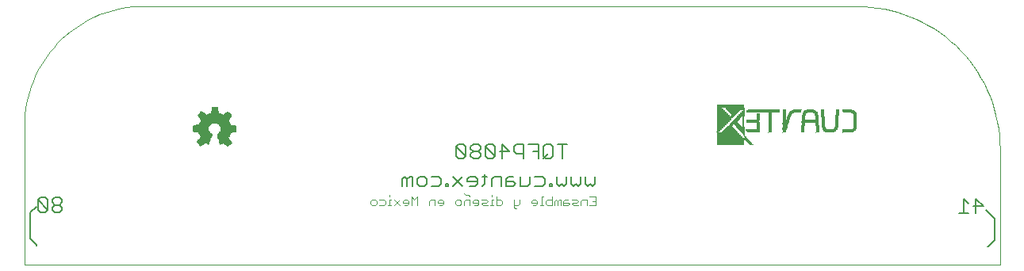
<source format=gbo>
G75*
G70*
%OFA0B0*%
%FSLAX24Y24*%
%IPPOS*%
%LPD*%
%AMOC8*
5,1,8,0,0,1.08239X$1,22.5*
%
%ADD10C,0.0000*%
%ADD11C,0.0030*%
%ADD12C,0.0050*%
%ADD13C,0.0060*%
%ADD14R,0.0003X0.0003*%
%ADD15R,0.0163X0.0003*%
%ADD16R,0.1155X0.0003*%
%ADD17R,0.0163X0.0003*%
%ADD18R,0.1155X0.0003*%
%ADD19R,0.0159X0.0003*%
%ADD20R,0.1155X0.0003*%
%ADD21R,0.0159X0.0003*%
%ADD22R,0.1155X0.0003*%
%ADD23R,0.0159X0.0003*%
%ADD24R,0.0159X0.0003*%
%ADD25R,0.0159X0.0003*%
%ADD26R,0.0159X0.0003*%
%ADD27R,0.0159X0.0003*%
%ADD28R,0.0159X0.0003*%
%ADD29R,0.1155X0.0003*%
%ADD30R,0.0163X0.0003*%
%ADD31R,0.1155X0.0003*%
%ADD32R,0.0163X0.0003*%
%ADD33R,0.0159X0.0003*%
%ADD34R,0.0159X0.0003*%
%ADD35R,0.0159X0.0003*%
%ADD36R,0.0163X0.0003*%
%ADD37R,0.0163X0.0003*%
%ADD38R,0.0163X0.0003*%
%ADD39R,0.0163X0.0003*%
%ADD40R,0.0163X0.0003*%
%ADD41R,0.1318X0.0003*%
%ADD42R,0.1314X0.0003*%
%ADD43R,0.0156X0.0003*%
%ADD44R,0.1152X0.0003*%
%ADD45R,0.0153X0.0003*%
%ADD46R,0.1148X0.0003*%
%ADD47R,0.0149X0.0003*%
%ADD48R,0.1145X0.0003*%
%ADD49R,0.0146X0.0003*%
%ADD50R,0.1142X0.0003*%
%ADD51R,0.0143X0.0003*%
%ADD52R,0.1138X0.0003*%
%ADD53R,0.0139X0.0003*%
%ADD54R,0.1135X0.0003*%
%ADD55R,0.0136X0.0003*%
%ADD56R,0.1132X0.0003*%
%ADD57R,0.0133X0.0003*%
%ADD58R,0.1128X0.0003*%
%ADD59R,0.0129X0.0003*%
%ADD60R,0.1125X0.0003*%
%ADD61R,0.0126X0.0003*%
%ADD62R,0.1122X0.0003*%
%ADD63R,0.0123X0.0003*%
%ADD64R,0.1118X0.0003*%
%ADD65R,0.0123X0.0003*%
%ADD66R,0.1115X0.0003*%
%ADD67R,0.0116X0.0003*%
%ADD68R,0.1112X0.0003*%
%ADD69R,0.0116X0.0003*%
%ADD70R,0.1109X0.0003*%
%ADD71R,0.0113X0.0003*%
%ADD72R,0.1105X0.0003*%
%ADD73R,0.0110X0.0003*%
%ADD74R,0.1105X0.0003*%
%ADD75R,0.0106X0.0003*%
%ADD76R,0.1102X0.0003*%
%ADD77R,0.0103X0.0003*%
%ADD78R,0.1099X0.0003*%
%ADD79R,0.0100X0.0003*%
%ADD80R,0.1095X0.0003*%
%ADD81R,0.0096X0.0003*%
%ADD82R,0.1092X0.0003*%
%ADD83R,0.0093X0.0003*%
%ADD84R,0.1089X0.0003*%
%ADD85R,0.0090X0.0003*%
%ADD86R,0.1085X0.0003*%
%ADD87R,0.0086X0.0003*%
%ADD88R,0.1082X0.0003*%
%ADD89R,0.0083X0.0003*%
%ADD90R,0.1079X0.0003*%
%ADD91R,0.0080X0.0003*%
%ADD92R,0.1075X0.0003*%
%ADD93R,0.0076X0.0003*%
%ADD94R,0.1072X0.0003*%
%ADD95R,0.0073X0.0003*%
%ADD96R,0.1069X0.0003*%
%ADD97R,0.0073X0.0003*%
%ADD98R,0.1065X0.0003*%
%ADD99R,0.0070X0.0003*%
%ADD100R,0.1062X0.0003*%
%ADD101R,0.0066X0.0003*%
%ADD102R,0.1059X0.0003*%
%ADD103R,0.0063X0.0003*%
%ADD104R,0.1055X0.0003*%
%ADD105R,0.0060X0.0003*%
%ADD106R,0.1055X0.0003*%
%ADD107R,0.0056X0.0003*%
%ADD108R,0.1052X0.0003*%
%ADD109R,0.0053X0.0003*%
%ADD110R,0.1049X0.0003*%
%ADD111R,0.0050X0.0003*%
%ADD112R,0.1045X0.0003*%
%ADD113R,0.0046X0.0003*%
%ADD114R,0.1042X0.0003*%
%ADD115R,0.0043X0.0003*%
%ADD116R,0.1039X0.0003*%
%ADD117R,0.0040X0.0003*%
%ADD118R,0.1036X0.0003*%
%ADD119R,0.0036X0.0003*%
%ADD120R,0.1032X0.0003*%
%ADD121R,0.0033X0.0003*%
%ADD122R,0.1029X0.0003*%
%ADD123R,0.0030X0.0003*%
%ADD124R,0.1026X0.0003*%
%ADD125R,0.0027X0.0003*%
%ADD126R,0.1022X0.0003*%
%ADD127R,0.0023X0.0003*%
%ADD128R,0.1019X0.0003*%
%ADD129R,0.0020X0.0003*%
%ADD130R,0.1016X0.0003*%
%ADD131R,0.0020X0.0003*%
%ADD132R,0.1012X0.0003*%
%ADD133R,0.0017X0.0003*%
%ADD134R,0.1009X0.0003*%
%ADD135R,0.0010X0.0003*%
%ADD136R,0.1006X0.0003*%
%ADD137R,0.0010X0.0003*%
%ADD138R,0.1006X0.0003*%
%ADD139R,0.0007X0.0003*%
%ADD140R,0.1002X0.0003*%
%ADD141R,0.0003X0.0003*%
%ADD142R,0.0999X0.0003*%
%ADD143R,0.0996X0.0003*%
%ADD144R,0.0003X0.0003*%
%ADD145R,0.0992X0.0003*%
%ADD146R,0.0007X0.0003*%
%ADD147R,0.0989X0.0003*%
%ADD148R,0.0986X0.0003*%
%ADD149R,0.0013X0.0003*%
%ADD150R,0.0982X0.0003*%
%ADD151R,0.0017X0.0003*%
%ADD152R,0.0979X0.0003*%
%ADD153R,0.0976X0.0003*%
%ADD154R,0.0023X0.0003*%
%ADD155R,0.0972X0.0003*%
%ADD156R,0.0027X0.0003*%
%ADD157R,0.0969X0.0003*%
%ADD158R,0.0027X0.0003*%
%ADD159R,0.0966X0.0003*%
%ADD160R,0.0030X0.0003*%
%ADD161R,0.0962X0.0003*%
%ADD162R,0.0033X0.0003*%
%ADD163R,0.0959X0.0003*%
%ADD164R,0.0037X0.0003*%
%ADD165R,0.0956X0.0003*%
%ADD166R,0.0040X0.0003*%
%ADD167R,0.0953X0.0003*%
%ADD168R,0.0043X0.0003*%
%ADD169R,0.0949X0.0003*%
%ADD170R,0.0949X0.0003*%
%ADD171R,0.0050X0.0003*%
%ADD172R,0.0946X0.0003*%
%ADD173R,0.0053X0.0003*%
%ADD174R,0.0943X0.0003*%
%ADD175R,0.0056X0.0003*%
%ADD176R,0.0939X0.0003*%
%ADD177R,0.0060X0.0003*%
%ADD178R,0.0936X0.0003*%
%ADD179R,0.0063X0.0003*%
%ADD180R,0.0933X0.0003*%
%ADD181R,0.0066X0.0003*%
%ADD182R,0.0929X0.0003*%
%ADD183R,0.0070X0.0003*%
%ADD184R,0.0926X0.0003*%
%ADD185R,0.0073X0.0003*%
%ADD186R,0.0923X0.0003*%
%ADD187R,0.0076X0.0003*%
%ADD188R,0.0919X0.0003*%
%ADD189R,0.0080X0.0003*%
%ADD190R,0.0916X0.0003*%
%ADD191R,0.0083X0.0003*%
%ADD192R,0.0913X0.0003*%
%ADD193R,0.0083X0.0003*%
%ADD194R,0.0909X0.0003*%
%ADD195R,0.0086X0.0003*%
%ADD196R,0.0906X0.0003*%
%ADD197R,0.0090X0.0003*%
%ADD198R,0.0906X0.0003*%
%ADD199R,0.0093X0.0003*%
%ADD200R,0.0899X0.0003*%
%ADD201R,0.0096X0.0003*%
%ADD202R,0.0896X0.0003*%
%ADD203R,0.0100X0.0003*%
%ADD204R,0.0896X0.0003*%
%ADD205R,0.0103X0.0003*%
%ADD206R,0.0893X0.0003*%
%ADD207R,0.0106X0.0003*%
%ADD208R,0.0889X0.0003*%
%ADD209R,0.0110X0.0003*%
%ADD210R,0.0886X0.0003*%
%ADD211R,0.0113X0.0003*%
%ADD212R,0.0883X0.0003*%
%ADD213R,0.0116X0.0003*%
%ADD214R,0.0880X0.0003*%
%ADD215R,0.0119X0.0003*%
%ADD216R,0.0876X0.0003*%
%ADD217R,0.0123X0.0003*%
%ADD218R,0.0873X0.0003*%
%ADD219R,0.0007X0.0003*%
%ADD220R,0.0126X0.0003*%
%ADD221R,0.0793X0.0003*%
%ADD222R,0.0073X0.0003*%
%ADD223R,0.0279X0.0003*%
%ADD224R,0.0126X0.0003*%
%ADD225R,0.0123X0.0003*%
%ADD226R,0.0495X0.0003*%
%ADD227R,0.0129X0.0003*%
%ADD228R,0.0634X0.0003*%
%ADD229R,0.0070X0.0003*%
%ADD230R,0.0315X0.0003*%
%ADD231R,0.0206X0.0003*%
%ADD232R,0.0123X0.0003*%
%ADD233R,0.0129X0.0003*%
%ADD234R,0.0495X0.0003*%
%ADD235R,0.0627X0.0003*%
%ADD236R,0.0073X0.0003*%
%ADD237R,0.0345X0.0003*%
%ADD238R,0.0246X0.0003*%
%ADD239R,0.0123X0.0003*%
%ADD240R,0.0133X0.0003*%
%ADD241R,0.0498X0.0003*%
%ADD242R,0.0136X0.0003*%
%ADD243R,0.0621X0.0003*%
%ADD244R,0.0365X0.0003*%
%ADD245R,0.0282X0.0003*%
%ADD246R,0.0133X0.0003*%
%ADD247R,0.0501X0.0003*%
%ADD248R,0.0139X0.0003*%
%ADD249R,0.0617X0.0003*%
%ADD250R,0.0080X0.0003*%
%ADD251R,0.0375X0.0003*%
%ADD252R,0.0299X0.0003*%
%ADD253R,0.0123X0.0003*%
%ADD254R,0.0123X0.0003*%
%ADD255R,0.0133X0.0003*%
%ADD256R,0.0504X0.0003*%
%ADD257R,0.0139X0.0003*%
%ADD258R,0.0611X0.0003*%
%ADD259R,0.0395X0.0003*%
%ADD260R,0.0325X0.0003*%
%ADD261R,0.0123X0.0003*%
%ADD262R,0.0123X0.0003*%
%ADD263R,0.0136X0.0003*%
%ADD264R,0.0508X0.0003*%
%ADD265R,0.0143X0.0003*%
%ADD266R,0.0604X0.0003*%
%ADD267R,0.0405X0.0003*%
%ADD268R,0.0345X0.0003*%
%ADD269R,0.0136X0.0003*%
%ADD270R,0.0508X0.0003*%
%ADD271R,0.0146X0.0003*%
%ADD272R,0.0597X0.0003*%
%ADD273R,0.0415X0.0003*%
%ADD274R,0.0362X0.0003*%
%ADD275R,0.0514X0.0003*%
%ADD276R,0.0149X0.0003*%
%ADD277R,0.0594X0.0003*%
%ADD278R,0.0425X0.0003*%
%ADD279R,0.0378X0.0003*%
%ADD280R,0.0514X0.0003*%
%ADD281R,0.0153X0.0003*%
%ADD282R,0.0587X0.0003*%
%ADD283R,0.0096X0.0003*%
%ADD284R,0.0435X0.0003*%
%ADD285R,0.0392X0.0003*%
%ADD286R,0.0139X0.0003*%
%ADD287R,0.0518X0.0003*%
%ADD288R,0.0156X0.0003*%
%ADD289R,0.0581X0.0003*%
%ADD290R,0.0100X0.0003*%
%ADD291R,0.0441X0.0003*%
%ADD292R,0.0405X0.0003*%
%ADD293R,0.0139X0.0003*%
%ADD294R,0.0521X0.0003*%
%ADD295R,0.0574X0.0003*%
%ADD296R,0.0448X0.0003*%
%ADD297R,0.0418X0.0003*%
%ADD298R,0.0126X0.0003*%
%ADD299R,0.0139X0.0003*%
%ADD300R,0.0524X0.0003*%
%ADD301R,0.0568X0.0003*%
%ADD302R,0.0106X0.0003*%
%ADD303R,0.0455X0.0003*%
%ADD304R,0.0431X0.0003*%
%ADD305R,0.0528X0.0003*%
%ADD306R,0.0166X0.0003*%
%ADD307R,0.0561X0.0003*%
%ADD308R,0.0110X0.0003*%
%ADD309R,0.0461X0.0003*%
%ADD310R,0.0441X0.0003*%
%ADD311R,0.0143X0.0003*%
%ADD312R,0.0531X0.0003*%
%ADD313R,0.0169X0.0003*%
%ADD314R,0.0554X0.0003*%
%ADD315R,0.0113X0.0003*%
%ADD316R,0.0468X0.0003*%
%ADD317R,0.0451X0.0003*%
%ADD318R,0.0126X0.0003*%
%ADD319R,0.0534X0.0003*%
%ADD320R,0.0173X0.0003*%
%ADD321R,0.0548X0.0003*%
%ADD322R,0.0116X0.0003*%
%ADD323R,0.0475X0.0003*%
%ADD324R,0.0465X0.0003*%
%ADD325R,0.0534X0.0003*%
%ADD326R,0.0176X0.0003*%
%ADD327R,0.0541X0.0003*%
%ADD328R,0.0116X0.0003*%
%ADD329R,0.0478X0.0003*%
%ADD330R,0.0471X0.0003*%
%ADD331R,0.0146X0.0003*%
%ADD332R,0.0538X0.0003*%
%ADD333R,0.0179X0.0003*%
%ADD334R,0.0534X0.0003*%
%ADD335R,0.0119X0.0003*%
%ADD336R,0.0485X0.0003*%
%ADD337R,0.0481X0.0003*%
%ADD338R,0.0146X0.0003*%
%ADD339R,0.0541X0.0003*%
%ADD340R,0.0183X0.0003*%
%ADD341R,0.0528X0.0003*%
%ADD342R,0.0488X0.0003*%
%ADD343R,0.0491X0.0003*%
%ADD344R,0.0149X0.0003*%
%ADD345R,0.0544X0.0003*%
%ADD346R,0.0186X0.0003*%
%ADD347R,0.0521X0.0003*%
%ADD348R,0.0498X0.0003*%
%ADD349R,0.0548X0.0003*%
%ADD350R,0.0186X0.0003*%
%ADD351R,0.0514X0.0003*%
%ADD352R,0.0129X0.0003*%
%ADD353R,0.0501X0.0003*%
%ADD354R,0.0551X0.0003*%
%ADD355R,0.0189X0.0003*%
%ADD356R,0.0511X0.0003*%
%ADD357R,0.0501X0.0003*%
%ADD358R,0.0511X0.0003*%
%ADD359R,0.0123X0.0003*%
%ADD360R,0.0149X0.0003*%
%ADD361R,0.0554X0.0003*%
%ADD362R,0.0193X0.0003*%
%ADD363R,0.0504X0.0003*%
%ADD364R,0.0136X0.0003*%
%ADD365R,0.0504X0.0003*%
%ADD366R,0.0153X0.0003*%
%ADD367R,0.0558X0.0003*%
%ADD368R,0.0196X0.0003*%
%ADD369R,0.0501X0.0003*%
%ADD370R,0.0139X0.0003*%
%ADD371R,0.0508X0.0003*%
%ADD372R,0.0524X0.0003*%
%ADD373R,0.0153X0.0003*%
%ADD374R,0.0561X0.0003*%
%ADD375R,0.0199X0.0003*%
%ADD376R,0.0491X0.0003*%
%ADD377R,0.0143X0.0003*%
%ADD378R,0.0511X0.0003*%
%ADD379R,0.0531X0.0003*%
%ADD380R,0.0153X0.0003*%
%ADD381R,0.0561X0.0003*%
%ADD382R,0.0202X0.0003*%
%ADD383R,0.0146X0.0003*%
%ADD384R,0.0514X0.0003*%
%ADD385R,0.0564X0.0003*%
%ADD386R,0.0206X0.0003*%
%ADD387R,0.0481X0.0003*%
%ADD388R,0.0149X0.0003*%
%ADD389R,0.0518X0.0003*%
%ADD390R,0.0541X0.0003*%
%ADD391R,0.0568X0.0003*%
%ADD392R,0.0209X0.0003*%
%ADD393R,0.0475X0.0003*%
%ADD394R,0.0521X0.0003*%
%ADD395R,0.0571X0.0003*%
%ADD396R,0.0212X0.0003*%
%ADD397R,0.0468X0.0003*%
%ADD398R,0.0524X0.0003*%
%ADD399R,0.0551X0.0003*%
%ADD400R,0.0156X0.0003*%
%ADD401R,0.0216X0.0003*%
%ADD402R,0.0461X0.0003*%
%ADD403R,0.0528X0.0003*%
%ADD404R,0.0558X0.0003*%
%ADD405R,0.0126X0.0003*%
%ADD406R,0.0574X0.0003*%
%ADD407R,0.0219X0.0003*%
%ADD408R,0.0455X0.0003*%
%ADD409R,0.0531X0.0003*%
%ADD410R,0.0561X0.0003*%
%ADD411R,0.0577X0.0003*%
%ADD412R,0.0222X0.0003*%
%ADD413R,0.0448X0.0003*%
%ADD414R,0.0564X0.0003*%
%ADD415R,0.0581X0.0003*%
%ADD416R,0.0226X0.0003*%
%ADD417R,0.0441X0.0003*%
%ADD418R,0.0322X0.0003*%
%ADD419R,0.0003X0.0003*%
%ADD420R,0.0259X0.0003*%
%ADD421R,0.0256X0.0003*%
%ADD422R,0.0119X0.0003*%
%ADD423R,0.0229X0.0003*%
%ADD424R,0.0435X0.0003*%
%ADD425R,0.0252X0.0003*%
%ADD426R,0.0216X0.0003*%
%ADD427R,0.0163X0.0003*%
%ADD428R,0.0232X0.0003*%
%ADD429R,0.0428X0.0003*%
%ADD430R,0.0173X0.0003*%
%ADD431R,0.0219X0.0003*%
%ADD432R,0.0193X0.0003*%
%ADD433R,0.0166X0.0003*%
%ADD434R,0.0236X0.0003*%
%ADD435R,0.0421X0.0003*%
%ADD436R,0.0179X0.0003*%
%ADD437R,0.0199X0.0003*%
%ADD438R,0.0183X0.0003*%
%ADD439R,0.0179X0.0003*%
%ADD440R,0.0166X0.0003*%
%ADD441R,0.0239X0.0003*%
%ADD442R,0.0415X0.0003*%
%ADD443R,0.0179X0.0003*%
%ADD444R,0.0189X0.0003*%
%ADD445R,0.0173X0.0003*%
%ADD446R,0.0166X0.0003*%
%ADD447R,0.0239X0.0003*%
%ADD448R,0.0412X0.0003*%
%ADD449R,0.0183X0.0003*%
%ADD450R,0.0176X0.0003*%
%ADD451R,0.0242X0.0003*%
%ADD452R,0.0405X0.0003*%
%ADD453R,0.0186X0.0003*%
%ADD454R,0.0156X0.0003*%
%ADD455R,0.0246X0.0003*%
%ADD456R,0.0398X0.0003*%
%ADD457R,0.0163X0.0003*%
%ADD458R,0.0169X0.0003*%
%ADD459R,0.0249X0.0003*%
%ADD460R,0.0395X0.0003*%
%ADD461R,0.0193X0.0003*%
%ADD462R,0.0149X0.0003*%
%ADD463R,0.0146X0.0003*%
%ADD464R,0.0169X0.0003*%
%ADD465R,0.0252X0.0003*%
%ADD466R,0.0388X0.0003*%
%ADD467R,0.0196X0.0003*%
%ADD468R,0.0153X0.0003*%
%ADD469R,0.0146X0.0003*%
%ADD470R,0.0169X0.0003*%
%ADD471R,0.0256X0.0003*%
%ADD472R,0.0382X0.0003*%
%ADD473R,0.0199X0.0003*%
%ADD474R,0.0173X0.0003*%
%ADD475R,0.0259X0.0003*%
%ADD476R,0.0375X0.0003*%
%ADD477R,0.0173X0.0003*%
%ADD478R,0.0262X0.0003*%
%ADD479R,0.0368X0.0003*%
%ADD480R,0.0139X0.0003*%
%ADD481R,0.0173X0.0003*%
%ADD482R,0.0266X0.0003*%
%ADD483R,0.0362X0.0003*%
%ADD484R,0.0136X0.0003*%
%ADD485R,0.0269X0.0003*%
%ADD486R,0.0355X0.0003*%
%ADD487R,0.0212X0.0003*%
%ADD488R,0.0136X0.0003*%
%ADD489R,0.0176X0.0003*%
%ADD490R,0.0272X0.0003*%
%ADD491R,0.0349X0.0003*%
%ADD492R,0.0216X0.0003*%
%ADD493R,0.0275X0.0003*%
%ADD494R,0.0342X0.0003*%
%ADD495R,0.0219X0.0003*%
%ADD496R,0.0136X0.0003*%
%ADD497R,0.0176X0.0003*%
%ADD498R,0.0279X0.0003*%
%ADD499R,0.0335X0.0003*%
%ADD500R,0.0222X0.0003*%
%ADD501R,0.0329X0.0003*%
%ADD502R,0.0222X0.0003*%
%ADD503R,0.0179X0.0003*%
%ADD504R,0.0285X0.0003*%
%ADD505R,0.0322X0.0003*%
%ADD506R,0.0226X0.0003*%
%ADD507R,0.0126X0.0003*%
%ADD508R,0.0289X0.0003*%
%ADD509R,0.0229X0.0003*%
%ADD510R,0.0129X0.0003*%
%ADD511R,0.0292X0.0003*%
%ADD512R,0.0312X0.0003*%
%ADD513R,0.0232X0.0003*%
%ADD514R,0.0292X0.0003*%
%ADD515R,0.0305X0.0003*%
%ADD516R,0.0236X0.0003*%
%ADD517R,0.0129X0.0003*%
%ADD518R,0.0183X0.0003*%
%ADD519R,0.0295X0.0003*%
%ADD520R,0.0129X0.0003*%
%ADD521R,0.0129X0.0003*%
%ADD522R,0.0126X0.0003*%
%ADD523R,0.0186X0.0003*%
%ADD524R,0.0299X0.0003*%
%ADD525R,0.0295X0.0003*%
%ADD526R,0.0126X0.0003*%
%ADD527R,0.0129X0.0003*%
%ADD528R,0.0186X0.0003*%
%ADD529R,0.0302X0.0003*%
%ADD530R,0.0289X0.0003*%
%ADD531R,0.0246X0.0003*%
%ADD532R,0.0126X0.0003*%
%ADD533R,0.0186X0.0003*%
%ADD534R,0.0305X0.0003*%
%ADD535R,0.0282X0.0003*%
%ADD536R,0.0249X0.0003*%
%ADD537R,0.0186X0.0003*%
%ADD538R,0.0309X0.0003*%
%ADD539R,0.0272X0.0003*%
%ADD540R,0.0252X0.0003*%
%ADD541R,0.0269X0.0003*%
%ADD542R,0.0256X0.0003*%
%ADD543R,0.0189X0.0003*%
%ADD544R,0.0315X0.0003*%
%ADD545R,0.0262X0.0003*%
%ADD546R,0.0319X0.0003*%
%ADD547R,0.0256X0.0003*%
%ADD548R,0.0259X0.0003*%
%ADD549R,0.0126X0.0003*%
%ADD550R,0.0189X0.0003*%
%ADD551R,0.0322X0.0003*%
%ADD552R,0.0249X0.0003*%
%ADD553R,0.0266X0.0003*%
%ADD554R,0.0192X0.0003*%
%ADD555R,0.0325X0.0003*%
%ADD556R,0.0242X0.0003*%
%ADD557R,0.0269X0.0003*%
%ADD558R,0.0192X0.0003*%
%ADD559R,0.0272X0.0003*%
%ADD560R,0.0192X0.0003*%
%ADD561R,0.0332X0.0003*%
%ADD562R,0.0229X0.0003*%
%ADD563R,0.0272X0.0003*%
%ADD564R,0.0196X0.0003*%
%ADD565R,0.0093X0.0003*%
%ADD566R,0.0236X0.0003*%
%ADD567R,0.0222X0.0003*%
%ADD568R,0.0275X0.0003*%
%ADD569R,0.0196X0.0003*%
%ADD570R,0.0236X0.0003*%
%ADD571R,0.0279X0.0003*%
%ADD572R,0.0196X0.0003*%
%ADD573R,0.0093X0.0003*%
%ADD574R,0.0196X0.0003*%
%ADD575R,0.0093X0.0003*%
%ADD576R,0.0202X0.0003*%
%ADD577R,0.0285X0.0003*%
%ADD578R,0.0199X0.0003*%
%ADD579R,0.0289X0.0003*%
%ADD580R,0.0126X0.0003*%
%ADD581R,0.0199X0.0003*%
%ADD582R,0.0093X0.0003*%
%ADD583R,0.0232X0.0003*%
%ADD584R,0.0292X0.0003*%
%ADD585R,0.0199X0.0003*%
%ADD586R,0.0093X0.0003*%
%ADD587R,0.0232X0.0003*%
%ADD588R,0.0189X0.0003*%
%ADD589R,0.0295X0.0003*%
%ADD590R,0.0202X0.0003*%
%ADD591R,0.0232X0.0003*%
%ADD592R,0.0202X0.0003*%
%ADD593R,0.0232X0.0003*%
%ADD594R,0.0302X0.0003*%
%ADD595R,0.0202X0.0003*%
%ADD596R,0.0169X0.0003*%
%ADD597R,0.0305X0.0003*%
%ADD598R,0.0206X0.0003*%
%ADD599R,0.0309X0.0003*%
%ADD600R,0.0206X0.0003*%
%ADD601R,0.0312X0.0003*%
%ADD602R,0.0206X0.0003*%
%ADD603R,0.0149X0.0003*%
%ADD604R,0.0315X0.0003*%
%ADD605R,0.0209X0.0003*%
%ADD606R,0.0319X0.0003*%
%ADD607R,0.0209X0.0003*%
%ADD608R,0.0229X0.0003*%
%ADD609R,0.0322X0.0003*%
%ADD610R,0.0322X0.0003*%
%ADD611R,0.0212X0.0003*%
%ADD612R,0.0325X0.0003*%
%ADD613R,0.0329X0.0003*%
%ADD614R,0.0212X0.0003*%
%ADD615R,0.0332X0.0003*%
%ADD616R,0.0335X0.0003*%
%ADD617R,0.0226X0.0003*%
%ADD618R,0.0146X0.0003*%
%ADD619R,0.0339X0.0003*%
%ADD620R,0.0216X0.0003*%
%ADD621R,0.0226X0.0003*%
%ADD622R,0.0342X0.0003*%
%ADD623R,0.0216X0.0003*%
%ADD624R,0.0226X0.0003*%
%ADD625R,0.0345X0.0003*%
%ADD626R,0.0219X0.0003*%
%ADD627R,0.0226X0.0003*%
%ADD628R,0.0349X0.0003*%
%ADD629R,0.0352X0.0003*%
%ADD630R,0.0219X0.0003*%
%ADD631R,0.0226X0.0003*%
%ADD632R,0.0146X0.0003*%
%ADD633R,0.0355X0.0003*%
%ADD634R,0.0119X0.0003*%
%ADD635R,0.0216X0.0003*%
%ADD636R,0.0226X0.0003*%
%ADD637R,0.0358X0.0003*%
%ADD638R,0.0219X0.0003*%
%ADD639R,0.0226X0.0003*%
%ADD640R,0.0365X0.0003*%
%ADD641R,0.0219X0.0003*%
%ADD642R,0.0368X0.0003*%
%ADD643R,0.0219X0.0003*%
%ADD644R,0.0146X0.0003*%
%ADD645R,0.0368X0.0003*%
%ADD646R,0.0222X0.0003*%
%ADD647R,0.0375X0.0003*%
%ADD648R,0.0375X0.0003*%
%ADD649R,0.0378X0.0003*%
%ADD650R,0.0226X0.0003*%
%ADD651R,0.0382X0.0003*%
%ADD652R,0.0226X0.0003*%
%ADD653R,0.0149X0.0003*%
%ADD654R,0.0385X0.0003*%
%ADD655R,0.0219X0.0003*%
%ADD656R,0.0149X0.0003*%
%ADD657R,0.0388X0.0003*%
%ADD658R,0.0219X0.0003*%
%ADD659R,0.0392X0.0003*%
%ADD660R,0.0229X0.0003*%
%ADD661R,0.0395X0.0003*%
%ADD662R,0.0362X0.0003*%
%ADD663R,0.0398X0.0003*%
%ADD664R,0.0355X0.0003*%
%ADD665R,0.0402X0.0003*%
%ADD666R,0.0349X0.0003*%
%ADD667R,0.0408X0.0003*%
%ADD668R,0.0412X0.0003*%
%ADD669R,0.0236X0.0003*%
%ADD670R,0.0418X0.0003*%
%ADD671R,0.0236X0.0003*%
%ADD672R,0.0315X0.0003*%
%ADD673R,0.0309X0.0003*%
%ADD674R,0.0421X0.0003*%
%ADD675R,0.0239X0.0003*%
%ADD676R,0.0302X0.0003*%
%ADD677R,0.0428X0.0003*%
%ADD678R,0.0239X0.0003*%
%ADD679R,0.0292X0.0003*%
%ADD680R,0.0431X0.0003*%
%ADD681R,0.0123X0.0003*%
%ADD682R,0.0113X0.0003*%
%ADD683R,0.0119X0.0003*%
%ADD684R,0.0431X0.0003*%
%ADD685R,0.0113X0.0003*%
%ADD686R,0.0285X0.0003*%
%ADD687R,0.0435X0.0003*%
%ADD688R,0.0113X0.0003*%
%ADD689R,0.0275X0.0003*%
%ADD690R,0.0438X0.0003*%
%ADD691R,0.0116X0.0003*%
%ADD692R,0.0272X0.0003*%
%ADD693R,0.0116X0.0003*%
%ADD694R,0.0262X0.0003*%
%ADD695R,0.0445X0.0003*%
%ADD696R,0.0116X0.0003*%
%ADD697R,0.0256X0.0003*%
%ADD698R,0.0448X0.0003*%
%ADD699R,0.0013X0.0003*%
%ADD700R,0.0116X0.0003*%
%ADD701R,0.0249X0.0003*%
%ADD702R,0.0451X0.0003*%
%ADD703R,0.0710X0.0003*%
%ADD704R,0.0242X0.0003*%
%ADD705R,0.0455X0.0003*%
%ADD706R,0.0710X0.0003*%
%ADD707R,0.0558X0.0003*%
%ADD708R,0.0458X0.0003*%
%ADD709R,0.0710X0.0003*%
%ADD710R,0.0558X0.0003*%
%ADD711R,0.0229X0.0003*%
%ADD712R,0.0461X0.0003*%
%ADD713R,0.0704X0.0003*%
%ADD714R,0.0465X0.0003*%
%ADD715R,0.0704X0.0003*%
%ADD716R,0.0468X0.0003*%
%ADD717R,0.0704X0.0003*%
%ADD718R,0.0558X0.0003*%
%ADD719R,0.0704X0.0003*%
%ADD720R,0.0202X0.0003*%
%ADD721R,0.0471X0.0003*%
%ADD722R,0.0196X0.0003*%
%ADD723R,0.0475X0.0003*%
%ADD724R,0.0189X0.0003*%
%ADD725R,0.0481X0.0003*%
%ADD726R,0.0481X0.0003*%
%ADD727R,0.0561X0.0003*%
%ADD728R,0.0485X0.0003*%
%ADD729R,0.0488X0.0003*%
%ADD730R,0.0491X0.0003*%
%ADD731R,0.0561X0.0003*%
%ADD732R,0.0179X0.0003*%
%ADD733R,0.0495X0.0003*%
%ADD734R,0.0704X0.0003*%
%ADD735R,0.0179X0.0003*%
%ADD736R,0.0498X0.0003*%
%ADD737R,0.0179X0.0003*%
%ADD738R,0.0504X0.0003*%
%ADD739R,0.0700X0.0003*%
%ADD740R,0.0508X0.0003*%
%ADD741R,0.0700X0.0003*%
%ADD742R,0.0561X0.0003*%
%ADD743R,0.0179X0.0003*%
%ADD744R,0.0511X0.0003*%
%ADD745R,0.0700X0.0003*%
%ADD746R,0.0514X0.0003*%
%ADD747R,0.0697X0.0003*%
%ADD748R,0.0518X0.0003*%
%ADD749R,0.0697X0.0003*%
%ADD750R,0.0179X0.0003*%
%ADD751R,0.0521X0.0003*%
%ADD752R,0.0697X0.0003*%
%ADD753R,0.0524X0.0003*%
%ADD754R,0.0697X0.0003*%
%ADD755R,0.0528X0.0003*%
%ADD756R,0.0697X0.0003*%
%ADD757R,0.0528X0.0003*%
%ADD758R,0.0697X0.0003*%
%ADD759R,0.0531X0.0003*%
%ADD760R,0.0176X0.0003*%
%ADD761R,0.0538X0.0003*%
%ADD762R,0.0176X0.0003*%
%ADD763R,0.0541X0.0003*%
%ADD764R,0.0544X0.0003*%
%ADD765R,0.0445X0.0003*%
%ADD766R,0.0554X0.0003*%
%ADD767R,0.0571X0.0003*%
%ADD768R,0.0119X0.0003*%
%ADD769R,0.0578X0.0003*%
%ADD770R,0.0581X0.0003*%
%ADD771R,0.0183X0.0003*%
%ADD772R,0.0581X0.0003*%
%ADD773R,0.0587X0.0003*%
%ADD774R,0.0587X0.0003*%
%ADD775R,0.0591X0.0003*%
%ADD776R,0.0594X0.0003*%
%ADD777R,0.0597X0.0003*%
%ADD778R,0.0183X0.0003*%
%ADD779R,0.0601X0.0003*%
%ADD780R,0.0179X0.0003*%
%ADD781R,0.0604X0.0003*%
%ADD782R,0.0183X0.0003*%
%ADD783R,0.0607X0.0003*%
%ADD784R,0.0611X0.0003*%
%ADD785R,0.0614X0.0003*%
%ADD786R,0.0617X0.0003*%
%ADD787R,0.0621X0.0003*%
%ADD788R,0.0624X0.0003*%
%ADD789R,0.0627X0.0003*%
%ADD790R,0.0631X0.0003*%
%ADD791R,0.0631X0.0003*%
%ADD792R,0.0634X0.0003*%
%ADD793R,0.0637X0.0003*%
%ADD794R,0.0641X0.0003*%
%ADD795R,0.0644X0.0003*%
%ADD796R,0.0647X0.0003*%
%ADD797R,0.0651X0.0003*%
%ADD798R,0.0654X0.0003*%
%ADD799R,0.0657X0.0003*%
%ADD800R,0.0660X0.0003*%
%ADD801R,0.0664X0.0003*%
%ADD802R,0.0183X0.0003*%
%ADD803R,0.0667X0.0003*%
%ADD804R,0.0670X0.0003*%
%ADD805R,0.0674X0.0003*%
%ADD806R,0.0677X0.0003*%
%ADD807R,0.0680X0.0003*%
%ADD808R,0.0680X0.0003*%
%ADD809R,0.0684X0.0003*%
%ADD810R,0.0538X0.0003*%
%ADD811R,0.0183X0.0003*%
%ADD812R,0.0534X0.0003*%
%ADD813R,0.0528X0.0003*%
%ADD814R,0.0524X0.0003*%
%ADD815R,0.0143X0.0003*%
%ADD816R,0.0511X0.0003*%
%ADD817R,0.0272X0.0003*%
%ADD818R,0.0269X0.0003*%
%ADD819R,0.0504X0.0003*%
%ADD820R,0.0266X0.0003*%
%ADD821R,0.0501X0.0003*%
%ADD822R,0.0139X0.0003*%
%ADD823R,0.0256X0.0003*%
%ADD824R,0.0491X0.0003*%
%ADD825R,0.0249X0.0003*%
%ADD826R,0.0139X0.0003*%
%ADD827R,0.0485X0.0003*%
%ADD828R,0.0249X0.0003*%
%ADD829R,0.0139X0.0003*%
%ADD830R,0.0485X0.0003*%
%ADD831R,0.0129X0.0003*%
%ADD832R,0.0481X0.0003*%
%ADD833R,0.0242X0.0003*%
%ADD834R,0.0143X0.0003*%
%ADD835R,0.0478X0.0003*%
%ADD836R,0.0239X0.0003*%
%ADD837R,0.0475X0.0003*%
%ADD838R,0.0129X0.0003*%
%ADD839R,0.0236X0.0003*%
%ADD840R,0.0471X0.0003*%
%ADD841R,0.0468X0.0003*%
%ADD842R,0.0465X0.0003*%
%ADD843R,0.0129X0.0003*%
%ADD844R,0.0458X0.0003*%
%ADD845R,0.0169X0.0003*%
%ADD846R,0.0448X0.0003*%
%ADD847R,0.0445X0.0003*%
%ADD848R,0.0206X0.0003*%
%ADD849R,0.0202X0.0003*%
%ADD850R,0.0438X0.0003*%
%ADD851R,0.0202X0.0003*%
%ADD852R,0.0435X0.0003*%
%ADD853R,0.0431X0.0003*%
%ADD854R,0.0193X0.0003*%
%ADD855R,0.0431X0.0003*%
%ADD856R,0.0136X0.0003*%
%ADD857R,0.0428X0.0003*%
%ADD858R,0.0113X0.0003*%
%ADD859R,0.0425X0.0003*%
%ADD860R,0.0133X0.0003*%
%ADD861R,0.0421X0.0003*%
%ADD862R,0.0418X0.0003*%
%ADD863R,0.0136X0.0003*%
%ADD864R,0.0415X0.0003*%
%ADD865R,0.0412X0.0003*%
%ADD866R,0.0143X0.0003*%
%ADD867R,0.0173X0.0003*%
%ADD868R,0.0408X0.0003*%
%ADD869R,0.0143X0.0003*%
%ADD870R,0.0405X0.0003*%
%ADD871R,0.0269X0.0003*%
%ADD872R,0.0402X0.0003*%
%ADD873R,0.0153X0.0003*%
%ADD874R,0.0146X0.0003*%
%ADD875R,0.0282X0.0003*%
%ADD876R,0.0159X0.0003*%
%ADD877R,0.0149X0.0003*%
%ADD878R,0.0156X0.0003*%
%ADD879R,0.0282X0.0003*%
%ADD880R,0.0392X0.0003*%
%ADD881R,0.0153X0.0003*%
%ADD882R,0.0388X0.0003*%
%ADD883R,0.0295X0.0003*%
%ADD884R,0.0385X0.0003*%
%ADD885R,0.0302X0.0003*%
%ADD886R,0.0385X0.0003*%
%ADD887R,0.0143X0.0003*%
%ADD888R,0.0309X0.0003*%
%ADD889R,0.0382X0.0003*%
%ADD890R,0.0378X0.0003*%
%ADD891R,0.0229X0.0003*%
%ADD892R,0.0269X0.0003*%
%ADD893R,0.0229X0.0003*%
%ADD894R,0.0329X0.0003*%
%ADD895R,0.0372X0.0003*%
%ADD896R,0.0534X0.0003*%
%ADD897R,0.0568X0.0003*%
%ADD898R,0.0455X0.0003*%
%ADD899R,0.1430X0.0003*%
%ADD900R,0.0335X0.0003*%
%ADD901R,0.0564X0.0003*%
%ADD902R,0.0451X0.0003*%
%ADD903R,0.1427X0.0003*%
%ADD904R,0.0342X0.0003*%
%ADD905R,0.0448X0.0003*%
%ADD906R,0.1424X0.0003*%
%ADD907R,0.0362X0.0003*%
%ADD908R,0.0524X0.0003*%
%ADD909R,0.0448X0.0003*%
%ADD910R,0.1420X0.0003*%
%ADD911R,0.0358X0.0003*%
%ADD912R,0.0445X0.0003*%
%ADD913R,0.1417X0.0003*%
%ADD914R,0.0355X0.0003*%
%ADD915R,0.0521X0.0003*%
%ADD916R,0.0544X0.0003*%
%ADD917R,0.0441X0.0003*%
%ADD918R,0.1414X0.0003*%
%ADD919R,0.0116X0.0003*%
%ADD920R,0.0368X0.0003*%
%ADD921R,0.0352X0.0003*%
%ADD922R,0.1411X0.0003*%
%ADD923R,0.0514X0.0003*%
%ADD924R,0.0438X0.0003*%
%ADD925R,0.0116X0.0003*%
%ADD926R,0.1407X0.0003*%
%ADD927R,0.0110X0.0003*%
%ADD928R,0.0345X0.0003*%
%ADD929R,0.0511X0.0003*%
%ADD930R,0.0524X0.0003*%
%ADD931R,0.0438X0.0003*%
%ADD932R,0.0116X0.0003*%
%ADD933R,0.1404X0.0003*%
%ADD934R,0.0106X0.0003*%
%ADD935R,0.0382X0.0003*%
%ADD936R,0.0342X0.0003*%
%ADD937R,0.0508X0.0003*%
%ADD938R,0.1401X0.0003*%
%ADD939R,0.0339X0.0003*%
%ADD940R,0.0504X0.0003*%
%ADD941R,0.0511X0.0003*%
%ADD942R,0.0428X0.0003*%
%ADD943R,0.1397X0.0003*%
%ADD944R,0.0100X0.0003*%
%ADD945R,0.0395X0.0003*%
%ADD946R,0.0335X0.0003*%
%ADD947R,0.0501X0.0003*%
%ADD948R,0.0504X0.0003*%
%ADD949R,0.0425X0.0003*%
%ADD950R,0.1394X0.0003*%
%ADD951R,0.0096X0.0003*%
%ADD952R,0.0402X0.0003*%
%ADD953R,0.0498X0.0003*%
%ADD954R,0.0425X0.0003*%
%ADD955R,0.1394X0.0003*%
%ADD956R,0.0096X0.0003*%
%ADD957R,0.0329X0.0003*%
%ADD958R,0.0491X0.0003*%
%ADD959R,0.0491X0.0003*%
%ADD960R,0.1391X0.0003*%
%ADD961R,0.0415X0.0003*%
%ADD962R,0.0325X0.0003*%
%ADD963R,0.0488X0.0003*%
%ADD964R,0.0485X0.0003*%
%ADD965R,0.0415X0.0003*%
%ADD966R,0.1387X0.0003*%
%ADD967R,0.0421X0.0003*%
%ADD968R,0.0322X0.0003*%
%ADD969R,0.0478X0.0003*%
%ADD970R,0.0412X0.0003*%
%ADD971R,0.1384X0.0003*%
%ADD972R,0.0086X0.0003*%
%ADD973R,0.0478X0.0003*%
%ADD974R,0.0465X0.0003*%
%ADD975R,0.1381X0.0003*%
%ADD976R,0.0083X0.0003*%
%ADD977R,0.0435X0.0003*%
%ADD978R,0.0319X0.0003*%
%ADD979R,0.0471X0.0003*%
%ADD980R,0.0458X0.0003*%
%ADD981R,0.0402X0.0003*%
%ADD982R,0.1377X0.0003*%
%ADD983R,0.0080X0.0003*%
%ADD984R,0.0441X0.0003*%
%ADD985R,0.0315X0.0003*%
%ADD986R,0.0448X0.0003*%
%ADD987R,0.0398X0.0003*%
%ADD988R,0.1374X0.0003*%
%ADD989R,0.0312X0.0003*%
%ADD990R,0.0458X0.0003*%
%ADD991R,0.0438X0.0003*%
%ADD992R,0.0395X0.0003*%
%ADD993R,0.1371X0.0003*%
%ADD994R,0.0425X0.0003*%
%ADD995R,0.0388X0.0003*%
%ADD996R,0.1367X0.0003*%
%ADD997R,0.0412X0.0003*%
%ADD998R,0.0378X0.0003*%
%ADD999R,0.1364X0.0003*%
%ADD1000R,0.0066X0.0003*%
%ADD1001R,0.0302X0.0003*%
%ADD1002R,0.0402X0.0003*%
%ADD1003R,0.1364X0.0003*%
%ADD1004R,0.0063X0.0003*%
%ADD1005R,0.0475X0.0003*%
%ADD1006R,0.0299X0.0003*%
%ADD1007R,0.0368X0.0003*%
%ADD1008R,0.1361X0.0003*%
%ADD1009R,0.0295X0.0003*%
%ADD1010R,0.0421X0.0003*%
%ADD1011R,0.0372X0.0003*%
%ADD1012R,0.1354X0.0003*%
%ADD1013R,0.0485X0.0003*%
%ADD1014R,0.0292X0.0003*%
%ADD1015R,0.1351X0.0003*%
%ADD1016R,0.0053X0.0003*%
%ADD1017R,0.0495X0.0003*%
%ADD1018R,0.0332X0.0003*%
%ADD1019R,0.1347X0.0003*%
%ADD1020R,0.0285X0.0003*%
%ADD1021R,0.0312X0.0003*%
%ADD1022R,0.1344X0.0003*%
%ADD1023R,0.0046X0.0003*%
%ADD1024R,0.0501X0.0003*%
%ADD1025R,0.0282X0.0003*%
%ADD1026R,0.0372X0.0003*%
%ADD1027R,0.1344X0.0003*%
%ADD1028R,0.0279X0.0003*%
%ADD1029R,0.0352X0.0003*%
%ADD1030R,0.0262X0.0003*%
%ADD1031R,0.1341X0.0003*%
%ADD1032R,0.0514X0.0003*%
%ADD1033R,0.0292X0.0003*%
%ADD1034R,0.1338X0.0003*%
%ADD1035R,0.0037X0.0003*%
%ADD1036R,0.0266X0.0003*%
%ADD1037R,0.1331X0.0003*%
%ADD1038R,0.0033X0.0003*%
%ADD1039R,0.1331X0.0003*%
%ADD1040R,0.0033X0.0003*%
%ADD1041R,0.0534X0.0003*%
%ADD1042R,0.0730X0.0003*%
%ADD1043R,0.0734X0.0003*%
%ADD1044R,0.0737X0.0003*%
%ADD1045R,0.0740X0.0003*%
%ADD1046R,0.0256X0.0003*%
%ADD1047R,0.0743X0.0003*%
%ADD1048R,0.0252X0.0003*%
%ADD1049R,0.0747X0.0003*%
%ADD1050R,0.0750X0.0003*%
%ADD1051R,0.0246X0.0003*%
%ADD1052R,0.0753X0.0003*%
%ADD1053R,0.0757X0.0003*%
%ADD1054R,0.0760X0.0003*%
%ADD1055R,0.0760X0.0003*%
%ADD1056R,0.0763X0.0003*%
%ADD1057R,0.0767X0.0003*%
%ADD1058R,0.0770X0.0003*%
%ADD1059R,0.0773X0.0003*%
%ADD1060R,0.0777X0.0003*%
%ADD1061R,0.0780X0.0003*%
%ADD1062R,0.0216X0.0003*%
%ADD1063R,0.0783X0.0003*%
%ADD1064R,0.0787X0.0003*%
%ADD1065R,0.0790X0.0003*%
%ADD1066R,0.0797X0.0003*%
%ADD1067R,0.0800X0.0003*%
%ADD1068R,0.0196X0.0003*%
%ADD1069R,0.0803X0.0003*%
%ADD1070R,0.0806X0.0003*%
%ADD1071R,0.0189X0.0003*%
%ADD1072R,0.0810X0.0003*%
%ADD1073R,0.0810X0.0003*%
%ADD1074R,0.0813X0.0003*%
%ADD1075R,0.0816X0.0003*%
%ADD1076R,0.0004X0.0001*%
%ADD1077R,0.0010X0.0001*%
%ADD1078R,0.0017X0.0001*%
%ADD1079R,0.0023X0.0001*%
%ADD1080R,0.0029X0.0001*%
%ADD1081R,0.0034X0.0001*%
%ADD1082R,0.0040X0.0001*%
%ADD1083R,0.0043X0.0002*%
%ADD1084R,0.0047X0.0001*%
%ADD1085R,0.0050X0.0001*%
%ADD1086R,0.0054X0.0001*%
%ADD1087R,0.0059X0.0001*%
%ADD1088R,0.0064X0.0001*%
%ADD1089R,0.0015X0.0001*%
%ADD1090R,0.0067X0.0001*%
%ADD1091R,0.0020X0.0001*%
%ADD1092R,0.0070X0.0001*%
%ADD1093R,0.0024X0.0001*%
%ADD1094R,0.0074X0.0001*%
%ADD1095R,0.0027X0.0001*%
%ADD1096R,0.0076X0.0001*%
%ADD1097R,0.0030X0.0001*%
%ADD1098R,0.0081X0.0002*%
%ADD1099R,0.0036X0.0002*%
%ADD1100R,0.0086X0.0001*%
%ADD1101R,0.0044X0.0001*%
%ADD1102R,0.0091X0.0001*%
%ADD1103R,0.0046X0.0001*%
%ADD1104R,0.0094X0.0001*%
%ADD1105R,0.0096X0.0001*%
%ADD1106R,0.0053X0.0001*%
%ADD1107R,0.0099X0.0001*%
%ADD1108R,0.0056X0.0001*%
%ADD1109R,0.0104X0.0001*%
%ADD1110R,0.0060X0.0001*%
%ADD1111R,0.0108X0.0001*%
%ADD1112R,0.0112X0.0001*%
%ADD1113R,0.0117X0.0001*%
%ADD1114R,0.0072X0.0001*%
%ADD1115R,0.0120X0.0002*%
%ADD1116R,0.0075X0.0002*%
%ADD1117R,0.0123X0.0001*%
%ADD1118R,0.0078X0.0001*%
%ADD1119R,0.0126X0.0001*%
%ADD1120R,0.0081X0.0001*%
%ADD1121R,0.0131X0.0001*%
%ADD1122R,0.0136X0.0001*%
%ADD1123R,0.0090X0.0001*%
%ADD1124R,0.0139X0.0001*%
%ADD1125R,0.0144X0.0001*%
%ADD1126R,0.0147X0.0001*%
%ADD1127R,0.0101X0.0001*%
%ADD1128R,0.0150X0.0001*%
%ADD1129R,0.0102X0.0001*%
%ADD1130R,0.0153X0.0001*%
%ADD1131R,0.0106X0.0001*%
%ADD1132R,0.0158X0.0002*%
%ADD1133R,0.0109X0.0002*%
%ADD1134R,0.0164X0.0001*%
%ADD1135R,0.0115X0.0001*%
%ADD1136R,0.0168X0.0001*%
%ADD1137R,0.0120X0.0001*%
%ADD1138R,0.0171X0.0001*%
%ADD1139R,0.0123X0.0001*%
%ADD1140R,0.0172X0.0001*%
%ADD1141R,0.0125X0.0001*%
%ADD1142R,0.0175X0.0001*%
%ADD1143R,0.0128X0.0001*%
%ADD1144R,0.0180X0.0001*%
%ADD1145R,0.0132X0.0001*%
%ADD1146R,0.0186X0.0001*%
%ADD1147R,0.0191X0.0001*%
%ADD1148R,0.0141X0.0001*%
%ADD1149R,0.0194X0.0001*%
%ADD1150R,0.0145X0.0001*%
%ADD1151R,0.0196X0.0002*%
%ADD1152R,0.0149X0.0002*%
%ADD1153R,0.0199X0.0001*%
%ADD1154R,0.0151X0.0001*%
%ADD1155R,0.0204X0.0001*%
%ADD1156R,0.0153X0.0001*%
%ADD1157R,0.0207X0.0001*%
%ADD1158R,0.0158X0.0001*%
%ADD1159R,0.0211X0.0001*%
%ADD1160R,0.0162X0.0001*%
%ADD1161R,0.0216X0.0001*%
%ADD1162R,0.0166X0.0001*%
%ADD1163R,0.0219X0.0001*%
%ADD1164R,0.0007X0.0001*%
%ADD1165R,0.0169X0.0001*%
%ADD1166R,0.0222X0.0001*%
%ADD1167R,0.0011X0.0001*%
%ADD1168R,0.0224X0.0001*%
%ADD1169R,0.0014X0.0001*%
%ADD1170R,0.0176X0.0001*%
%ADD1171R,0.0228X0.0001*%
%ADD1172R,0.0018X0.0001*%
%ADD1173R,0.0179X0.0001*%
%ADD1174R,0.0234X0.0002*%
%ADD1175R,0.0024X0.0002*%
%ADD1176R,0.0183X0.0002*%
%ADD1177R,0.0239X0.0001*%
%ADD1178R,0.0189X0.0001*%
%ADD1179R,0.0241X0.0001*%
%ADD1180R,0.0033X0.0001*%
%ADD1181R,0.0012X0.0001*%
%ADD1182R,0.0192X0.0001*%
%ADD1183R,0.0243X0.0001*%
%ADD1184R,0.0038X0.0001*%
%ADD1185R,0.0246X0.0001*%
%ADD1186R,0.0041X0.0001*%
%ADD1187R,0.0019X0.0001*%
%ADD1188R,0.0196X0.0001*%
%ADD1189R,0.0250X0.0001*%
%ADD1190R,0.0021X0.0001*%
%ADD1191R,0.0201X0.0001*%
%ADD1192R,0.0254X0.0001*%
%ADD1193R,0.0048X0.0001*%
%ADD1194R,0.0258X0.0001*%
%ADD1195R,0.0054X0.0001*%
%ADD1196R,0.0209X0.0001*%
%ADD1197R,0.0263X0.0001*%
%ADD1198R,0.0213X0.0001*%
%ADD1199R,0.0267X0.0001*%
%ADD1200R,0.0063X0.0001*%
%ADD1201R,0.0270X0.0002*%
%ADD1202R,0.0066X0.0002*%
%ADD1203R,0.0045X0.0002*%
%ADD1204R,0.0219X0.0002*%
%ADD1205R,0.0271X0.0001*%
%ADD1206R,0.0220X0.0001*%
%ADD1207R,0.0274X0.0001*%
%ADD1208R,0.0051X0.0001*%
%ADD1209R,0.0223X0.0001*%
%ADD1210R,0.0278X0.0001*%
%ADD1211R,0.0282X0.0001*%
%ADD1212R,0.0231X0.0001*%
%ADD1213R,0.0288X0.0001*%
%ADD1214R,0.0085X0.0001*%
%ADD1215R,0.0236X0.0001*%
%ADD1216R,0.0289X0.0001*%
%ADD1217R,0.0087X0.0001*%
%ADD1218R,0.0066X0.0001*%
%ADD1219R,0.0292X0.0001*%
%ADD1220R,0.0069X0.0001*%
%ADD1221R,0.0297X0.0001*%
%ADD1222R,0.0300X0.0001*%
%ADD1223R,0.0075X0.0001*%
%ADD1224R,0.0305X0.0002*%
%ADD1225R,0.0101X0.0002*%
%ADD1226R,0.0078X0.0002*%
%ADD1227R,0.0251X0.0002*%
%ADD1228R,0.0309X0.0001*%
%ADD1229R,0.0105X0.0001*%
%ADD1230R,0.0083X0.0001*%
%ADD1231R,0.0255X0.0001*%
%ADD1232R,0.0314X0.0001*%
%ADD1233R,0.0110X0.0001*%
%ADD1234R,0.0087X0.0001*%
%ADD1235R,0.0316X0.0001*%
%ADD1236R,0.0113X0.0001*%
%ADD1237R,0.0262X0.0001*%
%ADD1238R,0.0319X0.0001*%
%ADD1239R,0.0114X0.0001*%
%ADD1240R,0.0093X0.0001*%
%ADD1241R,0.0266X0.0001*%
%ADD1242R,0.0321X0.0001*%
%ADD1243R,0.0096X0.0001*%
%ADD1244R,0.0324X0.0001*%
%ADD1245R,0.0270X0.0001*%
%ADD1246R,0.0329X0.0001*%
%ADD1247R,0.0124X0.0001*%
%ADD1248R,0.0275X0.0001*%
%ADD1249R,0.0333X0.0001*%
%ADD1250R,0.0279X0.0001*%
%ADD1251R,0.0336X0.0001*%
%ADD1252R,0.0111X0.0001*%
%ADD1253R,0.0284X0.0001*%
%ADD1254R,0.0339X0.0002*%
%ADD1255R,0.0134X0.0002*%
%ADD1256R,0.0114X0.0002*%
%ADD1257R,0.0286X0.0002*%
%ADD1258R,0.0342X0.0001*%
%ADD1259R,0.0116X0.0001*%
%ADD1260R,0.0491X0.0001*%
%ADD1261R,0.0492X0.0001*%
%ADD1262R,0.0294X0.0001*%
%ADD1263R,0.0495X0.0001*%
%ADD1264R,0.0299X0.0001*%
%ADD1265R,0.0496X0.0001*%
%ADD1266R,0.0127X0.0001*%
%ADD1267R,0.0301X0.0001*%
%ADD1268R,0.0498X0.0001*%
%ADD1269R,0.0304X0.0001*%
%ADD1270R,0.0501X0.0001*%
%ADD1271R,0.0134X0.0001*%
%ADD1272R,0.0308X0.0001*%
%ADD1273R,0.0135X0.0001*%
%ADD1274R,0.0311X0.0001*%
%ADD1275R,0.0504X0.0001*%
%ADD1276R,0.0138X0.0001*%
%ADD1277R,0.0504X0.0002*%
%ADD1278R,0.0141X0.0002*%
%ADD1279R,0.0318X0.0002*%
%ADD1280R,0.0507X0.0001*%
%ADD1281R,0.0323X0.0001*%
%ADD1282R,0.0326X0.0001*%
%ADD1283R,0.0508X0.0001*%
%ADD1284R,0.0152X0.0001*%
%ADD1285R,0.0330X0.0001*%
%ADD1286R,0.0510X0.0001*%
%ADD1287R,0.0494X0.0001*%
%ADD1288R,0.0512X0.0001*%
%ADD1289R,0.0500X0.0001*%
%ADD1290R,0.0513X0.0001*%
%ADD1291R,0.0501X0.0001*%
%ADD1292R,0.0513X0.0002*%
%ADD1293R,0.0501X0.0002*%
%ADD1294R,0.0503X0.0001*%
%ADD1295R,0.0504X0.0001*%
%ADD1296R,0.0506X0.0001*%
%ADD1297R,0.0513X0.0001*%
%ADD1298R,0.0509X0.0001*%
%ADD1299R,0.0511X0.0001*%
%ADD1300R,0.0514X0.0001*%
%ADD1301R,0.0516X0.0001*%
%ADD1302R,0.0513X0.0002*%
%ADD1303R,0.0519X0.0002*%
%ADD1304R,0.0519X0.0001*%
%ADD1305R,0.0520X0.0001*%
%ADD1306R,0.0522X0.0001*%
%ADD1307R,0.0507X0.0001*%
%ADD1308R,0.0509X0.0002*%
%ADD1309R,0.0520X0.0002*%
%ADD1310R,0.0522X0.0001*%
%ADD1311R,0.0505X0.0001*%
%ADD1312R,0.0502X0.0001*%
%ADD1313R,0.0521X0.0001*%
%ADD1314R,0.0503X0.0002*%
%ADD1315R,0.0519X0.0002*%
%ADD1316R,0.0519X0.0001*%
%ADD1317R,0.0499X0.0001*%
%ADD1318R,0.0517X0.0001*%
%ADD1319R,0.0495X0.0002*%
%ADD1320R,0.0514X0.0002*%
%ADD1321R,0.0515X0.0001*%
%ADD1322R,0.0492X0.0001*%
%ADD1323R,0.0490X0.0001*%
%ADD1324R,0.0490X0.0002*%
%ADD1325R,0.0511X0.0002*%
%ADD1326R,0.0489X0.0001*%
%ADD1327R,0.0489X0.0001*%
%ADD1328R,0.0488X0.0001*%
%ADD1329R,0.0485X0.0001*%
%ADD1330R,0.0483X0.0001*%
%ADD1331R,0.0483X0.0002*%
%ADD1332R,0.0507X0.0002*%
%ADD1333R,0.0483X0.0001*%
%ADD1334R,0.0481X0.0001*%
%ADD1335R,0.0480X0.0001*%
%ADD1336R,0.0480X0.0002*%
%ADD1337R,0.0501X0.0002*%
%ADD1338R,0.0479X0.0001*%
%ADD1339R,0.0477X0.0001*%
%ADD1340R,0.0477X0.0001*%
%ADD1341R,0.0475X0.0001*%
%ADD1342R,0.0474X0.0001*%
%ADD1343R,0.0472X0.0001*%
%ADD1344R,0.0472X0.0002*%
%ADD1345R,0.0498X0.0002*%
%ADD1346R,0.0471X0.0001*%
%ADD1347R,0.0473X0.0001*%
%ADD1348R,0.0471X0.0001*%
%ADD1349R,0.0470X0.0001*%
%ADD1350R,0.0468X0.0001*%
%ADD1351R,0.0469X0.0001*%
%ADD1352R,0.0468X0.0002*%
%ADD1353R,0.0491X0.0002*%
%ADD1354R,0.0466X0.0001*%
%ADD1355R,0.0465X0.0001*%
%ADD1356R,0.0464X0.0001*%
%ADD1357R,0.0462X0.0001*%
%ADD1358R,0.0462X0.0002*%
%ADD1359R,0.0489X0.0002*%
%ADD1360R,0.0461X0.0001*%
%ADD1361R,0.0460X0.0001*%
%ADD1362R,0.0459X0.0001*%
%ADD1363R,0.0484X0.0001*%
%ADD1364R,0.0457X0.0001*%
%ADD1365R,0.0459X0.0001*%
%ADD1366R,0.0458X0.0002*%
%ADD1367R,0.0484X0.0002*%
%ADD1368R,0.0456X0.0001*%
%ADD1369R,0.0455X0.0001*%
%ADD1370R,0.0453X0.0001*%
%ADD1371R,0.0451X0.0001*%
%ADD1372R,0.0453X0.0001*%
%ADD1373R,0.0450X0.0001*%
%ADD1374R,0.0451X0.0002*%
%ADD1375R,0.0478X0.0001*%
%ADD1376R,0.0449X0.0001*%
%ADD1377R,0.0476X0.0001*%
%ADD1378R,0.0447X0.0001*%
%ADD1379R,0.0474X0.0001*%
%ADD1380R,0.0449X0.0002*%
%ADD1381R,0.0476X0.0002*%
%ADD1382R,0.0454X0.0001*%
%ADD1383R,0.0469X0.0002*%
%ADD1384R,0.0468X0.0001*%
%ADD1385R,0.0467X0.0001*%
%ADD1386R,0.0473X0.0002*%
%ADD1387R,0.0468X0.0002*%
%ADD1388R,0.0486X0.0002*%
%ADD1389R,0.0474X0.0002*%
%ADD1390R,0.0487X0.0001*%
%ADD1391R,0.0497X0.0001*%
%ADD1392R,0.0486X0.0001*%
%ADD1393R,0.0500X0.0002*%
%ADD1394R,0.0487X0.0002*%
%ADD1395R,0.0498X0.0001*%
%ADD1396R,0.0524X0.0002*%
%ADD1397R,0.0524X0.0001*%
%ADD1398R,0.0525X0.0001*%
%ADD1399R,0.0528X0.0001*%
%ADD1400R,0.0529X0.0001*%
%ADD1401R,0.0533X0.0001*%
%ADD1402R,0.0534X0.0001*%
%ADD1403R,0.0523X0.0001*%
%ADD1404R,0.0536X0.0001*%
%ADD1405R,0.0537X0.0002*%
%ADD1406R,0.0527X0.0002*%
%ADD1407R,0.0537X0.0001*%
%ADD1408R,0.0528X0.0001*%
%ADD1409R,0.0539X0.0001*%
%ADD1410R,0.0530X0.0001*%
%ADD1411R,0.0540X0.0001*%
%ADD1412R,0.0541X0.0001*%
%ADD1413R,0.0531X0.0001*%
%ADD1414R,0.0543X0.0001*%
%ADD1415R,0.0544X0.0001*%
%ADD1416R,0.0546X0.0002*%
%ADD1417R,0.0536X0.0002*%
%ADD1418R,0.0547X0.0001*%
%ADD1419R,0.0551X0.0001*%
%ADD1420R,0.0552X0.0001*%
%ADD1421R,0.0554X0.0001*%
%ADD1422R,0.0555X0.0001*%
%ADD1423R,0.0555X0.0002*%
%ADD1424R,0.0547X0.0002*%
%ADD1425R,0.0549X0.0001*%
%ADD1426R,0.0548X0.0001*%
%ADD1427R,0.0538X0.0001*%
%ADD1428R,0.0537X0.0001*%
%ADD1429R,0.0533X0.0002*%
%ADD1430R,0.0531X0.0001*%
%ADD1431R,0.0526X0.0001*%
%ADD1432R,0.0518X0.0001*%
%ADD1433R,0.0498X0.0002*%
%ADD1434R,0.0496X0.0002*%
%ADD1435R,0.0486X0.0001*%
%ADD1436R,0.0485X0.0002*%
%ADD1437R,0.0482X0.0001*%
%ADD1438R,0.0477X0.0002*%
%ADD1439R,0.0530X0.0002*%
%ADD1440R,0.0464X0.0002*%
%ADD1441R,0.0561X0.0001*%
%ADD1442R,0.0570X0.0001*%
%ADD1443R,0.0576X0.0001*%
%ADD1444R,0.0581X0.0001*%
%ADD1445R,0.0585X0.0001*%
%ADD1446R,0.0589X0.0001*%
%ADD1447R,0.0600X0.0002*%
%ADD1448R,0.0614X0.0001*%
%ADD1449R,0.0623X0.0001*%
%ADD1450R,0.0630X0.0001*%
%ADD1451R,0.0633X0.0001*%
%ADD1452R,0.0638X0.0001*%
%ADD1453R,0.0645X0.0001*%
%ADD1454R,0.0657X0.0001*%
%ADD1455R,0.0556X0.0001*%
%ADD1456R,0.0669X0.0001*%
%ADD1457R,0.0674X0.0001*%
%ADD1458R,0.0579X0.0001*%
%ADD1459R,0.0676X0.0002*%
%ADD1460R,0.0585X0.0002*%
%ADD1461R,0.0678X0.0001*%
%ADD1462R,0.0590X0.0001*%
%ADD1463R,0.0679X0.0001*%
%ADD1464R,0.0596X0.0001*%
%ADD1465R,0.0681X0.0001*%
%ADD1466R,0.0606X0.0001*%
%ADD1467R,0.0620X0.0001*%
%ADD1468R,0.0682X0.0001*%
%ADD1469R,0.0633X0.0001*%
%ADD1470R,0.0684X0.0001*%
%ADD1471R,0.0639X0.0001*%
%ADD1472R,0.0649X0.0001*%
%ADD1473R,0.0684X0.0001*%
%ADD1474R,0.0655X0.0001*%
%ADD1475R,0.0683X0.0002*%
%ADD1476R,0.0664X0.0002*%
%ADD1477R,0.0683X0.0001*%
%ADD1478R,0.0670X0.0001*%
%ADD1479R,0.0671X0.0001*%
%ADD1480R,0.0681X0.0001*%
%ADD1481R,0.0672X0.0001*%
%ADD1482R,0.0680X0.0001*%
%ADD1483R,0.0675X0.0001*%
%ADD1484R,0.0676X0.0001*%
%ADD1485R,0.0680X0.0002*%
%ADD1486R,0.0678X0.0002*%
%ADD1487R,0.0678X0.0001*%
%ADD1488R,0.0675X0.0002*%
%ADD1489R,0.0672X0.0002*%
%ADD1490R,0.0672X0.0001*%
%ADD1491R,0.0671X0.0002*%
%ADD1492R,0.0670X0.0002*%
%ADD1493R,0.0669X0.0001*%
%ADD1494R,0.0667X0.0001*%
%ADD1495R,0.0669X0.0002*%
%ADD1496R,0.0667X0.0002*%
%ADD1497R,0.0668X0.0001*%
%ADD1498R,0.0666X0.0001*%
%ADD1499R,0.0668X0.0002*%
%ADD1500R,0.0666X0.0002*%
%ADD1501R,0.0666X0.0001*%
%ADD1502R,0.0664X0.0001*%
%ADD1503R,0.0663X0.0001*%
%ADD1504R,0.0666X0.0002*%
%ADD1505R,0.0663X0.0002*%
%ADD1506R,0.0665X0.0001*%
%ADD1507R,0.0674X0.0002*%
%ADD1508R,0.0677X0.0001*%
%ADD1509R,0.0678X0.0002*%
%ADD1510R,0.0682X0.0002*%
%ADD1511R,0.0686X0.0001*%
%ADD1512R,0.0686X0.0002*%
%ADD1513R,0.0687X0.0001*%
%ADD1514R,0.0689X0.0001*%
%ADD1515R,0.0653X0.0001*%
%ADD1516R,0.0641X0.0001*%
%ADD1517R,0.0626X0.0001*%
%ADD1518R,0.0616X0.0001*%
%ADD1519R,0.0687X0.0001*%
%ADD1520R,0.0612X0.0001*%
%ADD1521R,0.0688X0.0001*%
%ADD1522R,0.0606X0.0001*%
%ADD1523R,0.0601X0.0001*%
%ADD1524R,0.0591X0.0002*%
%ADD1525R,0.0567X0.0001*%
%ADD1526R,0.0560X0.0001*%
%ADD1527R,0.0659X0.0001*%
%ADD1528R,0.0516X0.0001*%
%ADD1529R,0.0639X0.0001*%
%ADD1530R,0.0502X0.0002*%
%ADD1531R,0.0633X0.0002*%
%ADD1532R,0.0608X0.0001*%
%ADD1533R,0.0582X0.0001*%
%ADD1534R,0.0577X0.0001*%
%ADD1535R,0.0569X0.0002*%
%ADD1536R,0.0546X0.0001*%
%ADD1537R,0.0486X0.0002*%
%ADD1538R,0.0493X0.0001*%
%ADD1539R,0.0516X0.0002*%
%ADD1540R,0.0532X0.0001*%
%ADD1541R,0.0534X0.0002*%
%ADD1542R,0.0535X0.0002*%
%ADD1543R,0.0543X0.0001*%
%ADD1544R,0.0553X0.0001*%
%ADD1545R,0.0559X0.0001*%
%ADD1546R,0.0564X0.0001*%
%ADD1547R,0.0564X0.0001*%
%ADD1548R,0.0567X0.0001*%
%ADD1549R,0.0569X0.0001*%
%ADD1550R,0.0570X0.0002*%
%ADD1551R,0.0571X0.0002*%
%ADD1552R,0.0571X0.0001*%
%ADD1553R,0.0573X0.0001*%
%ADD1554R,0.0574X0.0001*%
%ADD1555R,0.0576X0.0001*%
%ADD1556R,0.0600X0.0001*%
%ADD1557R,0.0611X0.0001*%
%ADD1558R,0.0618X0.0001*%
%ADD1559R,0.0621X0.0001*%
%ADD1560R,0.1269X0.0001*%
%ADD1561R,0.1267X0.0001*%
%ADD1562R,0.1266X0.0001*%
%ADD1563R,0.1266X0.0002*%
%ADD1564R,0.1264X0.0001*%
%ADD1565R,0.1261X0.0001*%
%ADD1566R,0.1260X0.0001*%
%ADD1567R,0.1259X0.0001*%
%ADD1568R,0.1256X0.0001*%
%ADD1569R,0.1254X0.0001*%
%ADD1570R,0.1253X0.0001*%
%ADD1571R,0.1251X0.0001*%
%ADD1572R,0.1251X0.0002*%
%ADD1573R,0.1248X0.0001*%
%ADD1574R,0.1245X0.0001*%
%ADD1575R,0.1244X0.0001*%
%ADD1576R,0.1242X0.0001*%
%ADD1577R,0.1239X0.0001*%
%ADD1578R,0.1237X0.0001*%
%ADD1579R,0.1236X0.0002*%
%ADD1580R,0.1233X0.0001*%
%ADD1581R,0.1230X0.0001*%
%ADD1582R,0.1229X0.0001*%
%ADD1583R,0.1227X0.0001*%
%ADD1584R,0.1226X0.0001*%
%ADD1585R,0.1224X0.0001*%
%ADD1586R,0.1223X0.0002*%
%ADD1587R,0.1219X0.0001*%
%ADD1588R,0.1216X0.0001*%
%ADD1589R,0.1215X0.0001*%
%ADD1590R,0.1214X0.0001*%
%ADD1591R,0.1212X0.0001*%
%ADD1592R,0.1209X0.0001*%
%ADD1593R,0.1207X0.0002*%
%ADD1594R,0.1206X0.0001*%
%ADD1595R,0.1204X0.0001*%
%ADD1596R,0.1201X0.0001*%
%ADD1597R,0.1200X0.0001*%
%ADD1598R,0.1199X0.0001*%
%ADD1599R,0.1196X0.0001*%
%ADD1600R,0.1194X0.0001*%
%ADD1601R,0.1193X0.0001*%
%ADD1602R,0.1191X0.0001*%
%ADD1603R,0.1191X0.0002*%
%ADD1604R,0.1188X0.0001*%
%ADD1605R,0.1185X0.0001*%
%ADD1606R,0.1184X0.0001*%
%ADD1607R,0.1181X0.0001*%
%ADD1608R,0.1177X0.0001*%
%ADD1609R,0.1176X0.0001*%
%ADD1610R,0.1174X0.0001*%
%ADD1611R,0.1173X0.0001*%
%ADD1612R,0.1170X0.0002*%
%ADD1613R,0.1170X0.0001*%
%ADD1614R,0.1169X0.0001*%
%ADD1615R,0.1166X0.0001*%
%ADD1616R,0.1164X0.0001*%
%ADD1617R,0.1163X0.0001*%
%ADD1618R,0.1163X0.0002*%
%ADD1619R,0.1167X0.0001*%
%ADD1620R,0.1171X0.0001*%
%ADD1621R,0.1179X0.0001*%
%ADD1622R,0.1182X0.0001*%
%ADD1623R,0.1182X0.0002*%
%ADD1624R,0.1188X0.0001*%
%ADD1625R,0.1190X0.0001*%
%ADD1626R,0.1197X0.0001*%
%ADD1627R,0.1204X0.0002*%
%ADD1628R,0.1207X0.0001*%
%ADD1629R,0.1210X0.0001*%
%ADD1630R,0.1213X0.0001*%
%ADD1631R,0.1217X0.0001*%
%ADD1632R,0.1218X0.0001*%
%ADD1633R,0.1220X0.0001*%
%ADD1634R,0.1221X0.0001*%
%ADD1635R,0.1223X0.0001*%
%ADD1636R,0.1226X0.0002*%
%ADD1637R,0.1236X0.0001*%
%ADD1638R,0.1239X0.0001*%
%ADD1639R,0.1240X0.0001*%
%ADD1640R,0.1243X0.0001*%
%ADD1641R,0.1248X0.0002*%
%ADD1642R,0.1248X0.0001*%
%ADD1643R,0.1251X0.0001*%
%ADD1644R,0.1257X0.0001*%
%ADD1645R,0.1263X0.0001*%
%ADD1646R,0.1267X0.0002*%
%ADD1647R,0.1270X0.0001*%
%ADD1648R,0.1274X0.0001*%
%ADD1649R,0.1275X0.0001*%
%ADD1650R,0.1278X0.0001*%
%ADD1651R,0.1280X0.0001*%
%ADD1652R,0.1281X0.0001*%
%ADD1653R,0.1284X0.0001*%
%ADD1654R,0.1286X0.0001*%
%ADD1655R,0.1289X0.0001*%
%ADD1656R,0.1290X0.0002*%
%ADD1657R,0.1291X0.0001*%
%ADD1658R,0.1294X0.0001*%
%ADD1659R,0.1296X0.0001*%
%ADD1660R,0.1299X0.0001*%
%ADD1661R,0.1300X0.0001*%
%ADD1662R,0.1302X0.0001*%
%ADD1663R,0.1304X0.0001*%
%ADD1664R,0.1306X0.0001*%
%ADD1665R,0.1308X0.0001*%
%ADD1666R,0.1311X0.0002*%
%ADD1667R,0.1313X0.0001*%
%ADD1668R,0.1316X0.0001*%
%ADD1669R,0.1317X0.0001*%
%ADD1670R,0.1320X0.0001*%
%ADD1671R,0.1323X0.0001*%
%ADD1672R,0.1326X0.0001*%
%ADD1673R,0.1329X0.0001*%
%ADD1674R,0.1332X0.0002*%
%ADD1675R,0.1335X0.0001*%
%ADD1676R,0.1336X0.0001*%
%ADD1677R,0.1340X0.0001*%
%ADD1678R,0.1343X0.0001*%
%ADD1679R,0.1346X0.0001*%
%ADD1680R,0.1347X0.0001*%
%ADD1681R,0.1350X0.0001*%
%ADD1682R,0.1353X0.0002*%
%ADD1683R,0.1356X0.0001*%
%ADD1684R,0.1357X0.0001*%
%ADD1685R,0.1360X0.0001*%
%ADD1686R,0.1364X0.0001*%
%ADD1687R,0.1365X0.0001*%
%ADD1688R,0.1368X0.0001*%
%ADD1689R,0.1369X0.0001*%
%ADD1690R,0.1373X0.0001*%
%ADD1691R,0.1374X0.0002*%
%ADD1692R,0.1377X0.0001*%
%ADD1693R,0.1379X0.0001*%
%ADD1694R,0.1380X0.0001*%
%ADD1695R,0.1383X0.0001*%
%ADD1696R,0.1386X0.0001*%
%ADD1697R,0.1387X0.0001*%
%ADD1698R,0.1391X0.0001*%
%ADD1699R,0.1394X0.0001*%
%ADD1700R,0.1395X0.0002*%
%ADD1701R,0.1398X0.0001*%
%ADD1702R,0.1401X0.0001*%
%ADD1703R,0.1403X0.0001*%
%ADD1704R,0.1406X0.0001*%
%ADD1705R,0.1407X0.0001*%
%ADD1706R,0.1409X0.0001*%
%ADD1707R,0.1411X0.0001*%
%ADD1708R,0.1414X0.0001*%
%ADD1709R,0.1416X0.0002*%
%ADD1710R,0.1419X0.0001*%
%ADD1711R,0.1421X0.0001*%
%ADD1712R,0.1422X0.0001*%
%ADD1713R,0.1424X0.0001*%
%ADD1714R,0.1426X0.0001*%
%ADD1715R,0.1428X0.0001*%
%ADD1716R,0.1429X0.0002*%
%ADD1717R,0.1429X0.0001*%
%ADD1718R,0.1425X0.0001*%
%ADD1719R,0.1421X0.0002*%
%ADD1720R,0.1418X0.0001*%
%ADD1721R,0.1416X0.0001*%
%ADD1722R,0.1413X0.0001*%
%ADD1723R,0.1410X0.0001*%
%ADD1724R,0.1404X0.0001*%
%ADD1725R,0.1401X0.0001*%
%ADD1726R,0.0346X0.0001*%
%ADD1727R,0.1044X0.0001*%
%ADD1728R,0.0342X0.0002*%
%ADD1729R,0.1040X0.0002*%
%ADD1730R,0.0337X0.0001*%
%ADD1731R,0.1034X0.0001*%
%ADD1732R,0.0357X0.0001*%
%ADD1733R,0.0660X0.0001*%
%ADD1734R,0.0353X0.0001*%
%ADD1735R,0.0327X0.0001*%
%ADD1736R,0.0349X0.0001*%
%ADD1737R,0.0321X0.0001*%
%ADD1738R,0.0648X0.0001*%
%ADD1739R,0.0344X0.0001*%
%ADD1740R,0.0317X0.0001*%
%ADD1741R,0.0339X0.0001*%
%ADD1742R,0.0312X0.0001*%
%ADD1743R,0.0631X0.0001*%
%ADD1744R,0.0334X0.0001*%
%ADD1745R,0.0309X0.0001*%
%ADD1746R,0.0307X0.0002*%
%ADD1747R,0.0623X0.0002*%
%ADD1748R,0.0327X0.0002*%
%ADD1749R,0.0618X0.0001*%
%ADD1750R,0.0297X0.0001*%
%ADD1751R,0.0607X0.0001*%
%ADD1752R,0.0320X0.0001*%
%ADD1753R,0.0293X0.0001*%
%ADD1754R,0.0599X0.0001*%
%ADD1755R,0.0313X0.0001*%
%ADD1756R,0.0285X0.0001*%
%ADD1757R,0.0584X0.0001*%
%ADD1758R,0.0303X0.0001*%
%ADD1759R,0.0281X0.0001*%
%ADD1760R,0.0273X0.0002*%
%ADD1761R,0.0563X0.0002*%
%ADD1762R,0.0293X0.0002*%
%ADD1763R,0.0264X0.0001*%
%ADD1764R,0.0259X0.0001*%
%ADD1765R,0.0256X0.0001*%
%ADD1766R,0.0276X0.0001*%
%ADD1767R,0.0252X0.0001*%
%ADD1768R,0.0273X0.0001*%
%ADD1769R,0.0248X0.0001*%
%ADD1770R,0.0269X0.0001*%
%ADD1771R,0.0245X0.0001*%
%ADD1772R,0.0240X0.0001*%
%ADD1773R,0.0237X0.0002*%
%ADD1774R,0.0256X0.0002*%
%ADD1775R,0.0234X0.0001*%
%ADD1776R,0.0232X0.0001*%
%ADD1777R,0.0251X0.0001*%
%ADD1778R,0.0228X0.0001*%
%ADD1779R,0.0246X0.0001*%
%ADD1780R,0.0456X0.0001*%
%ADD1781R,0.0219X0.0001*%
%ADD1782R,0.0444X0.0001*%
%ADD1783R,0.0237X0.0001*%
%ADD1784R,0.0214X0.0001*%
%ADD1785R,0.0436X0.0001*%
%ADD1786R,0.0432X0.0001*%
%ADD1787R,0.0231X0.0001*%
%ADD1788R,0.0210X0.0001*%
%ADD1789R,0.0426X0.0001*%
%ADD1790R,0.0420X0.0001*%
%ADD1791R,0.0226X0.0001*%
%ADD1792R,0.0204X0.0002*%
%ADD1793R,0.0409X0.0002*%
%ADD1794R,0.0222X0.0002*%
%ADD1795R,0.0391X0.0001*%
%ADD1796R,0.0217X0.0001*%
%ADD1797R,0.0376X0.0001*%
%ADD1798R,0.0368X0.0001*%
%ADD1799R,0.0189X0.0001*%
%ADD1800R,0.0361X0.0001*%
%ADD1801R,0.0206X0.0001*%
%ADD1802R,0.0186X0.0001*%
%ADD1803R,0.0356X0.0001*%
%ADD1804R,0.0181X0.0001*%
%ADD1805R,0.0345X0.0001*%
%ADD1806R,0.0173X0.0001*%
%ADD1807R,0.0331X0.0001*%
%ADD1808R,0.0190X0.0001*%
%ADD1809R,0.0168X0.0001*%
%ADD1810R,0.0165X0.0002*%
%ADD1811R,0.0162X0.0001*%
%ADD1812R,0.0159X0.0001*%
%ADD1813R,0.0177X0.0001*%
%ADD1814R,0.0156X0.0001*%
%ADD1815R,0.0324X0.0001*%
%ADD1816R,0.0174X0.0001*%
%ADD1817R,0.0167X0.0001*%
%ADD1818R,0.0146X0.0001*%
%ADD1819R,0.0163X0.0001*%
%ADD1820R,0.0141X0.0001*%
%ADD1821R,0.0140X0.0001*%
%ADD1822R,0.0137X0.0001*%
%ADD1823R,0.0133X0.0001*%
%ADD1824R,0.0129X0.0002*%
%ADD1825R,0.0321X0.0002*%
%ADD1826R,0.0146X0.0002*%
%ADD1827R,0.0119X0.0001*%
%ADD1828R,0.0129X0.0001*%
%ADD1829R,0.0111X0.0001*%
%ADD1830R,0.0126X0.0001*%
%ADD1831R,0.0318X0.0001*%
%ADD1832R,0.0097X0.0001*%
%ADD1833R,0.0315X0.0001*%
%ADD1834R,0.0089X0.0002*%
%ADD1835R,0.0315X0.0002*%
%ADD1836R,0.0105X0.0002*%
%ADD1837R,0.0079X0.0001*%
%ADD1838R,0.0089X0.0001*%
%ADD1839R,0.0069X0.0001*%
%ADD1840R,0.0084X0.0001*%
%ADD1841R,0.0057X0.0001*%
%ADD1842R,0.0052X0.0002*%
%ADD1843R,0.0311X0.0002*%
%ADD1844R,0.0066X0.0002*%
%ADD1845R,0.0061X0.0001*%
%ADD1846R,0.0042X0.0001*%
%ADD1847R,0.0055X0.0001*%
%ADD1848R,0.0039X0.0001*%
%ADD1849R,0.0052X0.0001*%
%ADD1850R,0.0036X0.0001*%
%ADD1851R,0.0049X0.0001*%
%ADD1852R,0.0307X0.0001*%
%ADD1853R,0.0045X0.0001*%
%ADD1854R,0.0022X0.0001*%
%ADD1855R,0.0035X0.0001*%
%ADD1856R,0.0025X0.0002*%
%ADD1857R,0.0306X0.0001*%
%ADD1858R,0.0018X0.0001*%
%ADD1859R,0.0008X0.0001*%
%ADD1860R,0.0300X0.0002*%
%ADD1861R,0.0296X0.0001*%
%ADD1862R,0.0294X0.0002*%
%ADD1863R,0.0294X0.0001*%
%ADD1864R,0.0291X0.0001*%
%ADD1865R,0.0291X0.0002*%
%ADD1866R,0.0286X0.0001*%
%ADD1867R,0.0281X0.0002*%
%ADD1868R,0.0277X0.0001*%
%ADD1869R,0.0276X0.0001*%
%ADD1870R,0.0266X0.0002*%
%ADD1871R,0.0264X0.0001*%
%ADD1872R,0.0261X0.0001*%
%ADD1873R,0.0259X0.0002*%
%ADD1874R,0.0254X0.0002*%
%ADD1875R,0.0248X0.0002*%
%ADD1876R,0.0218X0.0002*%
%ADD1877R,0.0157X0.0001*%
D10*
X000183Y002893D02*
X000183Y008750D01*
X000182Y008750D02*
X000188Y008989D01*
X000205Y009227D01*
X000233Y009464D01*
X000273Y009699D01*
X000323Y009932D01*
X000385Y010163D01*
X000458Y010390D01*
X000541Y010614D01*
X000635Y010833D01*
X000739Y011048D01*
X000854Y011257D01*
X000978Y011461D01*
X001112Y011658D01*
X001255Y011849D01*
X001407Y012033D01*
X001567Y012210D01*
X001736Y012379D01*
X001913Y012539D01*
X002097Y012691D01*
X002288Y012834D01*
X002485Y012968D01*
X002689Y013092D01*
X002898Y013207D01*
X003113Y013311D01*
X003332Y013405D01*
X003556Y013488D01*
X003783Y013561D01*
X004014Y013623D01*
X004247Y013673D01*
X004482Y013713D01*
X004719Y013741D01*
X004957Y013758D01*
X005196Y013764D01*
X005196Y013763D02*
X035171Y013763D01*
X035171Y013764D02*
X035457Y013757D01*
X035742Y013737D01*
X036025Y013703D01*
X036307Y013655D01*
X036586Y013595D01*
X036863Y013521D01*
X037135Y013434D01*
X037402Y013334D01*
X037665Y013221D01*
X037922Y013097D01*
X038173Y012960D01*
X038417Y012811D01*
X038654Y012651D01*
X038882Y012479D01*
X039103Y012298D01*
X039314Y012105D01*
X039516Y011903D01*
X039709Y011692D01*
X039890Y011471D01*
X040062Y011243D01*
X040222Y011006D01*
X040371Y010762D01*
X040508Y010511D01*
X040632Y010254D01*
X040745Y009991D01*
X040845Y009724D01*
X040932Y009452D01*
X041006Y009175D01*
X041066Y008896D01*
X041114Y008614D01*
X041148Y008331D01*
X041168Y008046D01*
X041175Y007760D01*
X041175Y002893D01*
X000183Y002893D01*
D11*
X014729Y005439D02*
X014790Y005377D01*
X014914Y005377D01*
X014976Y005439D01*
X014976Y005562D01*
X014914Y005624D01*
X014790Y005624D01*
X014729Y005562D01*
X014729Y005439D01*
X015097Y005377D02*
X015282Y005377D01*
X015344Y005439D01*
X015344Y005562D01*
X015282Y005624D01*
X015097Y005624D01*
X015528Y005624D02*
X015528Y005377D01*
X015589Y005377D02*
X015466Y005377D01*
X015711Y005377D02*
X015958Y005624D01*
X016079Y005562D02*
X016079Y005500D01*
X016326Y005500D01*
X016326Y005439D02*
X016326Y005562D01*
X016264Y005624D01*
X016141Y005624D01*
X016079Y005562D01*
X015958Y005377D02*
X015711Y005624D01*
X015589Y005624D02*
X015528Y005624D01*
X015528Y005747D02*
X015528Y005809D01*
X016264Y005377D02*
X016326Y005439D01*
X016264Y005377D02*
X016141Y005377D01*
X016448Y005377D02*
X016448Y005747D01*
X016571Y005624D01*
X016694Y005747D01*
X016694Y005377D01*
X017184Y005377D02*
X017184Y005562D01*
X017246Y005624D01*
X017431Y005624D01*
X017431Y005377D01*
X017552Y005500D02*
X017799Y005500D01*
X017799Y005439D02*
X017799Y005562D01*
X017738Y005624D01*
X017614Y005624D01*
X017552Y005562D01*
X017552Y005500D01*
X017614Y005377D02*
X017738Y005377D01*
X017799Y005439D01*
X018289Y005439D02*
X018351Y005377D01*
X018474Y005377D01*
X018536Y005439D01*
X018536Y005562D01*
X018474Y005624D01*
X018351Y005624D01*
X018289Y005562D01*
X018289Y005439D01*
X018657Y005377D02*
X018657Y005562D01*
X018719Y005624D01*
X018904Y005624D01*
X018904Y005377D01*
X019026Y005500D02*
X019273Y005500D01*
X019273Y005439D02*
X019273Y005562D01*
X019211Y005624D01*
X019087Y005624D01*
X019026Y005562D01*
X019026Y005500D01*
X019087Y005377D02*
X019211Y005377D01*
X019273Y005439D01*
X019394Y005439D02*
X019456Y005500D01*
X019579Y005500D01*
X019641Y005562D01*
X019579Y005624D01*
X019394Y005624D01*
X019394Y005439D02*
X019456Y005377D01*
X019641Y005377D01*
X019763Y005377D02*
X019886Y005377D01*
X019825Y005377D02*
X019825Y005624D01*
X019886Y005624D01*
X020008Y005624D02*
X020193Y005624D01*
X020255Y005562D01*
X020255Y005439D01*
X020193Y005377D01*
X020008Y005377D01*
X020008Y005747D01*
X019825Y005747D02*
X019825Y005809D01*
X018904Y005747D02*
X018843Y005809D01*
X018719Y005809D01*
X018657Y005871D01*
X020745Y005624D02*
X020745Y005315D01*
X020806Y005253D01*
X020868Y005253D01*
X020930Y005377D02*
X020745Y005377D01*
X020930Y005377D02*
X020991Y005439D01*
X020991Y005624D01*
X021481Y005562D02*
X021481Y005500D01*
X021728Y005500D01*
X021728Y005439D02*
X021728Y005562D01*
X021666Y005624D01*
X021543Y005624D01*
X021481Y005562D01*
X021666Y005377D02*
X021728Y005439D01*
X021666Y005377D02*
X021543Y005377D01*
X021850Y005377D02*
X021974Y005377D01*
X021912Y005377D02*
X021912Y005747D01*
X021974Y005747D01*
X022157Y005624D02*
X022342Y005624D01*
X022342Y005747D02*
X022342Y005377D01*
X022157Y005377D01*
X022095Y005439D01*
X022095Y005562D01*
X022157Y005624D01*
X022463Y005562D02*
X022463Y005377D01*
X022587Y005377D02*
X022587Y005562D01*
X022525Y005624D01*
X022463Y005562D01*
X022587Y005562D02*
X022648Y005624D01*
X022710Y005624D01*
X022710Y005377D01*
X022832Y005377D02*
X023017Y005377D01*
X023079Y005439D01*
X023017Y005500D01*
X022832Y005500D01*
X022832Y005562D02*
X022832Y005377D01*
X023200Y005439D02*
X023262Y005500D01*
X023385Y005500D01*
X023447Y005562D01*
X023385Y005624D01*
X023200Y005624D01*
X023017Y005624D02*
X022893Y005624D01*
X022832Y005562D01*
X023200Y005439D02*
X023262Y005377D01*
X023447Y005377D01*
X023568Y005377D02*
X023568Y005562D01*
X023630Y005624D01*
X023815Y005624D01*
X023815Y005377D01*
X023937Y005377D02*
X024183Y005377D01*
X024183Y005747D01*
X023937Y005747D01*
X024060Y005562D02*
X024183Y005562D01*
D12*
X024072Y006174D02*
X023970Y006276D01*
X023868Y006174D01*
X023766Y006276D01*
X023766Y006581D01*
X023566Y006581D02*
X023566Y006276D01*
X023464Y006174D01*
X023362Y006276D01*
X023260Y006174D01*
X023159Y006276D01*
X023159Y006581D01*
X022958Y006581D02*
X022958Y006276D01*
X022856Y006174D01*
X022755Y006276D01*
X022653Y006174D01*
X022551Y006276D01*
X022551Y006581D01*
X022046Y006479D02*
X022046Y006276D01*
X021945Y006174D01*
X021639Y006174D01*
X021439Y006276D02*
X021337Y006174D01*
X021032Y006174D01*
X021032Y006581D01*
X020729Y006581D02*
X020526Y006581D01*
X020424Y006479D01*
X020424Y006174D01*
X020729Y006174D01*
X020831Y006276D01*
X020729Y006378D01*
X020424Y006378D01*
X020223Y006581D02*
X019918Y006581D01*
X019816Y006479D01*
X019816Y006174D01*
X019514Y006276D02*
X019412Y006174D01*
X019514Y006276D02*
X019514Y006683D01*
X019616Y006581D02*
X019412Y006581D01*
X019210Y006479D02*
X019109Y006581D01*
X018905Y006581D01*
X018803Y006479D01*
X018803Y006378D01*
X019210Y006378D01*
X019210Y006479D02*
X019210Y006276D01*
X019109Y006174D01*
X018905Y006174D01*
X018603Y006174D02*
X018196Y006581D01*
X018603Y006581D02*
X018196Y006174D01*
X017995Y006174D02*
X017893Y006174D01*
X017893Y006276D01*
X017995Y006276D01*
X017995Y006174D01*
X017691Y006276D02*
X017589Y006174D01*
X017284Y006174D01*
X017083Y006276D02*
X016982Y006174D01*
X016778Y006174D01*
X016676Y006276D01*
X016676Y006479D01*
X016778Y006581D01*
X016982Y006581D01*
X017083Y006479D01*
X017083Y006276D01*
X017589Y006581D02*
X017691Y006479D01*
X017691Y006276D01*
X017589Y006581D02*
X017284Y006581D01*
X016476Y006581D02*
X016374Y006581D01*
X016272Y006479D01*
X016170Y006581D01*
X016069Y006479D01*
X016069Y006174D01*
X016272Y006174D02*
X016272Y006479D01*
X016476Y006581D02*
X016476Y006174D01*
X018331Y007457D02*
X018433Y007355D01*
X018637Y007355D01*
X018738Y007457D01*
X018331Y007864D01*
X018331Y007457D01*
X018738Y007457D02*
X018738Y007864D01*
X018637Y007966D01*
X018433Y007966D01*
X018331Y007864D01*
X018939Y007864D02*
X018939Y007762D01*
X019041Y007661D01*
X019244Y007661D01*
X019346Y007762D01*
X019346Y007864D01*
X019244Y007966D01*
X019041Y007966D01*
X018939Y007864D01*
X019041Y007661D02*
X018939Y007559D01*
X018939Y007457D01*
X019041Y007355D01*
X019244Y007355D01*
X019346Y007457D01*
X019346Y007559D01*
X019244Y007661D01*
X019547Y007864D02*
X019954Y007457D01*
X019852Y007355D01*
X019648Y007355D01*
X019547Y007457D01*
X019547Y007864D01*
X019648Y007966D01*
X019852Y007966D01*
X019954Y007864D01*
X019954Y007457D01*
X020256Y007355D02*
X020256Y007966D01*
X020561Y007661D01*
X020154Y007661D01*
X020762Y007661D02*
X020864Y007559D01*
X021169Y007559D01*
X021573Y007661D02*
X021777Y007661D01*
X021978Y007864D02*
X021978Y007457D01*
X022079Y007355D01*
X022283Y007355D01*
X022385Y007457D01*
X022385Y007864D01*
X022283Y007966D01*
X022079Y007966D01*
X021978Y007864D01*
X021777Y007966D02*
X021370Y007966D01*
X021169Y007966D02*
X020864Y007966D01*
X020762Y007864D01*
X020762Y007661D01*
X021169Y007966D02*
X021169Y007355D01*
X021777Y007355D02*
X021777Y007966D01*
X022585Y007966D02*
X022992Y007966D01*
X022789Y007966D02*
X022789Y007355D01*
X022181Y007559D02*
X021978Y007355D01*
X021945Y006581D02*
X022046Y006479D01*
X021945Y006581D02*
X021639Y006581D01*
X021439Y006581D02*
X021439Y006276D01*
X022249Y006276D02*
X022249Y006174D01*
X022350Y006174D01*
X022350Y006276D01*
X022249Y006276D01*
X024072Y006174D02*
X024173Y006276D01*
X024173Y006581D01*
X020223Y006581D02*
X020223Y006174D01*
X001758Y005607D02*
X001758Y005505D01*
X001656Y005404D01*
X001452Y005404D01*
X001351Y005302D01*
X001351Y005200D01*
X001452Y005098D01*
X001656Y005098D01*
X001758Y005200D01*
X001758Y005302D01*
X001656Y005404D01*
X001452Y005404D02*
X001351Y005505D01*
X001351Y005607D01*
X001452Y005709D01*
X001656Y005709D01*
X001758Y005607D01*
X001150Y005607D02*
X001048Y005709D01*
X000845Y005709D01*
X000743Y005607D01*
X001150Y005200D01*
X001048Y005098D01*
X000845Y005098D01*
X000743Y005200D01*
X000743Y005607D01*
X001150Y005607D02*
X001150Y005200D01*
X039463Y005058D02*
X039870Y005058D01*
X039666Y005058D02*
X039666Y005669D01*
X039870Y005465D01*
X040071Y005364D02*
X040478Y005364D01*
X040172Y005669D01*
X040172Y005058D01*
D13*
X040583Y005193D02*
X040943Y004833D01*
X040943Y003913D01*
X040683Y003653D01*
X040663Y003653D01*
X000683Y003733D02*
X000683Y003673D01*
X000683Y003733D02*
X000423Y003993D01*
X000423Y005073D01*
X000683Y005333D01*
D14*
X030808Y007907D03*
X033464Y008434D03*
D15*
X030732Y007910D03*
X030530Y008126D03*
D16*
X029867Y008126D03*
X029867Y008109D03*
X029867Y008026D03*
X029867Y007943D03*
X029867Y007910D03*
X029867Y009520D03*
X029867Y009553D03*
D17*
X033825Y008560D03*
X034250Y008560D03*
X030729Y007913D03*
X030543Y008112D03*
X030533Y008122D03*
D18*
X029867Y008122D03*
X029867Y008112D03*
X029867Y008106D03*
X029867Y008089D03*
X029867Y008039D03*
X029867Y008013D03*
X029867Y007973D03*
X029867Y007946D03*
X029867Y007940D03*
X029867Y007913D03*
X029867Y009516D03*
X029867Y009556D03*
X029867Y009566D03*
D19*
X032128Y008544D03*
X030558Y008096D03*
X030647Y008000D03*
X030667Y007980D03*
X030681Y007966D03*
X030691Y007953D03*
X030714Y007930D03*
X030727Y007917D03*
D20*
X029867Y007917D03*
X029867Y007923D03*
X029867Y007930D03*
X029867Y007936D03*
X029867Y007953D03*
X029867Y007966D03*
X029867Y007980D03*
X029867Y008000D03*
X029867Y008053D03*
X029867Y008079D03*
X029867Y008096D03*
X029867Y008102D03*
X029867Y008116D03*
X029867Y009490D03*
X029867Y009500D03*
X029867Y009510D03*
X029867Y009530D03*
X029867Y009539D03*
X029867Y009563D03*
X029867Y009573D03*
D21*
X032991Y009261D03*
X033422Y009261D03*
X030661Y007986D03*
X030711Y007933D03*
X030724Y007920D03*
D22*
X029867Y007920D03*
X029867Y007926D03*
X029867Y007933D03*
X029867Y007960D03*
X029867Y007986D03*
X029867Y008066D03*
X029867Y008099D03*
X029867Y009493D03*
X029867Y009503D03*
X029867Y009526D03*
X029867Y009536D03*
X029867Y009546D03*
D23*
X029370Y008531D03*
X030365Y008471D03*
X030551Y008102D03*
X030574Y008079D03*
X030598Y008053D03*
X030707Y007936D03*
X030720Y007923D03*
D24*
X030717Y007926D03*
X030554Y008099D03*
D25*
X030548Y008106D03*
X030611Y008039D03*
X030704Y007940D03*
X032128Y008537D03*
D26*
X030545Y008109D03*
X030624Y008026D03*
X030701Y007943D03*
D27*
X030697Y007946D03*
X030674Y007973D03*
X030564Y008089D03*
X030365Y009251D03*
X035055Y008570D03*
D28*
X032128Y008540D03*
X032128Y008534D03*
X030568Y008086D03*
X030561Y008092D03*
X030578Y008076D03*
X030601Y008049D03*
X030614Y008036D03*
X030637Y008009D03*
X030671Y007976D03*
X030677Y007970D03*
X030694Y007950D03*
D29*
X029867Y007950D03*
X029867Y007970D03*
X029867Y007976D03*
X029867Y007993D03*
X029867Y008003D03*
X029867Y008009D03*
X029867Y008016D03*
X029867Y008036D03*
X029867Y008043D03*
X029867Y008049D03*
X029867Y008059D03*
X029867Y008076D03*
X029867Y008086D03*
X029867Y008092D03*
X029867Y008119D03*
X029867Y009486D03*
X029867Y009513D03*
X029867Y009559D03*
X029867Y009569D03*
D30*
X030583Y008069D03*
X030596Y008056D03*
X030629Y008019D03*
X030689Y007956D03*
D31*
X029867Y007956D03*
X029867Y007963D03*
X029867Y007983D03*
X029867Y007990D03*
X029867Y007996D03*
X029867Y008006D03*
X029867Y008019D03*
X029867Y008023D03*
X029867Y008029D03*
X029867Y008033D03*
X029867Y008046D03*
X029867Y008056D03*
X029867Y008063D03*
X029867Y008069D03*
X029867Y008073D03*
X029867Y008082D03*
X029867Y009496D03*
X029867Y009506D03*
X029867Y009523D03*
X029867Y009533D03*
X029867Y009543D03*
X029867Y009549D03*
D32*
X029985Y009188D03*
X030586Y008066D03*
X030686Y007960D03*
D33*
X030684Y007963D03*
X030664Y007983D03*
X030651Y007996D03*
X030641Y008006D03*
X030621Y008029D03*
X030618Y008033D03*
X030588Y008063D03*
X032413Y009257D03*
D34*
X030657Y007990D03*
X030604Y008046D03*
X030581Y008073D03*
D35*
X030608Y008043D03*
X030654Y007993D03*
D36*
X030646Y008003D03*
X030593Y008059D03*
X030536Y008119D03*
X029839Y008690D03*
D37*
X030636Y008013D03*
D38*
X030632Y008016D03*
X030364Y008474D03*
X029371Y008534D03*
D39*
X030569Y008082D03*
X030626Y008023D03*
D40*
X030540Y008116D03*
X030364Y009247D03*
D41*
X029949Y008129D03*
D42*
X029947Y008132D03*
D43*
X030523Y008136D03*
X032126Y008524D03*
D44*
X029866Y008136D03*
D45*
X030521Y008139D03*
X034036Y008438D03*
X034262Y008567D03*
X035062Y009247D03*
D46*
X029864Y008139D03*
D47*
X030520Y008142D03*
X032123Y008501D03*
X029856Y008716D03*
D48*
X029863Y008142D03*
D49*
X030518Y008146D03*
X032121Y008487D03*
X029897Y008760D03*
X029874Y008736D03*
X029864Y008726D03*
X029854Y008713D03*
X029844Y008703D03*
X035065Y008580D03*
D50*
X029861Y008146D03*
D51*
X030516Y008149D03*
X032119Y008484D03*
X033809Y008577D03*
X034270Y008577D03*
X033437Y009247D03*
X032976Y009247D03*
D52*
X029859Y008149D03*
D53*
X030515Y008152D03*
X032118Y008464D03*
X034275Y008584D03*
X029917Y009105D03*
X029907Y009095D03*
D54*
X029858Y008152D03*
D55*
X030513Y008155D03*
X032116Y008461D03*
X032372Y009211D03*
D56*
X029856Y008155D03*
D57*
X030379Y008441D03*
X030511Y008159D03*
X032360Y009188D03*
X032360Y009194D03*
X032367Y009204D03*
X033449Y009231D03*
X033794Y008597D03*
X034288Y008607D03*
X035078Y008597D03*
D58*
X029854Y008159D03*
D59*
X030510Y008162D03*
X032113Y008438D03*
X032335Y009145D03*
X032345Y009164D03*
X032355Y009181D03*
D60*
X029853Y008162D03*
D61*
X030508Y008165D03*
X032247Y008882D03*
X032290Y009028D03*
X032320Y009111D03*
X032337Y009148D03*
X032931Y009105D03*
X032934Y009131D03*
X032944Y009178D03*
X032921Y008965D03*
X033482Y009105D03*
X033475Y009148D03*
X033465Y009188D03*
X033465Y009194D03*
X033737Y009148D03*
X033731Y009271D03*
X034348Y009297D03*
X035091Y009194D03*
X035091Y009188D03*
X034328Y008929D03*
X034315Y008723D03*
X033780Y008630D03*
X033764Y008716D03*
X033747Y008965D03*
X032908Y008733D03*
X032908Y008723D03*
X032901Y008597D03*
X035091Y008630D03*
D62*
X029851Y008165D03*
D63*
X029351Y008494D03*
X030506Y008169D03*
X031522Y008438D03*
X031522Y008448D03*
X031522Y008461D03*
X031522Y008471D03*
X031522Y008484D03*
X031522Y008494D03*
X031522Y008517D03*
X031522Y008531D03*
X031522Y008544D03*
X031522Y008554D03*
X031522Y008567D03*
X031522Y008577D03*
X031522Y008600D03*
X031522Y008614D03*
X031522Y008637D03*
X031522Y008650D03*
X031522Y008660D03*
X031522Y008683D03*
X031522Y008693D03*
X031522Y008700D03*
X031522Y008710D03*
X031522Y008720D03*
X031522Y008730D03*
X031522Y008746D03*
X031522Y008766D03*
X031522Y008776D03*
X031522Y008786D03*
X031522Y008793D03*
X031522Y008803D03*
X031522Y008813D03*
X031522Y008829D03*
X031522Y008849D03*
X031522Y008859D03*
X031522Y008869D03*
X031522Y008876D03*
X031522Y008886D03*
X031522Y008896D03*
X031522Y008912D03*
X031522Y008932D03*
X031522Y008942D03*
X031522Y008952D03*
X031522Y008959D03*
X031522Y008969D03*
X031522Y008979D03*
X031522Y008998D03*
X031522Y009015D03*
X031522Y009025D03*
X031522Y009035D03*
X031522Y009042D03*
X031522Y009052D03*
X031522Y009062D03*
X031522Y009081D03*
X031522Y009098D03*
X031522Y009108D03*
X031522Y009118D03*
X031522Y009125D03*
X031522Y009135D03*
X031522Y009145D03*
X031522Y009164D03*
X031522Y009181D03*
X031522Y009191D03*
X031522Y009201D03*
X031522Y009211D03*
X031522Y009218D03*
X031522Y009228D03*
X031522Y009247D03*
X031522Y009274D03*
X031014Y009211D03*
X031014Y009201D03*
X031014Y009191D03*
X031014Y009181D03*
X031014Y009164D03*
X031014Y009145D03*
X031014Y009135D03*
X031014Y009125D03*
X031014Y009118D03*
X031014Y009108D03*
X031014Y009098D03*
X031014Y009081D03*
X031014Y009062D03*
X031014Y009052D03*
X031014Y009042D03*
X031014Y009035D03*
X031014Y009025D03*
X031014Y009015D03*
X031014Y008998D03*
X031014Y008969D03*
X031014Y008959D03*
X031014Y008829D03*
X031014Y008813D03*
X031014Y008803D03*
X031014Y008793D03*
X031014Y008786D03*
X031014Y008776D03*
X031014Y008766D03*
X031014Y008746D03*
X031014Y008730D03*
X031014Y008720D03*
X031014Y008710D03*
X031014Y008700D03*
X031014Y008693D03*
X031014Y008683D03*
X031014Y008660D03*
X031014Y008650D03*
X031014Y008637D03*
X031014Y008614D03*
X031014Y008600D03*
X031014Y008577D03*
X031014Y008567D03*
X032232Y008829D03*
X032239Y008849D03*
X032245Y008876D03*
X032249Y008886D03*
X032252Y008896D03*
X032265Y008942D03*
X032269Y008959D03*
X032272Y008969D03*
X032275Y008979D03*
X032282Y008998D03*
X032285Y009015D03*
X032289Y009025D03*
X032292Y009035D03*
X032299Y009052D03*
X032302Y009062D03*
X032315Y009098D03*
X032929Y009098D03*
X032932Y009108D03*
X032932Y009118D03*
X032932Y009125D03*
X032936Y009135D03*
X032929Y009081D03*
X032923Y008998D03*
X032923Y008979D03*
X032923Y008969D03*
X032919Y008952D03*
X032913Y008829D03*
X032913Y008813D03*
X032913Y008803D03*
X032913Y008793D03*
X032913Y008786D03*
X032909Y008766D03*
X032909Y008746D03*
X032906Y008720D03*
X032906Y008710D03*
X032906Y008700D03*
X032906Y008693D03*
X032906Y008683D03*
X032906Y008660D03*
X032903Y008650D03*
X032903Y008637D03*
X032903Y008614D03*
X032903Y008600D03*
X032899Y008577D03*
X032899Y008567D03*
X032899Y008554D03*
X032899Y008544D03*
X032896Y008531D03*
X032896Y008517D03*
X032896Y008494D03*
X032896Y008484D03*
X033513Y008544D03*
X033513Y008554D03*
X033513Y008567D03*
X033513Y008577D03*
X033513Y008600D03*
X033510Y008614D03*
X033510Y008637D03*
X033510Y008650D03*
X033507Y008683D03*
X033507Y008693D03*
X033507Y008700D03*
X033507Y008710D03*
X033507Y008720D03*
X033503Y008730D03*
X033503Y008746D03*
X033503Y008766D03*
X033503Y008776D03*
X033500Y008786D03*
X033500Y008793D03*
X033500Y008803D03*
X033500Y008813D03*
X033500Y008829D03*
X033493Y008952D03*
X033487Y009035D03*
X033487Y009042D03*
X033487Y009052D03*
X033487Y009062D03*
X033483Y009081D03*
X033483Y009098D03*
X033480Y009118D03*
X033480Y009125D03*
X033477Y009145D03*
X033736Y009164D03*
X033736Y009181D03*
X033736Y009191D03*
X033736Y009201D03*
X033732Y009218D03*
X033732Y009228D03*
X033732Y009247D03*
X033732Y009264D03*
X033729Y009274D03*
X033729Y009284D03*
X033729Y009294D03*
X033729Y009301D03*
X033729Y009310D03*
X033726Y009330D03*
X033726Y009347D03*
X033726Y009357D03*
X033726Y009367D03*
X033726Y009377D03*
X034350Y009330D03*
X034350Y009310D03*
X034350Y009301D03*
X034346Y009284D03*
X034346Y009274D03*
X034346Y009264D03*
X034346Y009247D03*
X034346Y009228D03*
X034343Y009218D03*
X034343Y009211D03*
X034343Y009201D03*
X034343Y009191D03*
X034340Y009164D03*
X034340Y009145D03*
X034340Y009135D03*
X034340Y009125D03*
X034340Y009118D03*
X034336Y009108D03*
X034336Y009098D03*
X034336Y009081D03*
X034336Y009062D03*
X034336Y009052D03*
X034333Y009042D03*
X034333Y009035D03*
X034333Y009025D03*
X034333Y009015D03*
X034333Y008998D03*
X034330Y008979D03*
X034330Y008969D03*
X034330Y008959D03*
X034330Y008952D03*
X034330Y008942D03*
X034326Y008912D03*
X034326Y008896D03*
X034326Y008886D03*
X034326Y008876D03*
X034323Y008859D03*
X034323Y008849D03*
X034323Y008829D03*
X034323Y008813D03*
X034316Y008746D03*
X034316Y008730D03*
X034313Y008720D03*
X034313Y008710D03*
X034310Y008693D03*
X034310Y008683D03*
X033779Y008637D03*
X033775Y008650D03*
X033772Y008660D03*
X033769Y008683D03*
X033766Y008693D03*
X033766Y008700D03*
X033762Y008720D03*
X033762Y008730D03*
X033759Y008766D03*
X033759Y008776D03*
X033752Y008849D03*
X033752Y008859D03*
X033752Y008869D03*
X033752Y008876D03*
X033752Y008886D03*
X033752Y008896D03*
X033749Y008912D03*
X033749Y008932D03*
X033749Y008942D03*
X033749Y008952D03*
X033749Y008959D03*
X033746Y008969D03*
X033746Y008979D03*
X033746Y008998D03*
X033746Y009015D03*
X033742Y009052D03*
X033742Y009062D03*
X033739Y009081D03*
X033739Y009098D03*
X033739Y009108D03*
X033739Y009118D03*
X033739Y009125D03*
X033739Y009135D03*
X035103Y009125D03*
X035103Y009118D03*
X035103Y009108D03*
X035106Y009081D03*
X035106Y009062D03*
X035106Y009052D03*
X035106Y009042D03*
X035106Y009035D03*
X035106Y009025D03*
X035106Y009015D03*
X035106Y008998D03*
X035106Y008979D03*
X035106Y008969D03*
X035106Y008959D03*
X035106Y008952D03*
X035106Y008942D03*
X035106Y008932D03*
X035106Y008912D03*
X035106Y008896D03*
X035106Y008886D03*
X035106Y008876D03*
X035106Y008869D03*
X035106Y008859D03*
X035106Y008849D03*
X035106Y008829D03*
X035106Y008813D03*
X035106Y008803D03*
X035106Y008793D03*
X035106Y008786D03*
X035106Y008776D03*
X035106Y008766D03*
X035106Y008746D03*
X035103Y008720D03*
X035103Y008710D03*
X035103Y008700D03*
X035103Y008693D03*
X033517Y008531D03*
X033517Y008517D03*
X033517Y008494D03*
X033520Y008471D03*
X033520Y008461D03*
X033520Y008448D03*
D64*
X029849Y008169D03*
D65*
X030506Y008172D03*
X031522Y008444D03*
X031522Y008467D03*
X031522Y008487D03*
X031522Y008497D03*
X031522Y008504D03*
X031522Y008511D03*
X031522Y008521D03*
X031522Y008527D03*
X031522Y008550D03*
X031522Y008580D03*
X031522Y008587D03*
X031522Y008594D03*
X031522Y008604D03*
X031522Y008610D03*
X031522Y008627D03*
X031522Y008633D03*
X031522Y008663D03*
X031522Y008670D03*
X031522Y008703D03*
X031522Y008713D03*
X031522Y008726D03*
X031522Y008736D03*
X031522Y008760D03*
X031522Y008783D03*
X031522Y008796D03*
X031522Y008809D03*
X031522Y008819D03*
X031522Y008843D03*
X031522Y008866D03*
X031522Y008879D03*
X031522Y008902D03*
X031522Y008925D03*
X031522Y008949D03*
X031522Y008962D03*
X031522Y008985D03*
X031522Y009008D03*
X031522Y009032D03*
X031522Y009045D03*
X031522Y009068D03*
X031522Y009091D03*
X031522Y009101D03*
X031522Y009115D03*
X031522Y009128D03*
X031522Y009151D03*
X031522Y009174D03*
X031522Y009184D03*
X031522Y009198D03*
X031522Y009208D03*
X031522Y009234D03*
X031522Y009267D03*
X031014Y009208D03*
X031014Y009184D03*
X031014Y009174D03*
X031014Y009151D03*
X031014Y009128D03*
X031014Y009115D03*
X031014Y009101D03*
X031014Y009091D03*
X031014Y009068D03*
X031014Y009045D03*
X031014Y009032D03*
X031014Y009008D03*
X031014Y008985D03*
X031014Y008962D03*
X031014Y008843D03*
X031014Y008819D03*
X031014Y008809D03*
X031014Y008796D03*
X031014Y008783D03*
X031014Y008760D03*
X031014Y008736D03*
X031014Y008726D03*
X031014Y008713D03*
X031014Y008703D03*
X031014Y008670D03*
X031014Y008663D03*
X031014Y008633D03*
X031014Y008627D03*
X031014Y008610D03*
X031014Y008604D03*
X031014Y008594D03*
X031014Y008587D03*
X031014Y008580D03*
X032236Y008843D03*
X032242Y008866D03*
X032245Y008879D03*
X032252Y008902D03*
X032285Y009008D03*
X032292Y009032D03*
X032923Y009008D03*
X032923Y008985D03*
X032919Y008949D03*
X032913Y008819D03*
X032913Y008809D03*
X032913Y008796D03*
X032913Y008783D03*
X032909Y008760D03*
X032906Y008713D03*
X032906Y008703D03*
X032906Y008670D03*
X032906Y008663D03*
X032903Y008633D03*
X032903Y008627D03*
X032903Y008610D03*
X032903Y008604D03*
X032899Y008594D03*
X032899Y008587D03*
X032899Y008580D03*
X032899Y008550D03*
X032896Y008527D03*
X032896Y008521D03*
X032896Y008511D03*
X032896Y008504D03*
X032896Y008497D03*
X032896Y008487D03*
X033513Y008550D03*
X033517Y008527D03*
X033517Y008521D03*
X033517Y008511D03*
X033517Y008504D03*
X033517Y008497D03*
X033517Y008487D03*
X033520Y008467D03*
X033520Y008444D03*
X033513Y008580D03*
X033513Y008587D03*
X033513Y008594D03*
X033510Y008610D03*
X033510Y008627D03*
X033510Y008633D03*
X033510Y008663D03*
X033507Y008670D03*
X033507Y008703D03*
X033507Y008713D03*
X033503Y008736D03*
X033503Y008760D03*
X033503Y008783D03*
X033500Y008796D03*
X033500Y008809D03*
X033500Y008819D03*
X033493Y008949D03*
X033487Y009045D03*
X033487Y009068D03*
X033483Y009091D03*
X033483Y009101D03*
X033480Y009115D03*
X033473Y009151D03*
X033736Y009174D03*
X033736Y009184D03*
X033736Y009198D03*
X033732Y009234D03*
X033732Y009257D03*
X033729Y009281D03*
X033729Y009291D03*
X033726Y009340D03*
X033726Y009350D03*
X033726Y009364D03*
X033726Y009374D03*
X034350Y009340D03*
X034346Y009281D03*
X034346Y009267D03*
X034346Y009257D03*
X034346Y009234D03*
X034343Y009208D03*
X034343Y009198D03*
X034340Y009151D03*
X034340Y009128D03*
X034340Y009115D03*
X034336Y009101D03*
X034336Y009091D03*
X034336Y009068D03*
X034333Y009045D03*
X034333Y009032D03*
X034333Y009008D03*
X034330Y008985D03*
X034330Y008962D03*
X034330Y008949D03*
X034326Y008902D03*
X034326Y008879D03*
X034323Y008866D03*
X034323Y008843D03*
X034323Y008819D03*
X034316Y008736D03*
X034313Y008713D03*
X034307Y008670D03*
X033772Y008663D03*
X033766Y008703D03*
X033762Y008726D03*
X033762Y008736D03*
X033759Y008760D03*
X033752Y008866D03*
X033752Y008879D03*
X033749Y008925D03*
X033749Y008949D03*
X033746Y008985D03*
X033746Y009008D03*
X033742Y009045D03*
X033742Y009068D03*
X033739Y009091D03*
X033739Y009101D03*
X033739Y009115D03*
X033739Y009128D03*
X032939Y009151D03*
X032932Y009115D03*
X032929Y009101D03*
X032929Y009091D03*
X035100Y009151D03*
X035103Y009128D03*
X035103Y009115D03*
X035106Y009068D03*
X035106Y009045D03*
X035106Y009032D03*
X035106Y009008D03*
X035106Y008985D03*
X035106Y008962D03*
X035106Y008949D03*
X035106Y008925D03*
X035106Y008902D03*
X035106Y008879D03*
X035106Y008866D03*
X035106Y008843D03*
X035106Y008819D03*
X035106Y008809D03*
X035106Y008796D03*
X035106Y008783D03*
X035106Y008760D03*
X035106Y008736D03*
X035103Y008713D03*
X035103Y008703D03*
X035100Y008670D03*
X030384Y009291D03*
D66*
X029848Y008172D03*
D67*
X030503Y008175D03*
X032109Y008846D03*
X032109Y008862D03*
X032109Y008872D03*
X032109Y008882D03*
X032109Y008899D03*
X032109Y008929D03*
X032109Y008945D03*
X032109Y008955D03*
X032109Y008965D03*
X032109Y008982D03*
X032109Y009012D03*
X032109Y009028D03*
X032109Y009038D03*
X032109Y009048D03*
X032109Y009065D03*
X032109Y009095D03*
X032109Y009105D03*
X032109Y009111D03*
X032109Y009121D03*
X032109Y009131D03*
X032109Y009148D03*
D68*
X029846Y008175D03*
D69*
X030503Y008179D03*
X032109Y008849D03*
X032109Y008859D03*
X032109Y008869D03*
X032109Y008876D03*
X032109Y008886D03*
X032109Y008896D03*
X032109Y008912D03*
X032109Y008932D03*
X032109Y008942D03*
X032109Y008952D03*
X032109Y008959D03*
X032109Y008969D03*
X032109Y008979D03*
X032109Y008998D03*
X032109Y009015D03*
X032109Y009025D03*
X032109Y009035D03*
X032109Y009042D03*
X032109Y009052D03*
X032109Y009062D03*
X032109Y009081D03*
X032109Y009098D03*
X032109Y009108D03*
X032109Y009118D03*
X032109Y009125D03*
X032109Y009135D03*
X032109Y009145D03*
X032109Y009164D03*
D70*
X029844Y008179D03*
D71*
X030501Y008182D03*
X032111Y009178D03*
X032111Y009188D03*
X032111Y009194D03*
X032111Y009204D03*
X032111Y009214D03*
X032111Y009231D03*
X032111Y009261D03*
X032111Y009271D03*
X032111Y009277D03*
X032111Y009287D03*
X032111Y009297D03*
D72*
X029843Y008182D03*
D73*
X030500Y008185D03*
D74*
X029843Y008185D03*
D75*
X030498Y008189D03*
D76*
X029841Y008189D03*
D77*
X030496Y008192D03*
D78*
X029839Y008192D03*
D79*
X030495Y008195D03*
D80*
X029838Y008195D03*
D81*
X030493Y008199D03*
D82*
X029836Y008199D03*
D83*
X030491Y008202D03*
D84*
X029834Y008202D03*
D85*
X030490Y008205D03*
D86*
X029833Y008205D03*
D87*
X030488Y008209D03*
D88*
X029831Y008209D03*
D89*
X030486Y008212D03*
D90*
X029829Y008212D03*
D91*
X030485Y008215D03*
D92*
X029828Y008215D03*
D93*
X030483Y008219D03*
D94*
X029826Y008219D03*
D95*
X030481Y008222D03*
D96*
X029824Y008222D03*
D97*
X030481Y008225D03*
D98*
X029823Y008225D03*
D99*
X030480Y008229D03*
D100*
X029821Y008229D03*
D101*
X030478Y008232D03*
D102*
X029819Y008232D03*
D103*
X030477Y008235D03*
D104*
X029818Y008235D03*
D105*
X030475Y008238D03*
D106*
X029818Y008238D03*
D107*
X030473Y008242D03*
X030417Y009360D03*
D108*
X029816Y008242D03*
D109*
X030472Y008245D03*
D110*
X029814Y008245D03*
D111*
X030470Y008248D03*
D112*
X029813Y008248D03*
D113*
X030422Y008351D03*
X030468Y008252D03*
X030422Y009374D03*
D114*
X029811Y008252D03*
D115*
X030467Y008255D03*
X030423Y009377D03*
D116*
X029809Y008255D03*
D117*
X030465Y008258D03*
D118*
X029808Y008258D03*
D119*
X030463Y008262D03*
D120*
X029806Y008262D03*
D121*
X030462Y008265D03*
D122*
X029804Y008265D03*
D123*
X030460Y008268D03*
D124*
X029803Y008268D03*
D125*
X030458Y008272D03*
D126*
X029801Y008272D03*
D127*
X030457Y008275D03*
D128*
X029799Y008275D03*
D129*
X030435Y008321D03*
X030455Y008278D03*
D130*
X029798Y008278D03*
D131*
X030455Y008282D03*
D132*
X029796Y008282D03*
D133*
X030453Y008285D03*
D134*
X029794Y008285D03*
D135*
X030440Y008311D03*
X030450Y008288D03*
D136*
X029793Y008288D03*
D137*
X030450Y008292D03*
D138*
X029793Y008292D03*
D139*
X030448Y008295D03*
D140*
X029791Y008295D03*
D141*
X030447Y008298D03*
X031466Y008434D03*
X030938Y008843D03*
X034589Y008434D03*
D142*
X029789Y008298D03*
D143*
X029788Y008302D03*
D144*
X030443Y008305D03*
X034867Y008438D03*
D145*
X029786Y008305D03*
D146*
X030442Y008308D03*
D147*
X029785Y008308D03*
D148*
X029783Y008311D03*
D149*
X030438Y008315D03*
D150*
X029781Y008315D03*
D151*
X030437Y008318D03*
D152*
X029780Y008318D03*
D153*
X029778Y008321D03*
D154*
X030433Y008325D03*
D155*
X029776Y008325D03*
D156*
X030432Y008328D03*
D157*
X029775Y008328D03*
D158*
X030432Y008331D03*
D159*
X029773Y008331D03*
D160*
X030430Y008335D03*
D161*
X029771Y008335D03*
D162*
X030428Y008338D03*
D163*
X029770Y008338D03*
D164*
X030427Y008341D03*
D165*
X029768Y008341D03*
D166*
X030425Y008345D03*
D167*
X029766Y008345D03*
D168*
X030423Y008348D03*
D169*
X029765Y008348D03*
D170*
X029765Y008351D03*
D171*
X030420Y008355D03*
X030420Y009367D03*
D172*
X029763Y008355D03*
D173*
X030418Y008358D03*
D174*
X029761Y008358D03*
D175*
X030417Y008361D03*
D176*
X029760Y008361D03*
D177*
X030415Y008365D03*
X030415Y009357D03*
D178*
X029758Y008365D03*
D179*
X030413Y008368D03*
D180*
X029756Y008368D03*
D181*
X030412Y008371D03*
D182*
X029755Y008371D03*
D183*
X030410Y008375D03*
D184*
X029753Y008375D03*
D185*
X030408Y008378D03*
D186*
X029751Y008378D03*
D187*
X029328Y008444D03*
X030407Y008381D03*
X030407Y009340D03*
D188*
X029750Y008381D03*
D189*
X030405Y008385D03*
D190*
X029748Y008385D03*
D191*
X030403Y008388D03*
D192*
X029746Y008388D03*
D193*
X029331Y008451D03*
X030403Y008391D03*
D194*
X029745Y008391D03*
D195*
X029333Y008454D03*
X030402Y008394D03*
D196*
X029743Y008394D03*
D197*
X029335Y008458D03*
X030400Y008398D03*
X030400Y009327D03*
D198*
X029743Y008398D03*
D199*
X029336Y008461D03*
X030399Y008401D03*
X030399Y008660D03*
X030399Y008683D03*
X030399Y008693D03*
X030399Y008700D03*
X030399Y008710D03*
X030399Y008720D03*
X030399Y008730D03*
X030399Y008746D03*
X030399Y008766D03*
X030399Y008776D03*
X030399Y008786D03*
X030399Y008793D03*
X030399Y008803D03*
X030399Y008813D03*
X030399Y008829D03*
X030399Y008849D03*
X030399Y008859D03*
X030399Y008869D03*
X030399Y008876D03*
X030399Y008886D03*
X030399Y008896D03*
X030399Y008912D03*
X030399Y008932D03*
X030399Y008942D03*
X030399Y008952D03*
X030399Y008959D03*
X030399Y008969D03*
X030399Y008979D03*
X030399Y008998D03*
X030399Y009015D03*
X030399Y009025D03*
X030399Y009035D03*
X030399Y009042D03*
X030399Y009052D03*
X030399Y009062D03*
X030399Y009081D03*
X030399Y009098D03*
X030399Y009108D03*
X030399Y009118D03*
X030399Y009125D03*
D200*
X029740Y008401D03*
D201*
X030397Y008404D03*
X030397Y009115D03*
D202*
X029738Y008404D03*
D203*
X030395Y008408D03*
D204*
X029738Y008408D03*
D205*
X029341Y008471D03*
X030394Y008411D03*
X030394Y009310D03*
D206*
X029736Y008411D03*
D207*
X030392Y008414D03*
D208*
X029735Y008414D03*
D209*
X030390Y008418D03*
D210*
X029733Y008418D03*
D211*
X030389Y008421D03*
X032111Y009174D03*
X032111Y009184D03*
X032111Y009198D03*
X032111Y009208D03*
X032111Y009234D03*
X032111Y009257D03*
X032111Y009267D03*
X032111Y009281D03*
X032111Y009291D03*
D212*
X029731Y008421D03*
D213*
X030387Y008424D03*
X032113Y009320D03*
X032113Y009337D03*
D214*
X029730Y008424D03*
D215*
X030385Y008428D03*
X031016Y008550D03*
X031016Y009198D03*
X031524Y009257D03*
X033488Y009032D03*
X033754Y008843D03*
D216*
X029728Y008428D03*
D217*
X030384Y008431D03*
X031014Y008584D03*
X031014Y008597D03*
X031014Y008607D03*
X031014Y008630D03*
X031014Y008667D03*
X031014Y008696D03*
X031014Y008706D03*
X031014Y008716D03*
X031014Y008723D03*
X031014Y008733D03*
X031014Y008763D03*
X031014Y008779D03*
X031014Y008789D03*
X031014Y008799D03*
X031014Y008806D03*
X031014Y008816D03*
X031014Y008965D03*
X031014Y008982D03*
X031014Y009012D03*
X031014Y009028D03*
X031014Y009038D03*
X031014Y009048D03*
X031014Y009065D03*
X031014Y009095D03*
X031014Y009105D03*
X031014Y009111D03*
X031014Y009121D03*
X031014Y009131D03*
X031014Y009148D03*
X031014Y009178D03*
X031014Y009188D03*
X031014Y009204D03*
X031522Y009204D03*
X031522Y009194D03*
X031522Y009188D03*
X031522Y009178D03*
X031522Y009148D03*
X031522Y009131D03*
X031522Y009121D03*
X031522Y009111D03*
X031522Y009105D03*
X031522Y009095D03*
X031522Y009065D03*
X031522Y009048D03*
X031522Y009038D03*
X031522Y009028D03*
X031522Y009012D03*
X031522Y008982D03*
X031522Y008965D03*
X031522Y008955D03*
X031522Y008945D03*
X031522Y008929D03*
X031522Y008899D03*
X031522Y008882D03*
X031522Y008872D03*
X031522Y008862D03*
X031522Y008846D03*
X031522Y008816D03*
X031522Y008806D03*
X031522Y008799D03*
X031522Y008789D03*
X031522Y008779D03*
X031522Y008763D03*
X031522Y008733D03*
X031522Y008723D03*
X031522Y008716D03*
X031522Y008706D03*
X031522Y008696D03*
X031522Y008667D03*
X031522Y008630D03*
X031522Y008607D03*
X031522Y008597D03*
X031522Y008584D03*
X031522Y008547D03*
X031522Y008524D03*
X031522Y008514D03*
X031522Y008501D03*
X031522Y008491D03*
X031522Y008464D03*
X031522Y008441D03*
X032236Y008846D03*
X032242Y008862D03*
X032245Y008872D03*
X032252Y008899D03*
X032265Y008945D03*
X032269Y008955D03*
X032272Y008965D03*
X032275Y008982D03*
X032285Y009012D03*
X032292Y009038D03*
X032302Y009065D03*
X032315Y009095D03*
X032319Y009105D03*
X032929Y009095D03*
X032932Y009111D03*
X032932Y009121D03*
X032923Y009012D03*
X032923Y008982D03*
X032919Y008955D03*
X032913Y008816D03*
X032913Y008806D03*
X032913Y008799D03*
X032913Y008789D03*
X032909Y008763D03*
X032906Y008716D03*
X032906Y008706D03*
X032906Y008696D03*
X032906Y008667D03*
X032903Y008630D03*
X032903Y008607D03*
X032899Y008584D03*
X032899Y008547D03*
X032896Y008524D03*
X032896Y008514D03*
X032896Y008501D03*
X032896Y008491D03*
X033513Y008547D03*
X033517Y008524D03*
X033517Y008514D03*
X033517Y008501D03*
X033517Y008491D03*
X033520Y008464D03*
X033520Y008441D03*
X033513Y008584D03*
X033513Y008597D03*
X033510Y008630D03*
X033507Y008696D03*
X033507Y008706D03*
X033507Y008716D03*
X033507Y008723D03*
X033503Y008733D03*
X033503Y008763D03*
X033503Y008779D03*
X033500Y008789D03*
X033500Y008799D03*
X033500Y008806D03*
X033500Y008816D03*
X033493Y008955D03*
X033487Y009038D03*
X033487Y009048D03*
X033487Y009065D03*
X033483Y009095D03*
X033480Y009111D03*
X033480Y009121D03*
X033739Y009121D03*
X033739Y009111D03*
X033739Y009105D03*
X033739Y009095D03*
X033742Y009065D03*
X033742Y009048D03*
X033746Y009012D03*
X033746Y008982D03*
X033749Y008955D03*
X033749Y008945D03*
X033749Y008929D03*
X033752Y008899D03*
X033752Y008882D03*
X033752Y008872D03*
X033752Y008862D03*
X033759Y008763D03*
X033762Y008733D03*
X033762Y008723D03*
X033766Y008706D03*
X033766Y008696D03*
X033772Y008667D03*
X034307Y008667D03*
X034310Y008696D03*
X034313Y008706D03*
X034313Y008716D03*
X034316Y008733D03*
X034323Y008816D03*
X034323Y008846D03*
X034323Y008862D03*
X034326Y008872D03*
X034326Y008882D03*
X034326Y008899D03*
X034330Y008945D03*
X034330Y008955D03*
X034330Y008965D03*
X034330Y008982D03*
X034333Y009012D03*
X034333Y009028D03*
X034333Y009038D03*
X034333Y009048D03*
X034336Y009065D03*
X034336Y009095D03*
X034336Y009105D03*
X034336Y009111D03*
X034340Y009121D03*
X034340Y009131D03*
X034340Y009148D03*
X034343Y009188D03*
X034343Y009194D03*
X034343Y009204D03*
X034343Y009214D03*
X034346Y009231D03*
X034346Y009261D03*
X034346Y009271D03*
X034346Y009277D03*
X034346Y009287D03*
X034350Y009344D03*
X033729Y009297D03*
X033729Y009287D03*
X033729Y009277D03*
X033732Y009261D03*
X033732Y009231D03*
X033732Y009214D03*
X033736Y009204D03*
X033736Y009194D03*
X033736Y009188D03*
X033736Y009178D03*
X033739Y009131D03*
X033726Y009344D03*
X033726Y009354D03*
X033726Y009360D03*
X033726Y009370D03*
X033726Y009380D03*
X035100Y009148D03*
X035103Y009131D03*
X035103Y009121D03*
X035103Y009111D03*
X035103Y009105D03*
X035106Y009065D03*
X035106Y009048D03*
X035106Y009038D03*
X035106Y009028D03*
X035106Y009012D03*
X035106Y008982D03*
X035106Y008965D03*
X035106Y008955D03*
X035106Y008945D03*
X035106Y008929D03*
X035106Y008899D03*
X035106Y008882D03*
X035106Y008872D03*
X035106Y008862D03*
X035106Y008846D03*
X035106Y008816D03*
X035106Y008806D03*
X035106Y008799D03*
X035106Y008789D03*
X035106Y008779D03*
X035106Y008763D03*
X035106Y008733D03*
X035103Y008723D03*
X035103Y008716D03*
X035103Y008706D03*
X035103Y008696D03*
X035100Y008667D03*
X031522Y009214D03*
X031522Y009231D03*
X031522Y009271D03*
D218*
X029726Y008431D03*
D219*
X032071Y008434D03*
D220*
X032260Y008925D03*
X032317Y009101D03*
X032330Y009128D03*
X032340Y009151D03*
X032928Y009068D03*
X032947Y009184D03*
X033468Y009174D03*
X033478Y009128D03*
X033492Y008962D03*
X033744Y009032D03*
X033734Y009208D03*
X034341Y009184D03*
X034341Y009174D03*
X034351Y009350D03*
X035095Y009184D03*
X035095Y009174D03*
X035105Y009101D03*
X035105Y009091D03*
X034321Y008809D03*
X034321Y008796D03*
X034318Y008760D03*
X034298Y008633D03*
X033757Y008783D03*
X033512Y008604D03*
X032914Y008843D03*
X035105Y008726D03*
X030382Y008434D03*
X029353Y008497D03*
D221*
X029763Y008434D03*
X030048Y009457D03*
D222*
X029327Y008434D03*
D223*
X034723Y008438D03*
D224*
X035095Y008637D03*
X035095Y008650D03*
X035105Y008730D03*
X034321Y008793D03*
X034321Y008803D03*
X033757Y008786D03*
X034298Y008637D03*
X033522Y008438D03*
X032894Y008471D03*
X032241Y008859D03*
X032294Y009042D03*
X032327Y009125D03*
X032330Y009135D03*
X032924Y009015D03*
X032937Y009145D03*
X032947Y009191D03*
X033468Y009181D03*
X033478Y009135D03*
X033492Y008969D03*
X033492Y008959D03*
X033744Y009025D03*
X033744Y009035D03*
X033744Y009042D03*
X033734Y009211D03*
X034341Y009181D03*
X034351Y009347D03*
X034351Y009357D03*
X033724Y009383D03*
X035095Y009181D03*
X035105Y009098D03*
D225*
X034353Y009367D03*
X034353Y009377D03*
X034353Y009383D03*
X033490Y009025D03*
X033490Y009015D03*
X033490Y008998D03*
X033490Y008979D03*
X033756Y008829D03*
X033756Y008813D03*
X033756Y008803D03*
X033756Y008793D03*
X034320Y008786D03*
X034320Y008776D03*
X034320Y008766D03*
X032926Y009025D03*
X032926Y009035D03*
X032926Y009042D03*
X032926Y009052D03*
X032926Y009062D03*
X032262Y008932D03*
X032893Y008461D03*
X032893Y008448D03*
X032893Y008438D03*
D226*
X030828Y008438D03*
X029537Y009145D03*
X029985Y009367D03*
D227*
X030380Y009284D03*
X030380Y008438D03*
X032946Y009181D03*
X032956Y009211D03*
X032959Y009218D03*
X033457Y009211D03*
X035086Y009211D03*
X035086Y008614D03*
X034290Y008614D03*
D228*
X029839Y008438D03*
D229*
X029325Y008438D03*
X030410Y009347D03*
D230*
X029985Y009271D03*
X029839Y008607D03*
X034741Y008441D03*
D231*
X034039Y008441D03*
X029393Y009453D03*
D232*
X032926Y009065D03*
X032926Y009048D03*
X032926Y009038D03*
X032926Y009028D03*
X033490Y009028D03*
X033490Y009012D03*
X033490Y008982D03*
X033756Y008816D03*
X033756Y008806D03*
X033756Y008799D03*
X033756Y008789D03*
X034320Y008779D03*
X034320Y008763D03*
X032893Y008464D03*
X032893Y008441D03*
X034353Y009370D03*
X034353Y009380D03*
D233*
X032952Y009204D03*
X032113Y008441D03*
D234*
X030828Y008441D03*
X034831Y008501D03*
D235*
X029839Y008441D03*
D236*
X029327Y008441D03*
X030408Y009344D03*
D237*
X034756Y008444D03*
D238*
X034039Y008444D03*
D239*
X034320Y008783D03*
X033756Y008796D03*
X033756Y008809D03*
X033756Y008819D03*
X033490Y008985D03*
X033490Y009008D03*
X032926Y009032D03*
X032926Y009045D03*
X032295Y009045D03*
X032893Y008467D03*
X032893Y008444D03*
X034353Y009364D03*
X034353Y009374D03*
D240*
X032370Y009208D03*
X032363Y009198D03*
X033790Y008604D03*
X033797Y008594D03*
X034282Y008594D03*
X034285Y008604D03*
X035081Y008604D03*
X032114Y008444D03*
X030379Y009281D03*
X029356Y008504D03*
D241*
X030827Y008444D03*
X034833Y008504D03*
D242*
X035077Y008594D03*
X032966Y009234D03*
X030377Y008444D03*
D243*
X029839Y008444D03*
D244*
X029473Y009284D03*
X034766Y008448D03*
D245*
X034041Y008448D03*
X030304Y008600D03*
D246*
X032114Y008448D03*
X033787Y008614D03*
X033794Y008600D03*
X034285Y008600D03*
X035078Y008600D03*
X035081Y009218D03*
X033455Y009218D03*
X032964Y009228D03*
X032367Y009201D03*
X032360Y009191D03*
D247*
X030825Y008448D03*
X029541Y008896D03*
D248*
X029911Y009098D03*
X029921Y009108D03*
X029931Y009118D03*
X029947Y009135D03*
X029954Y009145D03*
X030375Y009274D03*
X030375Y008448D03*
D249*
X029838Y008448D03*
D250*
X029330Y008448D03*
D251*
X034771Y008451D03*
D252*
X034039Y008451D03*
X029838Y008617D03*
X029439Y008680D03*
D253*
X031014Y008680D03*
X031014Y008690D03*
X031014Y008657D03*
X031014Y008647D03*
X031014Y008640D03*
X031014Y008617D03*
X031014Y008574D03*
X031014Y008564D03*
X031014Y008557D03*
X031014Y008750D03*
X031014Y008773D03*
X031014Y008833D03*
X031014Y008995D03*
X031014Y009022D03*
X031014Y009055D03*
X031014Y009078D03*
X031014Y009138D03*
X031014Y009161D03*
X031522Y009161D03*
X031522Y009138D03*
X031522Y009078D03*
X031522Y009055D03*
X031522Y009022D03*
X031522Y008995D03*
X031522Y008972D03*
X031522Y008939D03*
X031522Y008916D03*
X031522Y008889D03*
X031522Y008856D03*
X031522Y008833D03*
X031522Y008773D03*
X031522Y008750D03*
X031522Y008690D03*
X031522Y008680D03*
X031522Y008657D03*
X031522Y008647D03*
X031522Y008640D03*
X031522Y008617D03*
X031522Y008574D03*
X031522Y008564D03*
X031522Y008557D03*
X031522Y008540D03*
X031522Y008534D03*
X031522Y008481D03*
X031522Y008474D03*
X031522Y008458D03*
X031522Y008451D03*
X032232Y008833D03*
X032239Y008856D03*
X032249Y008889D03*
X032289Y009022D03*
X032923Y008995D03*
X032923Y008972D03*
X032929Y009078D03*
X032936Y009138D03*
X033477Y009138D03*
X033483Y009078D03*
X033487Y009055D03*
X033500Y008833D03*
X033503Y008773D03*
X033503Y008750D03*
X033507Y008690D03*
X033507Y008680D03*
X033510Y008657D03*
X033510Y008647D03*
X033510Y008640D03*
X033510Y008617D03*
X033513Y008574D03*
X033513Y008564D03*
X033513Y008557D03*
X033517Y008540D03*
X033517Y008534D03*
X033520Y008481D03*
X033520Y008474D03*
X033520Y008458D03*
X033520Y008451D03*
X032896Y008481D03*
X032899Y008540D03*
X032899Y008557D03*
X032899Y008564D03*
X032899Y008574D03*
X032903Y008617D03*
X032903Y008640D03*
X032903Y008647D03*
X032906Y008657D03*
X032906Y008680D03*
X032906Y008690D03*
X032909Y008750D03*
X032909Y008773D03*
X032913Y008833D03*
X033752Y008856D03*
X033752Y008889D03*
X033749Y008916D03*
X033749Y008939D03*
X033746Y008972D03*
X033746Y008995D03*
X033742Y009055D03*
X033739Y009138D03*
X033736Y009161D03*
X033732Y009221D03*
X033732Y009244D03*
X033729Y009304D03*
X033729Y009314D03*
X033726Y009327D03*
X033726Y009387D03*
X034350Y009327D03*
X034350Y009314D03*
X034350Y009304D03*
X034346Y009244D03*
X034343Y009221D03*
X034340Y009161D03*
X034340Y009138D03*
X034336Y009078D03*
X034336Y009055D03*
X034333Y009022D03*
X034333Y008995D03*
X034330Y008972D03*
X034330Y008939D03*
X034326Y008889D03*
X034323Y008856D03*
X034323Y008833D03*
X034316Y008750D03*
X034310Y008690D03*
X033769Y008680D03*
X033759Y008750D03*
X033759Y008773D03*
X035096Y008657D03*
X035103Y008690D03*
X035106Y008750D03*
X035106Y008773D03*
X035106Y008833D03*
X035106Y008856D03*
X035106Y008889D03*
X035106Y008916D03*
X035106Y008939D03*
X035106Y008972D03*
X035106Y008995D03*
X035106Y009022D03*
X035106Y009055D03*
X035106Y009078D03*
X031522Y009221D03*
X031522Y009244D03*
D254*
X032926Y009055D03*
X032926Y009022D03*
X033490Y009022D03*
X033490Y008995D03*
X033756Y008833D03*
X034320Y008773D03*
X032893Y008458D03*
X032893Y008451D03*
X034353Y009387D03*
D255*
X035081Y009221D03*
X032961Y009221D03*
X032114Y008451D03*
D256*
X030823Y008451D03*
D257*
X030375Y008451D03*
X032380Y009221D03*
X032974Y009244D03*
X033439Y009244D03*
D258*
X029838Y008451D03*
D259*
X029487Y009251D03*
X034781Y008454D03*
D260*
X034039Y008454D03*
D261*
X033520Y008454D03*
X033520Y008477D03*
X033517Y008537D03*
X033513Y008560D03*
X033513Y008570D03*
X033510Y008620D03*
X033510Y008643D03*
X033510Y008653D03*
X033507Y008677D03*
X033507Y008687D03*
X033503Y008743D03*
X033503Y008753D03*
X033503Y008769D03*
X033500Y008826D03*
X033500Y008836D03*
X033487Y009058D03*
X033483Y009085D03*
X033477Y009141D03*
X033473Y009158D03*
X033736Y009158D03*
X033736Y009168D03*
X033732Y009224D03*
X033732Y009241D03*
X033732Y009251D03*
X033729Y009307D03*
X033729Y009317D03*
X033729Y009324D03*
X033726Y009334D03*
X033739Y009085D03*
X033742Y009075D03*
X033742Y009058D03*
X033746Y009018D03*
X033746Y009002D03*
X033746Y008992D03*
X033746Y008975D03*
X033749Y008935D03*
X033749Y008919D03*
X033752Y008892D03*
X033752Y008852D03*
X033759Y008769D03*
X033759Y008753D03*
X033769Y008677D03*
X034303Y008653D03*
X034310Y008687D03*
X034316Y008743D03*
X034323Y008826D03*
X034323Y008836D03*
X034323Y008852D03*
X034326Y008892D03*
X034326Y008909D03*
X034330Y008935D03*
X034330Y008975D03*
X034333Y009002D03*
X034333Y009018D03*
X034336Y009058D03*
X034336Y009075D03*
X034336Y009085D03*
X034340Y009141D03*
X034340Y009158D03*
X034343Y009224D03*
X034346Y009241D03*
X034346Y009251D03*
X034350Y009307D03*
X034350Y009317D03*
X034350Y009324D03*
X034350Y009334D03*
X035096Y009168D03*
X035100Y009158D03*
X035106Y009085D03*
X035106Y009075D03*
X035106Y009058D03*
X035106Y009018D03*
X035106Y009002D03*
X035106Y008992D03*
X035106Y008975D03*
X035106Y008935D03*
X035106Y008919D03*
X035106Y008909D03*
X035106Y008892D03*
X035106Y008852D03*
X035106Y008836D03*
X035106Y008826D03*
X035106Y008769D03*
X035106Y008753D03*
X035106Y008743D03*
X035103Y008687D03*
X035096Y008653D03*
X032909Y008743D03*
X032909Y008753D03*
X032909Y008769D03*
X032913Y008826D03*
X032913Y008836D03*
X032923Y008975D03*
X032923Y008992D03*
X032923Y009002D03*
X032929Y009075D03*
X032929Y009085D03*
X032936Y009141D03*
X032939Y009158D03*
X032942Y009168D03*
X032282Y009002D03*
X032279Y008992D03*
X032275Y008975D03*
X032259Y008919D03*
X032255Y008909D03*
X032239Y008852D03*
X032232Y008826D03*
X031522Y008826D03*
X031522Y008836D03*
X031522Y008852D03*
X031522Y008892D03*
X031522Y008909D03*
X031522Y008919D03*
X031522Y008935D03*
X031522Y008975D03*
X031522Y008992D03*
X031522Y009002D03*
X031522Y009018D03*
X031522Y009058D03*
X031522Y009075D03*
X031522Y009085D03*
X031522Y009141D03*
X031522Y009158D03*
X031522Y009168D03*
X031522Y009224D03*
X031522Y009241D03*
X031522Y009251D03*
X031014Y009168D03*
X031014Y009158D03*
X031014Y009141D03*
X031014Y009085D03*
X031014Y009075D03*
X031014Y009058D03*
X031014Y009018D03*
X031014Y009002D03*
X031014Y008992D03*
X031014Y008836D03*
X031014Y008826D03*
X031014Y008769D03*
X031014Y008753D03*
X031014Y008743D03*
X031014Y008687D03*
X031014Y008677D03*
X031014Y008653D03*
X031014Y008643D03*
X031014Y008620D03*
X031014Y008570D03*
X031014Y008560D03*
X031522Y008560D03*
X031522Y008570D03*
X031522Y008537D03*
X031522Y008477D03*
X031522Y008454D03*
X031522Y008620D03*
X031522Y008643D03*
X031522Y008653D03*
X031522Y008677D03*
X031522Y008687D03*
X031522Y008743D03*
X031522Y008753D03*
X031522Y008769D03*
X032903Y008643D03*
X032903Y008620D03*
X032899Y008570D03*
X032899Y008560D03*
X032899Y008537D03*
X032896Y008477D03*
X032906Y008677D03*
X032906Y008687D03*
D262*
X032893Y008454D03*
X033756Y008826D03*
X033756Y008836D03*
X033490Y008975D03*
X033490Y008992D03*
X033490Y009002D03*
X033490Y009018D03*
X032926Y009018D03*
X032926Y009058D03*
X032262Y008935D03*
X034320Y008769D03*
D263*
X032382Y009224D03*
X032116Y008454D03*
D264*
X030822Y008454D03*
D265*
X030374Y008454D03*
X032119Y008477D03*
X035067Y009241D03*
D266*
X029838Y008454D03*
D267*
X034786Y008458D03*
D268*
X034039Y008458D03*
D269*
X032116Y008458D03*
D270*
X030822Y008458D03*
D271*
X030372Y008458D03*
X029887Y008750D03*
X032400Y009244D03*
X034268Y008574D03*
X035065Y009244D03*
D272*
X029838Y008458D03*
D273*
X034791Y008461D03*
D274*
X034038Y008461D03*
X029985Y009294D03*
X029471Y008746D03*
D275*
X029547Y009125D03*
X030818Y008461D03*
D276*
X030370Y008461D03*
X029985Y009181D03*
X030370Y009264D03*
X035063Y008577D03*
D277*
X029839Y008461D03*
D278*
X034796Y008464D03*
D279*
X034039Y008464D03*
D280*
X030818Y008464D03*
D281*
X030369Y008464D03*
X029366Y008524D03*
X030369Y009261D03*
D282*
X029839Y008464D03*
D283*
X029338Y008464D03*
D284*
X034801Y008467D03*
D285*
X034039Y008467D03*
D286*
X033800Y008587D03*
X035072Y008587D03*
X035072Y009234D03*
X032118Y008467D03*
X029984Y009174D03*
X029960Y009151D03*
X029927Y009115D03*
D287*
X030817Y008467D03*
X034039Y008511D03*
D288*
X032126Y008521D03*
X032126Y008527D03*
X030367Y008467D03*
X029368Y008527D03*
X029985Y009184D03*
X033427Y009257D03*
D289*
X029839Y008467D03*
D290*
X029340Y008467D03*
D291*
X029511Y009201D03*
X034804Y008471D03*
D292*
X034039Y008471D03*
X029492Y008793D03*
D293*
X029937Y009125D03*
X032118Y008471D03*
X032383Y009228D03*
D294*
X030815Y008471D03*
X029551Y009118D03*
D295*
X030788Y008531D03*
X029839Y008471D03*
D296*
X034808Y008474D03*
D297*
X034039Y008474D03*
D298*
X034298Y008640D03*
X034308Y008680D03*
X033777Y008647D03*
X033777Y008640D03*
X033767Y008690D03*
X033744Y009022D03*
X033492Y008972D03*
X032307Y009078D03*
X032274Y008972D03*
X032264Y008939D03*
X032894Y008474D03*
X035095Y008640D03*
X035095Y008647D03*
D299*
X032118Y008474D03*
X029970Y009161D03*
X029950Y009138D03*
D300*
X030813Y008474D03*
D301*
X029839Y008474D03*
D302*
X029343Y008474D03*
X033203Y009387D03*
D303*
X034811Y008477D03*
D304*
X034039Y008477D03*
D305*
X030812Y008477D03*
D306*
X030362Y008477D03*
X029373Y008537D03*
X032131Y008560D03*
D307*
X029839Y008477D03*
D308*
X029345Y008477D03*
D309*
X034814Y008481D03*
D310*
X034038Y008481D03*
D311*
X032119Y008481D03*
D312*
X030810Y008481D03*
X033206Y009304D03*
X034849Y008540D03*
D313*
X030360Y008481D03*
X029375Y008540D03*
D314*
X029839Y008481D03*
D315*
X029346Y008481D03*
D316*
X034818Y008484D03*
D317*
X034039Y008484D03*
X034809Y009347D03*
X029516Y009191D03*
D318*
X032244Y008869D03*
X032257Y008912D03*
X032267Y008952D03*
X032310Y009081D03*
X032320Y009108D03*
X032323Y009118D03*
X032921Y008959D03*
X032941Y009164D03*
X032951Y009201D03*
X033462Y009201D03*
X033465Y009191D03*
X033472Y009164D03*
X033482Y009108D03*
X033737Y009145D03*
X034328Y008932D03*
X035091Y009191D03*
X035088Y009201D03*
X035098Y009164D03*
X035101Y009145D03*
X035101Y009135D03*
X034348Y009294D03*
X034312Y008700D03*
X034305Y008660D03*
X034302Y008650D03*
X033764Y008710D03*
X033508Y008660D03*
X032908Y008730D03*
X033518Y008484D03*
X035098Y008660D03*
X035101Y008683D03*
D319*
X030808Y008484D03*
X029557Y008932D03*
D320*
X029838Y008683D03*
X029376Y008544D03*
X030359Y008484D03*
D321*
X029839Y008484D03*
D322*
X029348Y008484D03*
X032113Y009301D03*
X032113Y009310D03*
X032113Y009330D03*
X032113Y009347D03*
X032113Y009357D03*
X032113Y009367D03*
X032113Y009377D03*
D323*
X034821Y008487D03*
D324*
X034039Y008487D03*
X034816Y009340D03*
D325*
X034038Y008521D03*
X030808Y008487D03*
X029557Y009101D03*
D326*
X030357Y009234D03*
X030025Y008879D03*
X030357Y008487D03*
X032136Y008594D03*
X033002Y009267D03*
X033410Y009267D03*
D327*
X029839Y008487D03*
D328*
X029348Y008487D03*
X032113Y009340D03*
X032113Y009350D03*
X032113Y009364D03*
X032113Y009374D03*
D329*
X034823Y008491D03*
D330*
X034039Y008491D03*
X029526Y008862D03*
D331*
X029848Y008706D03*
X029871Y008733D03*
X029901Y008763D03*
X029914Y008779D03*
X032121Y008491D03*
D332*
X030807Y008491D03*
D333*
X030355Y008491D03*
X030087Y008945D03*
X030096Y008955D03*
X030106Y008965D03*
X030150Y009012D03*
X030186Y009048D03*
X030229Y009095D03*
X030355Y009231D03*
X032138Y008607D03*
D334*
X029839Y008491D03*
D335*
X029350Y008491D03*
X031016Y008547D03*
X031016Y008955D03*
X031016Y009194D03*
X031524Y009261D03*
X031524Y009277D03*
X032911Y008779D03*
X033508Y008667D03*
X033754Y008846D03*
D336*
X034826Y008494D03*
X029838Y008517D03*
D337*
X034038Y008494D03*
X034824Y009330D03*
D338*
X032400Y009247D03*
X032121Y008494D03*
X029904Y008766D03*
X029867Y008730D03*
X029841Y008700D03*
D339*
X030805Y008494D03*
D340*
X030354Y008494D03*
X030022Y008876D03*
X030188Y009052D03*
X030198Y009062D03*
X030241Y009108D03*
X030354Y009228D03*
X033208Y009383D03*
D341*
X029985Y009383D03*
X029554Y009108D03*
X029839Y008494D03*
D342*
X029534Y009151D03*
X034828Y008497D03*
D343*
X034039Y008497D03*
D344*
X032123Y008497D03*
X032123Y008504D03*
D345*
X030803Y008497D03*
X034039Y008527D03*
D346*
X030352Y008497D03*
D347*
X029839Y008497D03*
D348*
X034039Y008501D03*
D349*
X030802Y008501D03*
X029564Y008945D03*
D350*
X030352Y008501D03*
X033010Y009271D03*
D351*
X029839Y008501D03*
D352*
X029355Y008501D03*
X032325Y009121D03*
X032352Y009178D03*
X032949Y009194D03*
X032956Y009214D03*
X033457Y009214D03*
X033460Y009204D03*
X035083Y009214D03*
X035086Y009204D03*
X035083Y008607D03*
X034297Y008630D03*
X033789Y008607D03*
D353*
X034038Y008504D03*
D354*
X033206Y009291D03*
X030800Y008504D03*
X029565Y008949D03*
D355*
X030350Y008504D03*
D356*
X029838Y008504D03*
D357*
X034834Y008507D03*
D358*
X034039Y008507D03*
D359*
X033762Y008740D03*
X033759Y008756D03*
X033749Y008922D03*
X033746Y008989D03*
X033746Y009005D03*
X033742Y009072D03*
X033736Y009171D03*
X033732Y009237D03*
X033732Y009254D03*
X033729Y009320D03*
X033726Y009337D03*
X033470Y009171D03*
X033473Y009154D03*
X033483Y009088D03*
X032942Y009171D03*
X032939Y009154D03*
X032929Y009088D03*
X032923Y009005D03*
X032923Y008989D03*
X032913Y008839D03*
X032913Y008823D03*
X032909Y008756D03*
X032906Y008673D03*
X032903Y008623D03*
X032899Y008590D03*
X032896Y008507D03*
X033517Y008507D03*
X033513Y008590D03*
X033510Y008623D03*
X033507Y008673D03*
X033503Y008740D03*
X033503Y008756D03*
X033500Y008823D03*
X033500Y008839D03*
X034316Y008740D03*
X034323Y008823D03*
X034323Y008839D03*
X034326Y008906D03*
X034330Y008989D03*
X034333Y009005D03*
X034336Y009072D03*
X034336Y009088D03*
X034340Y009154D03*
X034346Y009237D03*
X034346Y009254D03*
X034350Y009320D03*
X034350Y009337D03*
X035096Y009171D03*
X035100Y009154D03*
X035106Y009072D03*
X035106Y009005D03*
X035106Y008989D03*
X035106Y008922D03*
X035106Y008906D03*
X035106Y008839D03*
X035106Y008823D03*
X035106Y008756D03*
X035106Y008740D03*
X035100Y008673D03*
X032312Y009088D03*
X032305Y009072D03*
X032282Y009005D03*
X032279Y008989D03*
X032259Y008922D03*
X032236Y008839D03*
X031522Y008839D03*
X031522Y008823D03*
X031522Y008756D03*
X031522Y008740D03*
X031522Y008673D03*
X031522Y008623D03*
X031522Y008590D03*
X031522Y008507D03*
X031014Y008590D03*
X031014Y008623D03*
X031014Y008673D03*
X031014Y008740D03*
X031014Y008756D03*
X031522Y008906D03*
X031522Y008922D03*
X031522Y008989D03*
X031522Y009005D03*
X031522Y009072D03*
X031522Y009088D03*
X031522Y009154D03*
X031522Y009171D03*
X031522Y009237D03*
X031522Y009254D03*
X031014Y009171D03*
X031014Y009154D03*
X031014Y009088D03*
X031014Y009072D03*
X031014Y009005D03*
X031014Y008989D03*
D360*
X032123Y008507D03*
X033430Y009254D03*
D361*
X030798Y008507D03*
D362*
X030349Y008507D03*
X029838Y008673D03*
D363*
X029838Y008507D03*
D364*
X029358Y008507D03*
X034280Y008590D03*
D365*
X034836Y008511D03*
D366*
X032987Y009257D03*
X032124Y008511D03*
D367*
X030797Y008511D03*
X030797Y008866D03*
D368*
X030347Y008511D03*
X029985Y009208D03*
X033845Y008550D03*
X035027Y009267D03*
D369*
X029839Y008511D03*
D370*
X029360Y008511D03*
X029914Y009101D03*
X032390Y009234D03*
X033804Y008580D03*
X034272Y008580D03*
D371*
X034838Y008514D03*
X029544Y009131D03*
D372*
X034039Y008514D03*
D373*
X032124Y008514D03*
D374*
X030795Y008514D03*
X030795Y008846D03*
X030795Y008882D03*
X030795Y008899D03*
X030795Y008929D03*
X030795Y008945D03*
D375*
X030345Y008514D03*
D376*
X029838Y008514D03*
D377*
X029361Y008514D03*
X029942Y009131D03*
X029985Y009178D03*
X030374Y009271D03*
D378*
X034839Y008517D03*
D379*
X034039Y008517D03*
X034849Y009284D03*
D380*
X033817Y008567D03*
X032124Y008517D03*
D381*
X030795Y008517D03*
X030795Y008876D03*
X030795Y008886D03*
X030795Y008896D03*
X030795Y008912D03*
X030795Y008932D03*
X029570Y008959D03*
D382*
X029391Y008577D03*
X030344Y008517D03*
D383*
X029884Y008746D03*
X029861Y008720D03*
X029851Y008710D03*
X029363Y008517D03*
D384*
X034841Y008521D03*
D385*
X030793Y008521D03*
X029572Y008962D03*
D386*
X029393Y008580D03*
X030342Y008521D03*
D387*
X029839Y008521D03*
D388*
X029365Y008521D03*
D389*
X029549Y009121D03*
X034843Y008524D03*
D390*
X034038Y008524D03*
X029560Y009095D03*
D391*
X029574Y008965D03*
X030792Y008524D03*
D392*
X030340Y008524D03*
X030025Y008862D03*
X029395Y008584D03*
X029985Y009214D03*
X032153Y008706D03*
D393*
X029839Y008524D03*
D394*
X034844Y008527D03*
D395*
X030790Y008527D03*
D396*
X030339Y008527D03*
X029838Y008663D03*
X032154Y008713D03*
D397*
X029985Y009350D03*
X029839Y008527D03*
D398*
X034846Y008531D03*
X034846Y009294D03*
D399*
X033206Y009294D03*
X034039Y008531D03*
D400*
X032126Y008531D03*
X029839Y008693D03*
D401*
X029839Y008660D03*
X030025Y008859D03*
X030337Y008531D03*
X030337Y009191D03*
X029985Y009218D03*
D402*
X029985Y009347D03*
X029521Y009181D03*
X029839Y008531D03*
D403*
X034848Y008534D03*
D404*
X034039Y008534D03*
X030797Y008856D03*
X030797Y008939D03*
D405*
X032257Y008916D03*
X032280Y008995D03*
X032300Y009055D03*
X032333Y009138D03*
X032941Y009161D03*
X033472Y009161D03*
X034328Y008916D03*
X034305Y008657D03*
X034302Y008647D03*
X033774Y008657D03*
X032898Y008534D03*
X035101Y008680D03*
X035101Y009138D03*
X035098Y009161D03*
D406*
X030788Y008534D03*
X029577Y008972D03*
D407*
X030335Y008534D03*
X032161Y008750D03*
D408*
X029839Y008534D03*
D409*
X034849Y008537D03*
D410*
X034038Y008537D03*
X030795Y008892D03*
X030795Y008909D03*
X030795Y008919D03*
D411*
X030787Y008537D03*
D412*
X030334Y008537D03*
X030115Y008769D03*
D413*
X029839Y008537D03*
D414*
X034039Y008540D03*
D415*
X030785Y008540D03*
D416*
X030332Y008540D03*
D417*
X029839Y008540D03*
X029511Y008833D03*
D418*
X029451Y009330D03*
X029985Y009274D03*
X034957Y008544D03*
D419*
X034589Y008544D03*
D420*
X034195Y008544D03*
D421*
X033882Y008544D03*
D422*
X033761Y008746D03*
X034325Y008869D03*
X032911Y008776D03*
X031524Y009264D03*
X032111Y009383D03*
X031016Y008979D03*
X031016Y008952D03*
X030385Y009294D03*
X031016Y008554D03*
X031016Y008544D03*
D423*
X030330Y008544D03*
X030184Y008700D03*
X030174Y008710D03*
X030165Y008720D03*
X032166Y008786D03*
X029404Y009430D03*
D424*
X029839Y008544D03*
D425*
X034995Y008547D03*
D426*
X034217Y008547D03*
X033858Y008547D03*
D427*
X032129Y008547D03*
X032418Y009261D03*
D428*
X032167Y008799D03*
X032167Y008789D03*
X030329Y008547D03*
X030219Y008667D03*
X030189Y008696D03*
D429*
X029839Y008547D03*
D430*
X029376Y008547D03*
X030027Y008882D03*
X035042Y009261D03*
D431*
X035012Y008550D03*
X032158Y008736D03*
D432*
X034232Y008550D03*
X029386Y009466D03*
D433*
X032131Y008550D03*
X035048Y009257D03*
D434*
X030327Y008550D03*
D435*
X029839Y008550D03*
X029501Y008809D03*
D436*
X029380Y008550D03*
D437*
X029390Y009460D03*
X035025Y008554D03*
D438*
X034240Y008554D03*
X035037Y009264D03*
X032139Y008614D03*
X030257Y009125D03*
X030251Y009118D03*
X030218Y009081D03*
X030171Y009035D03*
X029985Y009201D03*
D439*
X030163Y009025D03*
X030153Y009015D03*
X030136Y008998D03*
X030120Y008979D03*
X030093Y008952D03*
X030083Y008942D03*
X030057Y008912D03*
X030040Y008896D03*
X030030Y008886D03*
X030179Y009042D03*
X032138Y008600D03*
X033837Y008554D03*
D440*
X032131Y008554D03*
X032997Y009264D03*
D441*
X032171Y008813D03*
X030326Y008554D03*
D442*
X029839Y008554D03*
X029497Y008803D03*
D443*
X030100Y008959D03*
X030110Y008969D03*
X030233Y009098D03*
X029380Y009480D03*
X029380Y008554D03*
D444*
X029385Y008564D03*
X030350Y009221D03*
X032143Y008640D03*
X035030Y008557D03*
D445*
X034245Y008557D03*
X033834Y008557D03*
D446*
X035045Y008564D03*
X032131Y008564D03*
X032131Y008557D03*
X030362Y009244D03*
D447*
X030326Y008557D03*
X029409Y008617D03*
D448*
X029838Y008557D03*
D449*
X029381Y008557D03*
X030135Y008995D03*
X029381Y009476D03*
D450*
X029378Y009483D03*
X030078Y008935D03*
X035040Y008560D03*
D451*
X030324Y008560D03*
X029411Y008620D03*
D452*
X029838Y008560D03*
X032616Y009334D03*
D453*
X030352Y009224D03*
X029383Y009473D03*
X029383Y008560D03*
D454*
X033822Y008564D03*
X034257Y008564D03*
D455*
X030322Y008564D03*
X030322Y009161D03*
D456*
X029838Y008564D03*
D457*
X035050Y008567D03*
D458*
X033417Y009264D03*
X032425Y009264D03*
X032133Y008567D03*
X029985Y009191D03*
D459*
X030321Y008567D03*
D460*
X029839Y008567D03*
X029985Y009310D03*
D461*
X030349Y009218D03*
X029386Y008567D03*
D462*
X029906Y008769D03*
X032405Y009251D03*
X033434Y009251D03*
X034263Y008570D03*
D463*
X033814Y008570D03*
X029891Y008753D03*
X029881Y008743D03*
D464*
X032133Y008570D03*
D465*
X030319Y008570D03*
D466*
X029839Y008570D03*
D467*
X029388Y008570D03*
D468*
X035058Y008574D03*
D469*
X033810Y008574D03*
D470*
X032133Y008574D03*
D471*
X030317Y008574D03*
X034711Y009387D03*
D472*
X029985Y009304D03*
X029839Y008574D03*
D473*
X029390Y008574D03*
D474*
X032134Y008577D03*
D475*
X030316Y008577D03*
X029419Y008637D03*
X030316Y009145D03*
D476*
X029985Y009301D03*
X029478Y009274D03*
X029839Y008577D03*
D477*
X032134Y008580D03*
X032134Y008587D03*
D478*
X030314Y008580D03*
D479*
X030028Y008783D03*
X029839Y008580D03*
X029474Y009281D03*
D480*
X029924Y009111D03*
X029934Y009121D03*
X029957Y009148D03*
X032387Y009231D03*
X033804Y008584D03*
X035068Y008584D03*
X035075Y009231D03*
D481*
X032134Y008584D03*
D482*
X030312Y008584D03*
D483*
X029839Y008584D03*
D484*
X033447Y009234D03*
X034277Y008587D03*
D485*
X030311Y008587D03*
D486*
X029839Y008587D03*
X029985Y009291D03*
D487*
X029396Y009447D03*
X029396Y008587D03*
D488*
X032969Y009237D03*
X033444Y009237D03*
X033799Y008590D03*
X035073Y008590D03*
D489*
X032136Y008590D03*
X030065Y008922D03*
D490*
X030309Y008590D03*
D491*
X029839Y008590D03*
D492*
X029398Y008590D03*
D493*
X030307Y008594D03*
X030307Y009128D03*
D494*
X029839Y008594D03*
D495*
X029400Y008594D03*
D496*
X032375Y009214D03*
X034283Y008597D03*
D497*
X032136Y008597D03*
X030072Y008929D03*
D498*
X030306Y008597D03*
D499*
X029839Y008597D03*
X030028Y008799D03*
D500*
X029401Y008597D03*
X029401Y009437D03*
X032163Y008763D03*
D501*
X030281Y008650D03*
X030028Y008803D03*
X029839Y008600D03*
D502*
X029401Y008600D03*
X032163Y008766D03*
D503*
X032138Y008610D03*
X032138Y008604D03*
X030236Y009101D03*
X030226Y009091D03*
X030183Y009045D03*
X030170Y009032D03*
X030126Y008985D03*
X030103Y008962D03*
X030090Y008949D03*
X030070Y008925D03*
X030047Y008902D03*
X029984Y009198D03*
X032430Y009267D03*
D504*
X030302Y008604D03*
D505*
X029839Y008604D03*
D506*
X029403Y008604D03*
X029403Y009433D03*
D507*
X030382Y009287D03*
X032260Y008929D03*
X032297Y009048D03*
X032330Y009131D03*
X032937Y009148D03*
X032947Y009188D03*
X033468Y009178D03*
X033478Y009131D03*
X033492Y008965D03*
X033744Y009028D03*
X033744Y009038D03*
X034341Y009178D03*
X034351Y009354D03*
X034351Y009360D03*
X035095Y009178D03*
X035105Y009095D03*
X034321Y008806D03*
X034321Y008799D03*
X034321Y008789D03*
X033757Y008779D03*
X033512Y008607D03*
D508*
X030301Y008607D03*
D509*
X030178Y008706D03*
X030168Y008716D03*
X029404Y008607D03*
X030330Y009178D03*
X029404Y009427D03*
X032166Y008779D03*
X033377Y009277D03*
D510*
X033460Y009208D03*
X033467Y009184D03*
X032352Y009174D03*
X033789Y008610D03*
X034290Y008610D03*
X035083Y008610D03*
X035086Y009208D03*
D511*
X033206Y009374D03*
X030299Y008610D03*
D512*
X030289Y008633D03*
X029838Y008610D03*
D513*
X030216Y008670D03*
X030223Y008663D03*
X029406Y008610D03*
X030329Y009174D03*
X032167Y008796D03*
D514*
X030299Y008614D03*
D515*
X029838Y008614D03*
X029443Y009347D03*
D516*
X029839Y008650D03*
X029408Y008614D03*
D517*
X033454Y009221D03*
X033785Y008617D03*
X034290Y008617D03*
X035086Y008617D03*
D518*
X032139Y008617D03*
X030214Y009078D03*
X030191Y009055D03*
X030161Y009022D03*
X029839Y008680D03*
D519*
X030297Y008617D03*
D520*
X032342Y009158D03*
X032348Y009168D03*
X035086Y008620D03*
D521*
X034293Y008620D03*
D522*
X034302Y008643D03*
X033784Y008620D03*
X033774Y008653D03*
X033751Y008909D03*
X034328Y008919D03*
X033737Y009141D03*
X033485Y009075D03*
X033472Y009168D03*
X032333Y009141D03*
X032310Y009085D03*
X032300Y009058D03*
X032287Y009018D03*
X032234Y008836D03*
X035101Y008677D03*
X035101Y009141D03*
D523*
X032141Y008620D03*
D524*
X030296Y008620D03*
D525*
X029839Y008620D03*
D526*
X032254Y008906D03*
X032908Y008740D03*
X033751Y008906D03*
X033771Y008673D03*
X034295Y008623D03*
X035088Y008623D03*
X034328Y008922D03*
X033737Y009154D03*
X033485Y009072D03*
D527*
X033782Y008623D03*
D528*
X032141Y008623D03*
D529*
X030294Y008623D03*
D530*
X029839Y008623D03*
X030025Y008823D03*
D531*
X029413Y008623D03*
D532*
X032267Y008949D03*
X032270Y008962D03*
X032277Y008985D03*
X032304Y009068D03*
X032314Y009091D03*
X032323Y009115D03*
X032934Y009128D03*
X032944Y009174D03*
X032951Y009198D03*
X032954Y009208D03*
X032921Y008962D03*
X033498Y008843D03*
X033505Y008726D03*
X033764Y008713D03*
X033771Y008670D03*
X033780Y008633D03*
X033780Y008627D03*
X034295Y008627D03*
X034305Y008663D03*
X034312Y008703D03*
X034315Y008726D03*
X034328Y008925D03*
X033751Y008902D03*
X033747Y008962D03*
X033737Y009151D03*
X033731Y009267D03*
X034348Y009291D03*
X035091Y009198D03*
X035098Y008663D03*
X035091Y008633D03*
X035091Y008627D03*
X032908Y008726D03*
X032908Y008736D03*
D533*
X032141Y008633D03*
X032141Y008627D03*
D534*
X030292Y008627D03*
D535*
X029839Y008627D03*
X029431Y008663D03*
D536*
X029414Y008627D03*
D537*
X032141Y008630D03*
D538*
X030291Y008630D03*
X029444Y009344D03*
D539*
X029838Y008630D03*
D540*
X029416Y008630D03*
D541*
X029839Y008633D03*
D542*
X029418Y008633D03*
X030317Y009151D03*
D543*
X032143Y008637D03*
D544*
X030287Y008637D03*
D545*
X029839Y008637D03*
X029421Y009393D03*
D546*
X030286Y008640D03*
D547*
X029839Y008640D03*
D548*
X029419Y008640D03*
X029419Y009397D03*
D549*
X032250Y008892D03*
X032307Y009075D03*
X032904Y008653D03*
X033767Y008687D03*
X033777Y008643D03*
X034308Y008677D03*
X034318Y008753D03*
X035095Y008643D03*
X034331Y008992D03*
X034341Y009168D03*
D550*
X032143Y008643D03*
D551*
X030284Y008643D03*
D552*
X029839Y008643D03*
D553*
X029423Y008643D03*
X029423Y009390D03*
D554*
X032144Y008647D03*
D555*
X030282Y008647D03*
D556*
X029839Y008647D03*
D557*
X029424Y008647D03*
X029424Y009387D03*
D558*
X032144Y008650D03*
D559*
X029426Y008650D03*
X029426Y009383D03*
D560*
X032144Y008653D03*
D561*
X030279Y008653D03*
X029456Y009317D03*
D562*
X029839Y008653D03*
D563*
X029426Y008653D03*
D564*
X032146Y008657D03*
D565*
X030399Y008657D03*
X030399Y008680D03*
X030399Y008690D03*
X030399Y008750D03*
X030399Y008773D03*
X030399Y008833D03*
X030399Y008856D03*
X030399Y008889D03*
X030399Y008916D03*
X030399Y008939D03*
X030399Y008972D03*
X030399Y008995D03*
X030399Y009022D03*
X030399Y009055D03*
X030399Y009078D03*
D566*
X029408Y009420D03*
X030228Y008657D03*
D567*
X030135Y008750D03*
X030111Y008773D03*
X030025Y008856D03*
X029839Y008657D03*
X029985Y009221D03*
D568*
X029428Y008657D03*
D569*
X032146Y008660D03*
D570*
X032169Y008803D03*
X030224Y008660D03*
X029985Y009228D03*
D571*
X029429Y009377D03*
X029429Y008660D03*
D572*
X032146Y008663D03*
D573*
X030399Y008663D03*
X030399Y008670D03*
X030399Y008703D03*
X030399Y008713D03*
X030399Y008726D03*
X030399Y008736D03*
X030399Y008760D03*
X030399Y008783D03*
X030399Y008796D03*
X030399Y008809D03*
X030399Y008819D03*
X030399Y008843D03*
X030399Y008866D03*
X030399Y008879D03*
X030399Y008902D03*
X030399Y008925D03*
X030399Y008949D03*
X030399Y008962D03*
X030399Y008985D03*
X030399Y009008D03*
X030399Y009032D03*
X030399Y009045D03*
X030399Y009068D03*
X030399Y009091D03*
X030399Y009101D03*
D574*
X032146Y008667D03*
D575*
X030399Y008667D03*
X030399Y008696D03*
X030399Y008706D03*
X030399Y008716D03*
X030399Y008723D03*
X030399Y008733D03*
X030399Y008763D03*
X030399Y008779D03*
X030399Y008789D03*
X030399Y008799D03*
X030399Y008806D03*
X030399Y008816D03*
X030399Y008846D03*
X030399Y008862D03*
X030399Y008872D03*
X030399Y008882D03*
X030399Y008899D03*
X030399Y008929D03*
X030399Y008945D03*
X030399Y008955D03*
X030399Y008965D03*
X030399Y008982D03*
X030399Y009012D03*
X030399Y009028D03*
X030399Y009038D03*
X030399Y009048D03*
X030399Y009065D03*
X030399Y009095D03*
X030399Y009105D03*
X030399Y009111D03*
X030399Y009121D03*
D576*
X029839Y008667D03*
D577*
X029433Y008667D03*
D578*
X029838Y008670D03*
X032148Y008670D03*
D579*
X029985Y009257D03*
X029434Y009364D03*
X029434Y008670D03*
D580*
X032340Y009154D03*
X032928Y009072D03*
X034341Y009171D03*
X035105Y009088D03*
X034318Y008756D03*
X034308Y008673D03*
D581*
X032148Y008673D03*
D582*
X030399Y008673D03*
X030399Y008740D03*
X030399Y008756D03*
X030399Y008823D03*
X030399Y008839D03*
X030399Y008906D03*
X030399Y008922D03*
X030399Y008989D03*
X030399Y009005D03*
X030399Y009072D03*
X030399Y009088D03*
D583*
X030213Y008673D03*
D584*
X029436Y008673D03*
D585*
X032148Y008677D03*
D586*
X030399Y008677D03*
X030399Y008687D03*
X030399Y008743D03*
X030399Y008753D03*
X030399Y008769D03*
X030399Y008826D03*
X030399Y008836D03*
X030399Y008852D03*
X030399Y008892D03*
X030399Y008909D03*
X030399Y008919D03*
X030399Y008935D03*
X030399Y008975D03*
X030399Y008992D03*
X030399Y009002D03*
X030399Y009018D03*
X030399Y009058D03*
X030399Y009075D03*
X030399Y009085D03*
X030399Y009324D03*
D587*
X030199Y008687D03*
X030209Y008677D03*
D588*
X029839Y008677D03*
D589*
X029438Y008677D03*
D590*
X032149Y008680D03*
D591*
X030206Y008680D03*
X030196Y008690D03*
X032712Y009387D03*
D592*
X032448Y009274D03*
X033394Y009274D03*
X032149Y008683D03*
X029985Y009211D03*
D593*
X030023Y008849D03*
X030193Y008693D03*
X030203Y008683D03*
X032167Y008793D03*
X029406Y009423D03*
D594*
X029441Y008683D03*
D595*
X032149Y008687D03*
D596*
X030360Y009241D03*
X029839Y008687D03*
D597*
X029443Y008687D03*
D598*
X032151Y008690D03*
D599*
X029444Y008690D03*
D600*
X032151Y008693D03*
D601*
X029446Y008693D03*
D602*
X032151Y008696D03*
D603*
X029839Y008696D03*
D604*
X029448Y008696D03*
D605*
X029395Y009450D03*
X032153Y008700D03*
D606*
X029449Y008700D03*
D607*
X030340Y009198D03*
X032153Y008703D03*
D608*
X030181Y008703D03*
X030171Y008713D03*
D609*
X029451Y008703D03*
X032667Y009374D03*
D610*
X030028Y008806D03*
X029451Y008706D03*
D611*
X032154Y008710D03*
X032154Y008720D03*
D612*
X029453Y008710D03*
D613*
X029454Y008713D03*
D614*
X030339Y009194D03*
X032154Y008723D03*
X032154Y008716D03*
X035018Y009271D03*
D615*
X034750Y009380D03*
X032659Y009370D03*
X029456Y008716D03*
D616*
X029458Y008720D03*
D617*
X030163Y008723D03*
X032463Y009277D03*
D618*
X029861Y008723D03*
D619*
X029459Y008723D03*
D620*
X032156Y008726D03*
D621*
X030160Y008726D03*
X030150Y008736D03*
X030126Y008760D03*
D622*
X030028Y008796D03*
X029461Y008726D03*
D623*
X032156Y008730D03*
D624*
X030332Y009181D03*
X030120Y008766D03*
X030156Y008730D03*
D625*
X029463Y008730D03*
D626*
X032158Y008733D03*
D627*
X030153Y008733D03*
X030123Y008763D03*
X033206Y009380D03*
D628*
X029985Y009287D03*
X029464Y008733D03*
D629*
X029466Y008736D03*
X030691Y008843D03*
X032649Y009364D03*
D630*
X032158Y008740D03*
D631*
X030146Y008740D03*
X030130Y008756D03*
D632*
X029877Y008740D03*
D633*
X029468Y008740D03*
D634*
X031016Y008975D03*
X033761Y008743D03*
D635*
X032159Y008743D03*
D636*
X030143Y008743D03*
X030133Y008753D03*
D637*
X029469Y008743D03*
D638*
X029400Y009440D03*
X032161Y008746D03*
D639*
X032164Y008776D03*
X030140Y008746D03*
D640*
X029473Y008750D03*
D641*
X032161Y008753D03*
D642*
X029474Y008753D03*
D643*
X032161Y008756D03*
D644*
X029894Y008756D03*
D645*
X029474Y008756D03*
D646*
X030334Y009184D03*
X032163Y008760D03*
D647*
X029478Y008760D03*
D648*
X029478Y008763D03*
X032634Y009354D03*
D649*
X029479Y008766D03*
D650*
X032164Y008769D03*
D651*
X029481Y008769D03*
D652*
X032164Y008773D03*
D653*
X029909Y008773D03*
D654*
X029482Y008773D03*
D655*
X030110Y008776D03*
D656*
X029912Y008776D03*
D657*
X029484Y008776D03*
X033208Y009357D03*
D658*
X030335Y009188D03*
X030106Y008779D03*
D659*
X029486Y008779D03*
D660*
X032166Y008783D03*
D661*
X029487Y008783D03*
D662*
X030028Y008786D03*
D663*
X029489Y008786D03*
X029489Y009247D03*
X034783Y009367D03*
D664*
X030028Y008789D03*
D665*
X029491Y008789D03*
D666*
X030028Y008793D03*
X029464Y009301D03*
D667*
X029494Y008796D03*
X034788Y009364D03*
D668*
X029496Y008799D03*
D669*
X032169Y008806D03*
D670*
X029499Y008806D03*
D671*
X032169Y008809D03*
D672*
X030028Y008809D03*
D673*
X030028Y008813D03*
X032674Y009377D03*
D674*
X029501Y008813D03*
D675*
X032171Y008816D03*
D676*
X030028Y008816D03*
D677*
X029504Y008816D03*
D678*
X032171Y008819D03*
D679*
X030027Y008819D03*
D680*
X029506Y008819D03*
D681*
X032229Y008823D03*
X033490Y008989D03*
X033490Y009005D03*
X033756Y008839D03*
X033756Y008823D03*
D682*
X032108Y008823D03*
X032111Y009171D03*
X032111Y009237D03*
X032111Y009254D03*
D683*
X031016Y008839D03*
X031016Y008823D03*
X033741Y009088D03*
D684*
X029506Y008823D03*
D685*
X032108Y008826D03*
X032111Y009168D03*
X032111Y009224D03*
X032111Y009241D03*
X032111Y009251D03*
D686*
X030027Y008826D03*
D687*
X029507Y008826D03*
D688*
X030389Y009301D03*
X032111Y009294D03*
X032111Y009284D03*
X032111Y009274D03*
X032111Y009264D03*
X032111Y009247D03*
X032111Y009228D03*
X032111Y009218D03*
X032111Y009211D03*
X032111Y009201D03*
X032111Y009191D03*
X032111Y009181D03*
X032108Y008829D03*
D689*
X030028Y008829D03*
X029985Y009247D03*
D690*
X029509Y008829D03*
X032592Y009301D03*
D691*
X032109Y009161D03*
X032109Y009138D03*
X032109Y009078D03*
X032109Y009055D03*
X032109Y009022D03*
X032109Y008995D03*
X032109Y008972D03*
X032109Y008939D03*
X032109Y008916D03*
X032109Y008889D03*
X032109Y008856D03*
X032109Y008833D03*
D692*
X030027Y008833D03*
D693*
X032109Y008836D03*
X032109Y008852D03*
X032109Y008892D03*
X032109Y008909D03*
X032109Y008919D03*
X032109Y008935D03*
X032109Y008975D03*
X032109Y008992D03*
X032109Y009002D03*
X032109Y009018D03*
X032109Y009058D03*
X032109Y009075D03*
X032109Y009085D03*
X032109Y009141D03*
X032109Y009158D03*
D694*
X030314Y009141D03*
X029985Y009241D03*
X030025Y008836D03*
D695*
X029512Y008836D03*
D696*
X032109Y008839D03*
X032109Y008906D03*
X032109Y008922D03*
X032109Y008989D03*
X032109Y009005D03*
X032109Y009072D03*
X032109Y009088D03*
X032109Y009154D03*
D697*
X030025Y008839D03*
X029985Y009237D03*
D698*
X029514Y008839D03*
D699*
X032991Y008843D03*
D700*
X032109Y008843D03*
X032109Y008866D03*
X032109Y008879D03*
X032109Y008902D03*
X032109Y008925D03*
X032109Y008949D03*
X032109Y008962D03*
X032109Y008985D03*
X032109Y009008D03*
X032109Y009032D03*
X032109Y009045D03*
X032109Y009068D03*
X032109Y009091D03*
X032109Y009101D03*
X032109Y009115D03*
X032109Y009128D03*
X032109Y009151D03*
D701*
X030025Y008843D03*
X029985Y009234D03*
D702*
X029516Y008843D03*
D703*
X033206Y008846D03*
D704*
X030025Y008846D03*
X029985Y009231D03*
D705*
X029985Y009344D03*
X029517Y009188D03*
X029517Y008846D03*
D706*
X033206Y008849D03*
D707*
X030797Y008849D03*
X030797Y008859D03*
X030797Y008869D03*
X030797Y008942D03*
D708*
X029519Y008849D03*
D709*
X033206Y008852D03*
D710*
X030797Y008852D03*
X030797Y008935D03*
D711*
X030025Y008852D03*
X029985Y009224D03*
D712*
X029521Y008852D03*
D713*
X033206Y008856D03*
X033206Y008889D03*
D714*
X029522Y008856D03*
D715*
X033206Y008859D03*
X033206Y008869D03*
X033206Y008876D03*
X033206Y008886D03*
X033206Y008896D03*
D716*
X029524Y008859D03*
D717*
X033206Y008862D03*
X033206Y008872D03*
X033206Y008882D03*
X033206Y008899D03*
D718*
X033206Y009287D03*
X030797Y008872D03*
X030797Y008862D03*
X029569Y008955D03*
D719*
X033206Y008879D03*
X033206Y008866D03*
D720*
X030025Y008866D03*
D721*
X029526Y008866D03*
D722*
X030025Y008869D03*
X030347Y009211D03*
D723*
X029527Y008869D03*
D724*
X030025Y008872D03*
X029985Y009204D03*
X032438Y009271D03*
D725*
X029531Y008872D03*
D726*
X029531Y008876D03*
X029985Y009357D03*
D727*
X030795Y008925D03*
X030795Y008902D03*
X030795Y008879D03*
D728*
X029532Y008879D03*
D729*
X029534Y008882D03*
D730*
X029536Y008886D03*
D731*
X030795Y008889D03*
X030795Y008916D03*
D732*
X030033Y008889D03*
D733*
X029537Y008889D03*
D734*
X033206Y008892D03*
D735*
X030219Y009085D03*
X030193Y009058D03*
X030156Y009018D03*
X030130Y008992D03*
X030116Y008975D03*
X030063Y008919D03*
X030053Y008909D03*
X030037Y008892D03*
D736*
X029539Y008892D03*
X029539Y009141D03*
D737*
X030166Y009028D03*
X030176Y009038D03*
X030043Y008899D03*
D738*
X029542Y008899D03*
D739*
X033208Y008902D03*
D740*
X029985Y009374D03*
X029544Y008902D03*
D741*
X033208Y008906D03*
D742*
X030795Y008906D03*
X030795Y008922D03*
D743*
X030130Y008989D03*
X030050Y008906D03*
X030223Y009088D03*
D744*
X029546Y008906D03*
D745*
X033208Y008909D03*
D746*
X029547Y008909D03*
D747*
X033206Y008912D03*
X033206Y008932D03*
X033206Y008942D03*
D748*
X033206Y009310D03*
X034843Y009301D03*
X029549Y008912D03*
D749*
X033206Y008916D03*
X033206Y008939D03*
D750*
X030113Y008972D03*
X030060Y008916D03*
D751*
X029551Y008916D03*
D752*
X033206Y008919D03*
X033206Y008935D03*
D753*
X029552Y008919D03*
D754*
X033206Y008922D03*
D755*
X029554Y008922D03*
D756*
X033206Y008925D03*
D757*
X029554Y008925D03*
D758*
X033206Y008929D03*
X033206Y008945D03*
D759*
X029556Y008929D03*
D760*
X030075Y008932D03*
D761*
X029559Y008935D03*
D762*
X030082Y008939D03*
D763*
X029560Y008939D03*
D764*
X029562Y008942D03*
D765*
X030853Y008949D03*
X034806Y009350D03*
D766*
X029567Y008952D03*
D767*
X029575Y008969D03*
D768*
X031016Y008972D03*
X033741Y009078D03*
D769*
X029579Y008975D03*
D770*
X029580Y008979D03*
D771*
X030121Y008982D03*
X030201Y009065D03*
X030244Y009111D03*
X030254Y009121D03*
D772*
X029580Y008982D03*
D773*
X029584Y008985D03*
D774*
X029584Y008989D03*
D775*
X029585Y008992D03*
D776*
X029587Y008995D03*
D777*
X029589Y008998D03*
D778*
X030141Y009002D03*
X030211Y009075D03*
D779*
X029590Y009002D03*
D780*
X030143Y009005D03*
D781*
X029592Y009005D03*
D782*
X030148Y009008D03*
X030204Y009068D03*
X030248Y009115D03*
D783*
X029594Y009008D03*
D784*
X029595Y009012D03*
D785*
X029597Y009015D03*
D786*
X029599Y009018D03*
D787*
X029600Y009022D03*
D788*
X029602Y009025D03*
D789*
X029604Y009028D03*
D790*
X029605Y009032D03*
D791*
X029605Y009035D03*
D792*
X029607Y009038D03*
D793*
X029609Y009042D03*
D794*
X029610Y009045D03*
D795*
X029612Y009048D03*
D796*
X029614Y009052D03*
D797*
X029615Y009055D03*
D798*
X029617Y009058D03*
D799*
X029619Y009062D03*
D800*
X029620Y009065D03*
D801*
X029622Y009068D03*
D802*
X030208Y009072D03*
D803*
X029624Y009072D03*
D804*
X029625Y009075D03*
D805*
X029627Y009078D03*
D806*
X029629Y009081D03*
D807*
X029630Y009085D03*
D808*
X029630Y009088D03*
D809*
X029632Y009091D03*
D810*
X029559Y009098D03*
X033206Y009301D03*
D811*
X033404Y009271D03*
X030238Y009105D03*
D812*
X029557Y009105D03*
D813*
X029554Y009111D03*
X034848Y009287D03*
D814*
X029552Y009115D03*
D815*
X029939Y009128D03*
D816*
X029546Y009128D03*
D817*
X030309Y009131D03*
X029426Y009380D03*
D818*
X030311Y009135D03*
D819*
X029542Y009135D03*
D820*
X030312Y009138D03*
D821*
X029541Y009138D03*
D822*
X029950Y009141D03*
X032971Y009241D03*
D823*
X030317Y009148D03*
D824*
X029536Y009148D03*
D825*
X030321Y009154D03*
D826*
X029980Y009171D03*
X029964Y009154D03*
D827*
X029532Y009154D03*
D828*
X030321Y009158D03*
X029414Y009407D03*
D829*
X029967Y009158D03*
X029977Y009168D03*
X033442Y009241D03*
D830*
X029532Y009158D03*
D831*
X032345Y009161D03*
D832*
X029531Y009161D03*
D833*
X030324Y009164D03*
X029411Y009413D03*
D834*
X029972Y009164D03*
D835*
X029529Y009164D03*
D836*
X030326Y009168D03*
X029409Y009417D03*
D837*
X029527Y009168D03*
D838*
X032348Y009171D03*
D839*
X030327Y009171D03*
D840*
X029526Y009171D03*
D841*
X029524Y009174D03*
D842*
X029522Y009178D03*
D843*
X032355Y009184D03*
X033464Y009198D03*
D844*
X029519Y009184D03*
D845*
X029985Y009194D03*
D846*
X029514Y009194D03*
D847*
X029512Y009198D03*
D848*
X030342Y009201D03*
X033020Y009274D03*
D849*
X030344Y009204D03*
D850*
X029509Y009204D03*
D851*
X030344Y009208D03*
X029391Y009457D03*
D852*
X029507Y009208D03*
D853*
X029506Y009211D03*
X032599Y009310D03*
X034799Y009357D03*
D854*
X030349Y009214D03*
D855*
X029506Y009214D03*
D856*
X032378Y009218D03*
X033450Y009228D03*
X035077Y009228D03*
D857*
X029985Y009330D03*
X029504Y009218D03*
D858*
X032111Y009221D03*
X032111Y009244D03*
X032111Y009387D03*
D859*
X029502Y009221D03*
D860*
X032961Y009224D03*
X033452Y009224D03*
X035078Y009224D03*
D861*
X032607Y009324D03*
X029501Y009224D03*
D862*
X029499Y009228D03*
D863*
X030377Y009277D03*
X032966Y009231D03*
D864*
X029497Y009231D03*
D865*
X029496Y009234D03*
D866*
X032392Y009237D03*
X035070Y009237D03*
D867*
X030359Y009237D03*
D868*
X029985Y009320D03*
X029494Y009237D03*
D869*
X032395Y009241D03*
D870*
X029492Y009241D03*
D871*
X029985Y009244D03*
D872*
X029491Y009244D03*
D873*
X035058Y009251D03*
D874*
X032981Y009251D03*
D875*
X029985Y009251D03*
D876*
X035055Y009254D03*
D877*
X032982Y009254D03*
D878*
X032408Y009254D03*
X030367Y009254D03*
D879*
X029985Y009254D03*
D880*
X029486Y009254D03*
D881*
X030369Y009257D03*
D882*
X029484Y009257D03*
D883*
X029985Y009261D03*
D884*
X029482Y009261D03*
X034776Y009370D03*
D885*
X034735Y009383D03*
X029985Y009264D03*
D886*
X029482Y009264D03*
D887*
X030374Y009267D03*
D888*
X029985Y009267D03*
D889*
X029481Y009267D03*
D890*
X029479Y009271D03*
D891*
X035007Y009274D03*
D892*
X034984Y009277D03*
D893*
X033035Y009277D03*
D894*
X029985Y009277D03*
D895*
X029476Y009277D03*
D896*
X034851Y009281D03*
D897*
X033208Y009281D03*
D898*
X032581Y009281D03*
D899*
X031207Y009281D03*
D900*
X029985Y009281D03*
D901*
X033206Y009284D03*
D902*
X032582Y009284D03*
D903*
X031208Y009284D03*
D904*
X029985Y009284D03*
X032654Y009367D03*
D905*
X032584Y009287D03*
D906*
X031210Y009287D03*
D907*
X032644Y009360D03*
X029471Y009287D03*
D908*
X034846Y009291D03*
D909*
X032587Y009291D03*
D910*
X031212Y009291D03*
D911*
X029469Y009291D03*
X033206Y009364D03*
D912*
X032589Y009294D03*
D913*
X031213Y009294D03*
D914*
X029468Y009294D03*
D915*
X029985Y009380D03*
X034844Y009297D03*
D916*
X033206Y009297D03*
D917*
X032591Y009297D03*
X034804Y009354D03*
D918*
X031215Y009297D03*
D919*
X030387Y009297D03*
X032113Y009344D03*
X032113Y009354D03*
X032113Y009360D03*
X032113Y009370D03*
X032113Y009380D03*
D920*
X029985Y009297D03*
D921*
X029466Y009297D03*
D922*
X031217Y009301D03*
D923*
X034841Y009304D03*
D924*
X032596Y009304D03*
D925*
X032113Y009304D03*
X032113Y009314D03*
X032113Y009327D03*
D926*
X031218Y009304D03*
D927*
X030390Y009304D03*
D928*
X029463Y009304D03*
D929*
X034839Y009307D03*
D930*
X033206Y009307D03*
D931*
X032596Y009307D03*
D932*
X032113Y009307D03*
X032113Y009317D03*
X032113Y009324D03*
X032113Y009334D03*
D933*
X031220Y009307D03*
D934*
X030392Y009307D03*
D935*
X029985Y009307D03*
D936*
X029461Y009307D03*
D937*
X034838Y009310D03*
D938*
X031222Y009310D03*
D939*
X029459Y009310D03*
D940*
X034836Y009314D03*
D941*
X033206Y009314D03*
D942*
X032601Y009314D03*
D943*
X031223Y009314D03*
D944*
X030395Y009314D03*
D945*
X029985Y009314D03*
D946*
X029458Y009314D03*
D947*
X034834Y009317D03*
D948*
X033206Y009317D03*
D949*
X032602Y009317D03*
D950*
X031225Y009317D03*
D951*
X030397Y009317D03*
D952*
X029985Y009317D03*
D953*
X033206Y009320D03*
X034833Y009320D03*
D954*
X032606Y009320D03*
D955*
X031225Y009320D03*
D956*
X030397Y009320D03*
D957*
X029454Y009320D03*
D958*
X034829Y009324D03*
D959*
X033206Y009324D03*
D960*
X031227Y009324D03*
D961*
X029985Y009324D03*
D962*
X029453Y009324D03*
D963*
X034828Y009327D03*
D964*
X033206Y009327D03*
D965*
X032611Y009327D03*
D966*
X031228Y009327D03*
D967*
X029985Y009327D03*
D968*
X029451Y009327D03*
D969*
X033206Y009330D03*
D970*
X032612Y009330D03*
D971*
X031230Y009330D03*
D972*
X030402Y009330D03*
D973*
X034823Y009334D03*
D974*
X033206Y009334D03*
D975*
X031232Y009334D03*
D976*
X030403Y009334D03*
D977*
X029985Y009334D03*
D978*
X029449Y009334D03*
D979*
X034819Y009337D03*
D980*
X033206Y009337D03*
D981*
X032617Y009337D03*
D982*
X031233Y009337D03*
D983*
X030405Y009337D03*
D984*
X029985Y009337D03*
D985*
X029448Y009337D03*
D986*
X029985Y009340D03*
X033205Y009340D03*
D987*
X032622Y009340D03*
D988*
X031235Y009340D03*
D989*
X029446Y009340D03*
D990*
X034813Y009344D03*
D991*
X033206Y009344D03*
D992*
X032624Y009344D03*
D993*
X031237Y009344D03*
D994*
X033206Y009347D03*
D995*
X032627Y009347D03*
D996*
X031238Y009347D03*
D997*
X033206Y009350D03*
D998*
X032632Y009350D03*
D999*
X031240Y009350D03*
D1000*
X030412Y009350D03*
D1001*
X029441Y009350D03*
D1002*
X033205Y009354D03*
D1003*
X031240Y009354D03*
D1004*
X030413Y009354D03*
D1005*
X029985Y009354D03*
D1006*
X029439Y009354D03*
D1007*
X032640Y009357D03*
D1008*
X031242Y009357D03*
D1009*
X029438Y009357D03*
D1010*
X034794Y009360D03*
D1011*
X033206Y009360D03*
D1012*
X031245Y009360D03*
D1013*
X029984Y009360D03*
D1014*
X029436Y009360D03*
D1015*
X031246Y009364D03*
D1016*
X030418Y009364D03*
D1017*
X029985Y009364D03*
D1018*
X033206Y009367D03*
D1019*
X031248Y009367D03*
D1020*
X029433Y009367D03*
D1021*
X033206Y009370D03*
D1022*
X031250Y009370D03*
D1023*
X030422Y009370D03*
D1024*
X029985Y009370D03*
D1025*
X029431Y009370D03*
D1026*
X034769Y009374D03*
D1027*
X031250Y009374D03*
D1028*
X029429Y009374D03*
D1029*
X034760Y009377D03*
D1030*
X033208Y009377D03*
D1031*
X031251Y009377D03*
D1032*
X029985Y009377D03*
D1033*
X032682Y009380D03*
D1034*
X031253Y009380D03*
D1035*
X030427Y009380D03*
D1036*
X032695Y009383D03*
D1037*
X031256Y009383D03*
D1038*
X030428Y009383D03*
D1039*
X031256Y009387D03*
D1040*
X030428Y009387D03*
D1041*
X029985Y009387D03*
D1042*
X030080Y009390D03*
D1043*
X030078Y009393D03*
D1044*
X030077Y009397D03*
D1045*
X030075Y009400D03*
D1046*
X029418Y009400D03*
D1047*
X030073Y009403D03*
D1048*
X029416Y009403D03*
D1049*
X030072Y009407D03*
D1050*
X030070Y009410D03*
D1051*
X029413Y009410D03*
D1052*
X030068Y009413D03*
D1053*
X030067Y009417D03*
D1054*
X030065Y009420D03*
D1055*
X030065Y009423D03*
D1056*
X030063Y009427D03*
D1057*
X030062Y009430D03*
D1058*
X030060Y009433D03*
D1059*
X030058Y009437D03*
D1060*
X030057Y009440D03*
D1061*
X030055Y009443D03*
D1062*
X029398Y009443D03*
D1063*
X030053Y009447D03*
D1064*
X030052Y009450D03*
D1065*
X030050Y009453D03*
D1066*
X030047Y009460D03*
D1067*
X030045Y009463D03*
D1068*
X029388Y009463D03*
D1069*
X030043Y009466D03*
D1070*
X030042Y009470D03*
D1071*
X029385Y009470D03*
D1072*
X030040Y009473D03*
D1073*
X030040Y009476D03*
D1074*
X030038Y009480D03*
D1075*
X030037Y009483D03*
D1076*
X008738Y007850D03*
X007917Y007937D03*
X007599Y007867D03*
D1077*
X008738Y007852D03*
D1078*
X008738Y007853D03*
D1079*
X008738Y007855D03*
D1080*
X008738Y007856D03*
X008729Y009295D03*
D1081*
X007913Y007946D03*
X008738Y007858D03*
D1082*
X008738Y007859D03*
X007911Y007948D03*
D1083*
X008738Y007861D03*
D1084*
X008738Y007862D03*
D1085*
X008738Y007864D03*
X007599Y007880D03*
D1086*
X008737Y007865D03*
D1087*
X008736Y007867D03*
X008435Y007948D03*
X007904Y007957D03*
D1088*
X007902Y007958D03*
X007601Y007886D03*
X008736Y007868D03*
D1089*
X007918Y007940D03*
X007598Y007868D03*
D1090*
X007601Y007888D03*
X008438Y007952D03*
X008736Y007870D03*
D1091*
X007599Y007870D03*
D1092*
X007899Y007963D03*
X008439Y007954D03*
X008736Y007871D03*
D1093*
X007598Y007871D03*
D1094*
X008736Y007873D03*
D1095*
X007915Y007945D03*
X007598Y007873D03*
D1096*
X008441Y007955D03*
X008736Y007874D03*
D1097*
X008425Y007937D03*
X007598Y007874D03*
X007636Y009299D03*
D1098*
X008735Y007876D03*
D1099*
X007598Y007876D03*
D1100*
X007602Y007895D03*
X008735Y007877D03*
D1101*
X008429Y007943D03*
X007910Y007949D03*
X007599Y007877D03*
D1102*
X007893Y007970D03*
X008447Y007963D03*
X008735Y007879D03*
X008726Y009269D03*
D1103*
X008727Y009287D03*
X007599Y007879D03*
D1104*
X007602Y007898D03*
X008448Y007964D03*
X008735Y007880D03*
X007638Y009275D03*
X008196Y009487D03*
D1105*
X008734Y007882D03*
D1106*
X007599Y007882D03*
D1107*
X007603Y007900D03*
X007891Y007975D03*
X008734Y007883D03*
X007639Y009274D03*
D1108*
X007599Y007883D03*
D1109*
X008733Y007885D03*
D1110*
X007600Y007885D03*
X008726Y009283D03*
D1111*
X007639Y009269D03*
X007888Y007978D03*
X008734Y007886D03*
D1112*
X008733Y007888D03*
D1113*
X008732Y007889D03*
X008455Y007973D03*
X007885Y007984D03*
X007640Y009266D03*
D1114*
X007637Y009284D03*
X007601Y007889D03*
D1115*
X008732Y007891D03*
D1116*
X007601Y007891D03*
D1117*
X008732Y007892D03*
X008723Y009257D03*
X007640Y009265D03*
D1118*
X007637Y009281D03*
X007601Y007892D03*
D1119*
X008732Y007894D03*
D1120*
X008443Y007957D03*
X007601Y007894D03*
X007637Y009280D03*
D1121*
X007880Y007990D03*
X008732Y007895D03*
D1122*
X008732Y007897D03*
X008462Y007982D03*
X007605Y007916D03*
D1123*
X007603Y007897D03*
X008446Y007961D03*
D1124*
X008732Y007898D03*
D1125*
X008731Y007900D03*
D1126*
X008731Y007901D03*
X007876Y007999D03*
D1127*
X007604Y007901D03*
D1128*
X008731Y007903D03*
X008722Y009247D03*
X007642Y009254D03*
D1129*
X007639Y009272D03*
X008725Y009266D03*
X007603Y007903D03*
D1130*
X008731Y007904D03*
D1131*
X007604Y007904D03*
D1132*
X008730Y007906D03*
D1133*
X007604Y007906D03*
D1134*
X008730Y007907D03*
D1135*
X007604Y007907D03*
D1136*
X008729Y007909D03*
D1137*
X008455Y007975D03*
X007883Y007985D03*
X007604Y007909D03*
D1138*
X008729Y007910D03*
D1139*
X007604Y007910D03*
D1140*
X007608Y007931D03*
X008729Y007912D03*
D1141*
X007605Y007912D03*
D1142*
X008729Y007913D03*
D1143*
X008459Y007978D03*
X007605Y007913D03*
D1144*
X008729Y007915D03*
X007643Y009242D03*
D1145*
X007640Y009260D03*
X008459Y007979D03*
X007606Y007915D03*
D1146*
X008728Y007916D03*
D1147*
X008727Y007918D03*
X008720Y009230D03*
D1148*
X007606Y007918D03*
D1149*
X007610Y007940D03*
X008727Y007919D03*
X008720Y009229D03*
X008178Y009484D03*
D1150*
X007877Y007997D03*
X007607Y007919D03*
D1151*
X008727Y007921D03*
D1152*
X007607Y007921D03*
D1153*
X008727Y007922D03*
X008720Y009227D03*
D1154*
X007607Y007922D03*
D1155*
X007610Y007945D03*
X008726Y007924D03*
X007645Y009233D03*
D1156*
X007642Y009253D03*
X007607Y007924D03*
D1157*
X008726Y007925D03*
X008719Y009224D03*
D1158*
X007607Y007925D03*
D1159*
X008726Y007927D03*
D1160*
X007607Y007927D03*
D1161*
X007612Y007949D03*
X008725Y007928D03*
D1162*
X007608Y007928D03*
D1163*
X008725Y007930D03*
D1164*
X008420Y007930D03*
D1165*
X007608Y007930D03*
D1166*
X008725Y007931D03*
D1167*
X008420Y007931D03*
D1168*
X008724Y007933D03*
X008718Y009217D03*
X008177Y009479D03*
D1169*
X008420Y007933D03*
D1170*
X007608Y007933D03*
D1171*
X007613Y007955D03*
X008723Y007934D03*
D1172*
X008422Y007934D03*
D1173*
X007608Y007934D03*
X008721Y009236D03*
D1174*
X008723Y007936D03*
D1175*
X008423Y007936D03*
D1176*
X007609Y007936D03*
X007643Y009241D03*
D1177*
X007614Y007960D03*
X008723Y007937D03*
D1178*
X007609Y007937D03*
D1179*
X007614Y007961D03*
X008723Y007939D03*
X007649Y009217D03*
D1180*
X008728Y009293D03*
X008426Y007939D03*
D1181*
X007918Y007939D03*
X008728Y009298D03*
D1182*
X007609Y007939D03*
D1183*
X007615Y007963D03*
X008722Y007940D03*
X008177Y009472D03*
D1184*
X008427Y007940D03*
D1185*
X008722Y007942D03*
X007615Y007964D03*
D1186*
X008427Y007942D03*
D1187*
X007917Y007942D03*
D1188*
X007610Y007942D03*
X007644Y009236D03*
D1189*
X008721Y007943D03*
D1190*
X007916Y007943D03*
D1191*
X007610Y007943D03*
X007645Y009235D03*
D1192*
X007650Y009212D03*
X008178Y009446D03*
X008178Y009448D03*
X008178Y009449D03*
X008178Y009452D03*
X008721Y007945D03*
D1193*
X008429Y007945D03*
X007909Y007952D03*
X007636Y009293D03*
D1194*
X007651Y009209D03*
X008177Y009439D03*
X007616Y007969D03*
X008720Y007946D03*
D1195*
X008432Y007946D03*
X007906Y007955D03*
D1196*
X007611Y007946D03*
X007646Y009230D03*
D1197*
X008720Y007948D03*
D1198*
X007612Y007948D03*
X007646Y009229D03*
X008719Y009221D03*
D1199*
X008713Y009197D03*
X008179Y009418D03*
X008179Y009419D03*
X007618Y007973D03*
X008719Y007949D03*
D1200*
X008435Y007949D03*
X008726Y009281D03*
D1201*
X008179Y009406D03*
X008719Y007951D03*
D1202*
X008437Y007951D03*
D1203*
X007909Y007951D03*
D1204*
X007612Y007951D03*
D1205*
X008718Y007952D03*
X008178Y009395D03*
X008178Y009397D03*
X008178Y009398D03*
X008178Y009400D03*
X008178Y009401D03*
D1206*
X007613Y007952D03*
D1207*
X008718Y007954D03*
X008178Y009388D03*
D1208*
X007907Y007954D03*
D1209*
X007613Y007954D03*
D1210*
X008718Y007955D03*
X008712Y009194D03*
X007653Y009202D03*
D1211*
X008179Y009371D03*
X008179Y009373D03*
X008711Y009191D03*
X008717Y007957D03*
D1212*
X007613Y007957D03*
D1213*
X007619Y007982D03*
X008717Y007958D03*
X008711Y009188D03*
X008179Y009350D03*
X008179Y009352D03*
X008179Y009353D03*
X008179Y009355D03*
X008179Y009356D03*
X008179Y009358D03*
X008179Y009359D03*
X007654Y009197D03*
D1214*
X008445Y007958D03*
D1215*
X007614Y007958D03*
D1216*
X007620Y007984D03*
X008717Y007960D03*
D1217*
X008446Y007960D03*
D1218*
X007901Y007960D03*
X008726Y009280D03*
D1219*
X008717Y007961D03*
D1220*
X007900Y007961D03*
D1221*
X008716Y007963D03*
D1222*
X008716Y007964D03*
X007655Y009193D03*
X008180Y009314D03*
X008180Y009317D03*
X008180Y009319D03*
D1223*
X007637Y009283D03*
X008726Y009277D03*
X007898Y007964D03*
D1224*
X008715Y007966D03*
D1225*
X008450Y007966D03*
D1226*
X007897Y007966D03*
D1227*
X007616Y007966D03*
D1228*
X008714Y007967D03*
X008179Y009290D03*
X008179Y009292D03*
X008179Y009293D03*
D1229*
X008725Y009265D03*
X008452Y007967D03*
X007889Y007976D03*
D1230*
X007895Y007967D03*
X008726Y009274D03*
D1231*
X008177Y009445D03*
X007616Y007967D03*
D1232*
X007623Y007994D03*
X008714Y007969D03*
X008180Y009274D03*
X008180Y009275D03*
X008180Y009277D03*
X008180Y009278D03*
X008180Y009280D03*
D1233*
X008453Y007969D03*
D1234*
X007894Y007969D03*
X008726Y009272D03*
D1235*
X008181Y009268D03*
X008181Y009266D03*
X008714Y007970D03*
D1236*
X008453Y007970D03*
X008724Y009262D03*
X007640Y009268D03*
D1237*
X007652Y009208D03*
X008178Y009428D03*
X008178Y009430D03*
X008178Y009431D03*
X008714Y009200D03*
X007617Y007970D03*
D1238*
X008714Y007972D03*
D1239*
X008453Y007972D03*
D1240*
X007892Y007972D03*
D1241*
X007617Y007972D03*
X008178Y009422D03*
X008178Y009424D03*
X008178Y009425D03*
D1242*
X008713Y007973D03*
D1243*
X007892Y007973D03*
D1244*
X008713Y007975D03*
D1245*
X007618Y007975D03*
X008179Y009403D03*
X008179Y009404D03*
X008179Y009407D03*
X008179Y009409D03*
D1246*
X008180Y009239D03*
X008712Y007976D03*
D1247*
X008457Y007976D03*
X007883Y007987D03*
D1248*
X007619Y007976D03*
D1249*
X008711Y007978D03*
X008707Y009169D03*
D1250*
X008179Y009377D03*
X008179Y009379D03*
X007619Y007978D03*
D1251*
X008711Y007979D03*
X008179Y009236D03*
D1252*
X007886Y007979D03*
D1253*
X007620Y007979D03*
X007653Y009199D03*
X008180Y009368D03*
X008180Y009370D03*
D1254*
X008711Y007981D03*
D1255*
X008460Y007981D03*
D1256*
X007886Y007981D03*
D1257*
X007620Y007981D03*
X008180Y009361D03*
D1258*
X008711Y007982D03*
D1259*
X007886Y007982D03*
X008724Y009260D03*
D1260*
X008621Y008423D03*
X008597Y008396D03*
X008600Y008089D03*
X008639Y007984D03*
X007767Y008158D03*
X007766Y008155D03*
X007706Y008002D03*
D1261*
X007757Y008140D03*
X007759Y008143D03*
X007759Y008144D03*
X007760Y008147D03*
X007765Y008390D03*
X007766Y008767D03*
X007768Y008768D03*
X007769Y008770D03*
X008621Y008734D03*
X008596Y008395D03*
X008594Y008393D03*
X008605Y008081D03*
X008606Y008078D03*
X008608Y008075D03*
X008639Y007985D03*
D1262*
X007621Y007985D03*
D1263*
X007705Y008005D03*
X007756Y008137D03*
X007808Y008276D03*
X008542Y008260D03*
X008542Y008258D03*
X008591Y008389D03*
X008593Y008390D03*
X008587Y008771D03*
X007771Y008773D03*
X008609Y008072D03*
X008639Y007987D03*
D1264*
X007622Y007987D03*
X008180Y009320D03*
D1265*
X008585Y008774D03*
X008586Y008773D03*
X008625Y008425D03*
X007809Y008278D03*
X007755Y008135D03*
X007754Y008134D03*
X007704Y008006D03*
X008612Y008068D03*
X008612Y008069D03*
X008640Y007988D03*
X007773Y008774D03*
D1266*
X007881Y007988D03*
D1267*
X007623Y007988D03*
X008709Y009184D03*
D1268*
X008624Y008732D03*
X008590Y008387D03*
X007753Y008132D03*
X007751Y008129D03*
X007751Y008128D03*
X007750Y008126D03*
X008612Y008066D03*
X008614Y008063D03*
X008641Y007990D03*
D1269*
X007623Y007990D03*
X007656Y009190D03*
X008180Y009305D03*
X008180Y009307D03*
X008180Y009308D03*
X008709Y009182D03*
D1270*
X008582Y008779D03*
X007772Y008381D03*
X007742Y008113D03*
X008641Y007993D03*
X008641Y007991D03*
D1271*
X007880Y007991D03*
D1272*
X007623Y007991D03*
D1273*
X007879Y007993D03*
X007640Y009259D03*
D1274*
X008180Y009281D03*
X008180Y009283D03*
X008180Y009284D03*
X008180Y009287D03*
X008180Y009289D03*
X007623Y007993D03*
D1275*
X007739Y008107D03*
X007741Y008108D03*
X008623Y008048D03*
X008623Y008047D03*
X008624Y008045D03*
X008641Y007994D03*
X008581Y008780D03*
X008579Y008782D03*
D1276*
X007879Y007994D03*
D1277*
X008641Y007996D03*
D1278*
X007877Y007996D03*
D1279*
X007624Y007996D03*
D1280*
X008626Y008042D03*
X008641Y007999D03*
X008641Y007997D03*
D1281*
X007625Y007997D03*
X007658Y009184D03*
X008181Y009250D03*
X008181Y009251D03*
X008181Y009253D03*
X008181Y009254D03*
D1282*
X008181Y009244D03*
X008708Y009173D03*
X007626Y007999D03*
D1283*
X008640Y008000D03*
X008580Y008375D03*
D1284*
X007875Y008000D03*
D1285*
X007627Y008000D03*
X007658Y009179D03*
X008707Y009170D03*
D1286*
X007784Y008788D03*
X007778Y008372D03*
X007808Y008294D03*
X007808Y008293D03*
X007808Y008291D03*
X007808Y008290D03*
X007729Y008089D03*
X007729Y008087D03*
X007727Y008084D03*
X008543Y008279D03*
X008579Y008374D03*
X008629Y008036D03*
X008629Y008035D03*
X008630Y008033D03*
X008630Y008032D03*
X008641Y008003D03*
X008641Y008002D03*
D1287*
X008609Y008074D03*
X008607Y008077D03*
X008606Y008080D03*
X008594Y008392D03*
X007809Y008275D03*
X007767Y008387D03*
X007766Y008389D03*
X007758Y008141D03*
X007757Y008138D03*
X007706Y008003D03*
X007760Y008762D03*
X007770Y008771D03*
X008180Y009209D03*
D1288*
X008640Y008008D03*
X008640Y008006D03*
X008640Y008005D03*
D1289*
X008543Y008264D03*
X008543Y008267D03*
X007749Y008125D03*
X007748Y008123D03*
X007746Y008122D03*
X007746Y008120D03*
X007704Y008008D03*
D1290*
X007724Y008078D03*
X007726Y008080D03*
X008639Y008015D03*
X008639Y008014D03*
X008639Y008012D03*
X008639Y008009D03*
X007786Y008789D03*
D1291*
X008587Y008384D03*
X008543Y008270D03*
X008543Y008269D03*
X008615Y008059D03*
X008617Y008057D03*
X007745Y008119D03*
X007703Y008009D03*
D1292*
X008639Y008011D03*
D1293*
X007808Y008281D03*
X007703Y008011D03*
D1294*
X007703Y008012D03*
X008543Y008272D03*
X008585Y008380D03*
X008585Y008381D03*
X008586Y008383D03*
X007778Y008780D03*
X007776Y008779D03*
X008180Y009208D03*
X008619Y008054D03*
D1295*
X008620Y008053D03*
X008621Y008051D03*
X008543Y008273D03*
X008543Y008275D03*
X007808Y008282D03*
X007808Y008284D03*
X007775Y008377D03*
X007774Y008378D03*
X007778Y008782D03*
X007703Y008014D03*
D1296*
X007703Y008015D03*
X007734Y008098D03*
X007736Y008099D03*
X007737Y008102D03*
X008583Y008378D03*
X007781Y008785D03*
X007779Y008783D03*
X007749Y008758D03*
D1297*
X008573Y008788D03*
X008576Y008369D03*
X008543Y008282D03*
X008633Y008027D03*
X008636Y008023D03*
X008638Y008020D03*
X008638Y008018D03*
X008638Y008017D03*
X007808Y008297D03*
X007808Y008299D03*
D1298*
X007778Y008374D03*
X007709Y008447D03*
X007782Y008786D03*
X008576Y008786D03*
X008633Y008729D03*
X007731Y008093D03*
X007731Y008092D03*
X007730Y008090D03*
X007701Y008017D03*
X008628Y008038D03*
D1299*
X008631Y008030D03*
X008633Y008029D03*
X007727Y008081D03*
X007727Y008083D03*
X007701Y008020D03*
X007701Y008018D03*
X007781Y008369D03*
X008579Y008372D03*
D1300*
X008576Y008368D03*
X007808Y008300D03*
X007782Y008368D03*
X007722Y008075D03*
X007721Y008072D03*
X007719Y008069D03*
X007718Y008068D03*
X007701Y008021D03*
X008636Y008024D03*
X008637Y008021D03*
X008571Y008789D03*
X008180Y009206D03*
X007790Y008794D03*
X007788Y008792D03*
D1301*
X008569Y008792D03*
X008543Y008285D03*
X008543Y008284D03*
X007808Y008302D03*
X007721Y008074D03*
X007717Y008066D03*
X007702Y008024D03*
X007702Y008023D03*
D1302*
X008543Y008281D03*
X008578Y008371D03*
X008635Y008026D03*
X007787Y008791D03*
D1303*
X007702Y008026D03*
D1304*
X007702Y008027D03*
X007702Y008029D03*
X008543Y008288D03*
X008543Y008290D03*
X008573Y008366D03*
D1305*
X008544Y008293D03*
X008544Y008291D03*
X007808Y008305D03*
X007703Y008449D03*
X007703Y008035D03*
X007703Y008033D03*
X007703Y008032D03*
X007703Y008030D03*
D1306*
X007703Y008036D03*
X007703Y008038D03*
X007703Y008039D03*
X007808Y008306D03*
X008543Y008294D03*
X008572Y008365D03*
X007793Y008797D03*
D1307*
X008578Y008785D03*
X008632Y008426D03*
X008543Y008278D03*
X008543Y008276D03*
X008627Y008039D03*
X007808Y008285D03*
X007808Y008287D03*
X007808Y008288D03*
X007777Y008375D03*
X007738Y008104D03*
X007733Y008096D03*
X007732Y008095D03*
D1308*
X008627Y008041D03*
D1309*
X007704Y008041D03*
D1310*
X007705Y008042D03*
X007705Y008044D03*
X007706Y008045D03*
X007706Y008047D03*
X007708Y008048D03*
X007709Y008050D03*
X007711Y008053D03*
X007787Y008363D03*
X007786Y008365D03*
X008564Y008797D03*
D1311*
X008579Y008783D03*
X008582Y008377D03*
X007739Y008105D03*
X008625Y008044D03*
D1312*
X008622Y008050D03*
X007743Y008114D03*
X007742Y008111D03*
X007742Y008110D03*
X007773Y008380D03*
D1313*
X007713Y008057D03*
X007712Y008054D03*
X007710Y008051D03*
D1314*
X008618Y008056D03*
D1315*
X007712Y008056D03*
D1316*
X007714Y008059D03*
X007714Y008060D03*
X008639Y008428D03*
X007741Y008756D03*
X008566Y008795D03*
D1317*
X008583Y008777D03*
X007775Y008777D03*
X007754Y008759D03*
X007770Y008384D03*
X007772Y008383D03*
X007745Y008117D03*
X008613Y008065D03*
X008615Y008062D03*
X008615Y008060D03*
D1318*
X008544Y008287D03*
X007808Y008303D03*
X007716Y008065D03*
X007715Y008063D03*
X007715Y008062D03*
X007791Y008795D03*
D1319*
X007757Y008761D03*
X007717Y008446D03*
X008609Y008071D03*
D1320*
X007719Y008071D03*
D1321*
X007724Y008077D03*
D1322*
X007808Y008272D03*
X007808Y008273D03*
X007763Y008392D03*
X008542Y008257D03*
X008603Y008083D03*
X008588Y008768D03*
D1323*
X008589Y008767D03*
X007764Y008765D03*
X007763Y008764D03*
X007761Y008395D03*
X007763Y008393D03*
X007809Y008270D03*
X007809Y008269D03*
X007764Y008153D03*
X007764Y008152D03*
X007763Y008150D03*
X007761Y008149D03*
X008541Y008255D03*
X008603Y008084D03*
D1324*
X008601Y008086D03*
D1325*
X007808Y008296D03*
X007779Y008371D03*
X007728Y008086D03*
D1326*
X007808Y008267D03*
X007760Y008396D03*
X008600Y008087D03*
D1327*
X008599Y008090D03*
X008599Y008092D03*
X008597Y008095D03*
X008597Y008398D03*
X008591Y008765D03*
X007769Y008162D03*
X007768Y008159D03*
X007766Y008156D03*
D1328*
X007770Y008164D03*
X007770Y008165D03*
X008597Y008096D03*
X008598Y008093D03*
X008598Y008399D03*
X008592Y008764D03*
D1329*
X008595Y008759D03*
X008595Y008098D03*
X007772Y008167D03*
D1330*
X007756Y008402D03*
X008594Y008099D03*
X008596Y008758D03*
D1331*
X008594Y008101D03*
D1332*
X007736Y008101D03*
D1333*
X007772Y008168D03*
X007774Y008171D03*
X007775Y008174D03*
X007777Y008177D03*
X007778Y008179D03*
X007810Y008261D03*
X007723Y008444D03*
X008542Y008248D03*
X008542Y008246D03*
X008591Y008107D03*
X008593Y008104D03*
X008593Y008102D03*
X008602Y008405D03*
X008615Y008420D03*
X008597Y008756D03*
X008179Y009212D03*
D1334*
X008603Y008407D03*
X008588Y008111D03*
X008589Y008110D03*
X008591Y008108D03*
X008592Y008105D03*
X007811Y008258D03*
X007811Y008260D03*
X007782Y008185D03*
X007781Y008183D03*
X007781Y008182D03*
X007779Y008180D03*
D1335*
X007783Y008186D03*
X007783Y008188D03*
X007754Y008405D03*
X007754Y008407D03*
X008542Y008245D03*
X008542Y008243D03*
X008584Y008119D03*
X008585Y008114D03*
X008587Y008113D03*
X008603Y008408D03*
X008605Y008411D03*
X008612Y008419D03*
X008600Y008753D03*
X008599Y008755D03*
D1336*
X008585Y008116D03*
X007784Y008191D03*
D1337*
X007744Y008116D03*
D1338*
X007784Y008189D03*
X007811Y008257D03*
X007754Y008408D03*
X007752Y008410D03*
X007752Y008411D03*
X008541Y008242D03*
X008583Y008122D03*
X008583Y008120D03*
X008585Y008117D03*
X008604Y008410D03*
X008606Y008413D03*
X008603Y008749D03*
X008601Y008750D03*
X008601Y008752D03*
D1339*
X008603Y008747D03*
X008606Y008414D03*
X008540Y008240D03*
X008582Y008123D03*
X007810Y008255D03*
X007751Y008413D03*
X008179Y009214D03*
D1340*
X007786Y008195D03*
X008581Y008125D03*
D1341*
X008580Y008126D03*
X007727Y008443D03*
X008610Y008737D03*
D1342*
X008579Y008128D03*
D1343*
X008579Y008129D03*
X008577Y008132D03*
X007797Y008212D03*
X007797Y008213D03*
X008607Y008740D03*
X008609Y008738D03*
D1344*
X008577Y008131D03*
D1345*
X007753Y008131D03*
X007774Y008776D03*
X008584Y008776D03*
D1346*
X008539Y008234D03*
X008576Y008134D03*
X007799Y008219D03*
X007798Y008216D03*
X007798Y008215D03*
D1347*
X007796Y008210D03*
X007749Y008417D03*
X008576Y008135D03*
D1348*
X008575Y008137D03*
X008573Y008138D03*
X007810Y008248D03*
X007810Y008249D03*
X007748Y008419D03*
X007747Y008420D03*
X007747Y008422D03*
X007730Y008441D03*
D1349*
X007746Y008423D03*
X008571Y008141D03*
X008573Y008140D03*
D1350*
X008570Y008143D03*
X008569Y008147D03*
X008567Y008149D03*
X008539Y008228D03*
X008539Y008230D03*
X008539Y008231D03*
X007810Y008240D03*
X007810Y008243D03*
X007810Y008245D03*
X007804Y008227D03*
X007801Y008222D03*
X007745Y008425D03*
D1351*
X007811Y008246D03*
X007802Y008224D03*
X007799Y008218D03*
X008540Y008233D03*
X008570Y008144D03*
X008178Y009215D03*
D1352*
X008569Y008146D03*
D1353*
X007760Y008146D03*
D1354*
X007803Y008225D03*
X007805Y008228D03*
X007806Y008230D03*
X007809Y008237D03*
X007809Y008239D03*
X007811Y008242D03*
X007745Y008426D03*
X007743Y008428D03*
X008567Y008152D03*
X008567Y008150D03*
D1355*
X008566Y008153D03*
X008539Y008225D03*
X008539Y008227D03*
X007742Y008429D03*
X007741Y008432D03*
X007739Y008434D03*
X007738Y008435D03*
X007736Y008437D03*
X007735Y008438D03*
D1356*
X008564Y008156D03*
X008565Y008155D03*
D1357*
X008563Y008158D03*
X008563Y008159D03*
X008561Y008162D03*
X008539Y008224D03*
D1358*
X008561Y008161D03*
D1359*
X007768Y008161D03*
D1360*
X008561Y008164D03*
D1361*
X008559Y008165D03*
X008558Y008167D03*
D1362*
X008557Y008168D03*
X008555Y008170D03*
X008555Y008171D03*
D1363*
X008541Y008249D03*
X008601Y008404D03*
X008616Y008735D03*
X007775Y008173D03*
X007773Y008170D03*
D1364*
X008555Y008173D03*
D1365*
X008554Y008174D03*
X008539Y008222D03*
D1366*
X008538Y008221D03*
X008553Y008176D03*
D1367*
X007776Y008176D03*
D1368*
X008551Y008179D03*
X008552Y008177D03*
D1369*
X008550Y008180D03*
D1370*
X008549Y008182D03*
X008549Y008183D03*
D1371*
X008549Y008185D03*
X008547Y008188D03*
X008538Y008213D03*
X008538Y008215D03*
D1372*
X008537Y008216D03*
X008548Y008186D03*
D1373*
X008546Y008189D03*
X008545Y008192D03*
X008543Y008194D03*
X008537Y008210D03*
X008537Y008212D03*
D1374*
X008546Y008191D03*
D1375*
X008610Y008417D03*
X007785Y008194D03*
X007785Y008192D03*
D1376*
X008538Y008204D03*
X008540Y008201D03*
X008540Y008200D03*
X008541Y008197D03*
X008543Y008195D03*
X008538Y008207D03*
X008538Y008209D03*
D1377*
X007811Y008254D03*
X007794Y008207D03*
X007791Y008203D03*
X007790Y008200D03*
X007788Y008198D03*
X007788Y008197D03*
X007751Y008414D03*
X008604Y008744D03*
X008606Y008743D03*
D1378*
X008539Y008203D03*
X008540Y008198D03*
D1379*
X008540Y008237D03*
X008540Y008239D03*
X007810Y008252D03*
X007795Y008209D03*
X007792Y008204D03*
X007790Y008201D03*
X008606Y008741D03*
D1380*
X008538Y008206D03*
D1381*
X007793Y008206D03*
D1382*
X008538Y008218D03*
X008538Y008219D03*
D1383*
X007800Y008221D03*
D1384*
X007807Y008231D03*
D1385*
X007808Y008233D03*
X007808Y008234D03*
X007733Y008440D03*
D1386*
X008540Y008236D03*
D1387*
X007808Y008236D03*
D1388*
X008542Y008251D03*
X008599Y008401D03*
D1389*
X007810Y008251D03*
X007750Y008416D03*
D1390*
X007809Y008264D03*
X008541Y008254D03*
X008541Y008252D03*
D1391*
X008543Y008261D03*
X008543Y008263D03*
D1392*
X008600Y008402D03*
X008617Y008422D03*
X007810Y008263D03*
X007759Y008398D03*
D1393*
X008543Y008266D03*
D1394*
X007809Y008266D03*
X008180Y009211D03*
D1395*
X007808Y008279D03*
D1396*
X008544Y008296D03*
D1397*
X008544Y008297D03*
X008180Y009205D03*
D1398*
X008644Y008429D03*
X008570Y008363D03*
X008545Y008299D03*
X007808Y008309D03*
X007789Y008362D03*
D1399*
X008545Y008302D03*
X008545Y008300D03*
X008567Y008360D03*
X008560Y008800D03*
X007796Y008800D03*
D1400*
X007799Y008801D03*
X008180Y009203D03*
X008567Y008359D03*
X008546Y008303D03*
D1401*
X008546Y008305D03*
X008546Y008306D03*
X007808Y008321D03*
X007808Y008323D03*
X007730Y008753D03*
X008558Y008804D03*
D1402*
X008545Y008308D03*
X007808Y008324D03*
D1403*
X007808Y008308D03*
D1404*
X007808Y008327D03*
X007692Y008453D03*
X008546Y008309D03*
X008651Y008432D03*
X008180Y009202D03*
D1405*
X008545Y008311D03*
D1406*
X007808Y008311D03*
D1407*
X007798Y008354D03*
X008545Y008312D03*
X008560Y008354D03*
D1408*
X007808Y008314D03*
X007808Y008312D03*
D1409*
X007808Y008329D03*
X008544Y008315D03*
X008544Y008314D03*
X008654Y008434D03*
X007805Y008807D03*
X008180Y009200D03*
D1410*
X008559Y008801D03*
X007793Y008357D03*
X007808Y008317D03*
X007808Y008315D03*
D1411*
X007807Y008330D03*
X007802Y008350D03*
X008545Y008317D03*
X008555Y008350D03*
X008557Y008351D03*
X008558Y008353D03*
X008552Y008807D03*
D1412*
X008654Y008725D03*
X007806Y008809D03*
X007724Y008750D03*
X007803Y008348D03*
X007808Y008332D03*
X008544Y008320D03*
X008544Y008318D03*
D1413*
X007808Y008318D03*
X007808Y008320D03*
X008647Y008726D03*
X008558Y008803D03*
D1414*
X008554Y008348D03*
X008545Y008323D03*
X008545Y008321D03*
D1415*
X008546Y008324D03*
X007808Y008333D03*
X007808Y008335D03*
X007805Y008347D03*
X007688Y008455D03*
X007808Y008810D03*
X008180Y009199D03*
D1416*
X008545Y008326D03*
D1417*
X008562Y008356D03*
X007808Y008326D03*
D1418*
X007808Y008336D03*
X007808Y008338D03*
X007808Y008339D03*
X007808Y008342D03*
X007806Y008345D03*
X008546Y008329D03*
X008546Y008327D03*
D1419*
X008546Y008330D03*
X008546Y008332D03*
X008549Y008345D03*
X008658Y008723D03*
X008546Y008813D03*
D1420*
X008179Y009197D03*
X007814Y008815D03*
X008548Y008344D03*
X008546Y008335D03*
X008546Y008333D03*
D1421*
X008546Y008336D03*
X008546Y008338D03*
X008547Y008342D03*
D1422*
X008546Y008339D03*
X008662Y008722D03*
D1423*
X008546Y008341D03*
D1424*
X007808Y008341D03*
D1425*
X007807Y008344D03*
D1426*
X008552Y008347D03*
X008658Y008435D03*
X008549Y008810D03*
X008547Y008812D03*
X007812Y008813D03*
D1427*
X007800Y008351D03*
D1428*
X007799Y008353D03*
X007726Y008752D03*
D1429*
X007796Y008356D03*
D1430*
X007696Y008452D03*
X008564Y008357D03*
X007799Y008803D03*
D1431*
X007796Y008798D03*
X007734Y008755D03*
X007698Y008450D03*
X007790Y008360D03*
X007791Y008359D03*
X008568Y008362D03*
X008562Y008798D03*
D1432*
X008568Y008794D03*
X007784Y008366D03*
D1433*
X008588Y008386D03*
D1434*
X007769Y008386D03*
D1435*
X007757Y008399D03*
X008593Y008762D03*
D1436*
X007757Y008401D03*
D1437*
X007755Y008404D03*
D1438*
X008608Y008416D03*
X008603Y008746D03*
D1439*
X008648Y008431D03*
D1440*
X007742Y008431D03*
D1441*
X008666Y008437D03*
D1442*
X008672Y008438D03*
X007672Y008458D03*
D1443*
X008677Y008440D03*
X008675Y008717D03*
X008179Y009193D03*
D1444*
X008180Y009191D03*
X008681Y008441D03*
D1445*
X008683Y008443D03*
X007694Y008741D03*
D1446*
X007691Y008740D03*
X008687Y008444D03*
X008180Y009188D03*
D1447*
X008692Y008446D03*
D1448*
X008700Y008447D03*
X008180Y009184D03*
D1449*
X008705Y008449D03*
D1450*
X008708Y008450D03*
X007664Y008732D03*
X007859Y008830D03*
D1451*
X008711Y008452D03*
D1452*
X008714Y008453D03*
D1453*
X008719Y008455D03*
X007628Y008471D03*
X007654Y008728D03*
D1454*
X008726Y008456D03*
X008180Y009172D03*
D1455*
X007818Y008816D03*
X007715Y008747D03*
X007680Y008456D03*
D1456*
X008732Y008458D03*
X008759Y008528D03*
X008759Y008530D03*
X008759Y008531D03*
X008759Y008533D03*
X008759Y008534D03*
X008759Y008537D03*
X008759Y008539D03*
X008759Y008540D03*
X008759Y008542D03*
X008759Y008617D03*
X008759Y008618D03*
X008759Y008620D03*
X008758Y008629D03*
X008758Y008630D03*
X008758Y008632D03*
X008758Y008633D03*
X008758Y008635D03*
X008758Y008636D03*
X008179Y009169D03*
D1457*
X008735Y008699D03*
X008756Y008650D03*
X008756Y008648D03*
X008757Y008512D03*
X008757Y008510D03*
X008757Y008509D03*
X008736Y008459D03*
X007608Y008482D03*
X007607Y008483D03*
X007601Y008503D03*
X007601Y008504D03*
X007602Y008654D03*
X007604Y008659D03*
D1458*
X007666Y008459D03*
D1459*
X008739Y008461D03*
X008754Y008656D03*
D1460*
X007663Y008461D03*
D1461*
X007604Y008488D03*
X007604Y008489D03*
X007603Y008492D03*
X007603Y008494D03*
X007603Y008495D03*
X007610Y008683D03*
X007633Y008722D03*
X008740Y008696D03*
X008740Y008462D03*
D1462*
X007659Y008462D03*
D1463*
X008742Y008464D03*
X008750Y008678D03*
D1464*
X007686Y008738D03*
X007656Y008464D03*
D1465*
X008743Y008465D03*
X008744Y008467D03*
X008749Y008680D03*
X008744Y008689D03*
X008743Y008693D03*
X008741Y008695D03*
D1466*
X007651Y008465D03*
D1467*
X007643Y008467D03*
X007673Y008735D03*
D1468*
X008744Y008692D03*
X008744Y008690D03*
X008745Y008687D03*
X008747Y008684D03*
X008747Y008683D03*
X008748Y008681D03*
X008745Y008468D03*
D1469*
X007636Y008468D03*
D1470*
X008746Y008470D03*
X008747Y008471D03*
X008747Y008473D03*
D1471*
X007631Y008470D03*
D1472*
X007625Y008473D03*
D1473*
X007615Y008698D03*
X007628Y008719D03*
X008749Y008474D03*
D1474*
X007620Y008474D03*
D1475*
X008750Y008476D03*
D1476*
X007614Y008476D03*
X007595Y008596D03*
X007596Y008611D03*
D1477*
X007613Y008690D03*
X007613Y008692D03*
X007614Y008695D03*
X007614Y008696D03*
X008750Y008477D03*
X008751Y008479D03*
D1478*
X007611Y008477D03*
X007599Y008510D03*
X007599Y008512D03*
X007599Y008513D03*
X007598Y008518D03*
X007598Y008519D03*
X007598Y008522D03*
X007598Y008524D03*
X007598Y008525D03*
X007599Y008639D03*
X007599Y008642D03*
X007599Y008644D03*
D1479*
X007601Y008647D03*
X007601Y008648D03*
X007601Y008650D03*
X007610Y008479D03*
X008759Y008519D03*
X008759Y008522D03*
X008759Y008524D03*
X008759Y008525D03*
X008759Y008527D03*
X008757Y008638D03*
X008757Y008639D03*
X008757Y008642D03*
X008757Y008644D03*
D1480*
X008750Y008677D03*
X008752Y008483D03*
X008752Y008482D03*
X008752Y008480D03*
X007630Y008720D03*
X007613Y008693D03*
X007612Y008689D03*
X007612Y008687D03*
D1481*
X007601Y008653D03*
X007601Y008651D03*
X007600Y008509D03*
X007600Y008507D03*
X007609Y008480D03*
X008758Y008513D03*
X008758Y008515D03*
X008758Y008516D03*
X008758Y008518D03*
X008756Y008645D03*
X008756Y008647D03*
D1482*
X008751Y008674D03*
X008751Y008675D03*
X008753Y008489D03*
X008753Y008488D03*
X008753Y008486D03*
X008753Y008485D03*
X007611Y008684D03*
D1483*
X007607Y008677D03*
X007607Y008675D03*
X007607Y008674D03*
X007606Y008672D03*
X007606Y008669D03*
X007606Y008668D03*
X007606Y008666D03*
X007604Y008665D03*
X007604Y008663D03*
X007604Y008662D03*
X007604Y008660D03*
X007603Y008657D03*
X007636Y008723D03*
X007601Y008501D03*
X007601Y008500D03*
X007606Y008485D03*
X008755Y008503D03*
X008756Y008507D03*
X008755Y008651D03*
X008755Y008653D03*
X008753Y008657D03*
X008737Y008698D03*
D1484*
X008754Y008654D03*
X008756Y008504D03*
X008754Y008501D03*
X008754Y008500D03*
X008754Y008498D03*
X007605Y008486D03*
X007602Y008497D03*
X007602Y008498D03*
X007608Y008678D03*
X007608Y008680D03*
X007610Y008681D03*
D1485*
X007611Y008686D03*
X008753Y008491D03*
D1486*
X007603Y008491D03*
D1487*
X008753Y008492D03*
X008753Y008494D03*
X008753Y008495D03*
X008753Y008497D03*
X008752Y008666D03*
X008752Y008668D03*
X008752Y008669D03*
X008752Y008672D03*
D1488*
X008756Y008506D03*
X007606Y008671D03*
D1489*
X007600Y008506D03*
X008732Y008701D03*
D1490*
X007598Y008516D03*
X007598Y008515D03*
D1491*
X008759Y008521D03*
X008757Y008641D03*
D1492*
X007599Y008641D03*
X007598Y008521D03*
D1493*
X007597Y008527D03*
X007597Y008528D03*
X007597Y008530D03*
X007597Y008531D03*
X007597Y008533D03*
X007598Y008632D03*
X007598Y008633D03*
X007598Y008635D03*
X007598Y008636D03*
X007598Y008638D03*
X007600Y008645D03*
D1494*
X007598Y008630D03*
X007598Y008629D03*
X007598Y008627D03*
X007598Y008624D03*
X007598Y008623D03*
X007596Y008543D03*
X007596Y008542D03*
X007596Y008540D03*
X007596Y008539D03*
X007596Y008537D03*
X007596Y008534D03*
X007640Y008725D03*
D1495*
X008759Y008536D03*
D1496*
X007596Y008536D03*
X007598Y008626D03*
D1497*
X008730Y008702D03*
X008759Y008627D03*
X008759Y008624D03*
X008759Y008623D03*
X008759Y008621D03*
X008760Y008615D03*
X008760Y008614D03*
X008760Y008612D03*
X008760Y008609D03*
X008760Y008608D03*
X008760Y008606D03*
X008760Y008605D03*
X008760Y008552D03*
X008760Y008549D03*
X008760Y008548D03*
X008760Y008546D03*
X008760Y008545D03*
X008760Y008543D03*
D1498*
X007595Y008545D03*
X007595Y008546D03*
X007595Y008548D03*
X007595Y008549D03*
X007595Y008552D03*
X007595Y008603D03*
X007595Y008605D03*
X007595Y008606D03*
X007597Y008612D03*
X007597Y008614D03*
X007597Y008615D03*
X007597Y008617D03*
X007597Y008618D03*
X007597Y008620D03*
X007597Y008621D03*
D1499*
X008759Y008626D03*
X008760Y008611D03*
X008760Y008551D03*
D1500*
X007595Y008551D03*
D1501*
X008761Y008554D03*
X008761Y008555D03*
X008761Y008557D03*
X008761Y008558D03*
X008761Y008560D03*
X008761Y008561D03*
X008762Y008563D03*
X008762Y008564D03*
X008762Y008567D03*
X008762Y008569D03*
X008762Y008570D03*
X008762Y008572D03*
X008761Y008594D03*
X008761Y008597D03*
X008761Y008599D03*
X008761Y008600D03*
X008761Y008602D03*
X008761Y008603D03*
D1502*
X008763Y008576D03*
X008763Y008575D03*
X008763Y008573D03*
X007596Y008608D03*
X007596Y008609D03*
X007595Y008602D03*
X007595Y008600D03*
X007595Y008599D03*
X007595Y008597D03*
X007595Y008594D03*
X007595Y008593D03*
X007595Y008563D03*
X007595Y008561D03*
X007595Y008560D03*
X007595Y008558D03*
X007595Y008557D03*
X007595Y008555D03*
X007595Y008554D03*
D1503*
X007594Y008564D03*
X007594Y008567D03*
X007594Y008569D03*
X007594Y008570D03*
X007594Y008572D03*
X007594Y008573D03*
X007594Y008575D03*
X007594Y008576D03*
X007594Y008578D03*
X007594Y008579D03*
X007594Y008582D03*
X007594Y008584D03*
X007594Y008585D03*
X007594Y008587D03*
X007594Y008588D03*
X007594Y008590D03*
X007594Y008591D03*
X008726Y008704D03*
X008762Y008584D03*
X008762Y008582D03*
X008762Y008579D03*
X008762Y008578D03*
D1504*
X008762Y008566D03*
X008761Y008596D03*
D1505*
X008762Y008581D03*
X007594Y008581D03*
X007594Y008566D03*
D1506*
X008762Y008585D03*
X008762Y008587D03*
X008762Y008588D03*
X008762Y008590D03*
X008762Y008591D03*
X008762Y008593D03*
D1507*
X007602Y008656D03*
D1508*
X008753Y008659D03*
X008753Y008660D03*
X008753Y008662D03*
X008753Y008663D03*
X008753Y008665D03*
D1509*
X008752Y008671D03*
D1510*
X008745Y008686D03*
D1511*
X007626Y008717D03*
X007616Y008699D03*
D1512*
X007616Y008701D03*
X007625Y008716D03*
D1513*
X007622Y008714D03*
X007618Y008705D03*
X007616Y008702D03*
D1514*
X007617Y008704D03*
X007619Y008707D03*
X007619Y008708D03*
D1515*
X008721Y008705D03*
X008180Y009173D03*
D1516*
X008180Y009176D03*
X008714Y008707D03*
D1517*
X008706Y008708D03*
X007668Y008734D03*
X008180Y009179D03*
D1518*
X008702Y008710D03*
D1519*
X007621Y008713D03*
X007619Y008710D03*
D1520*
X008698Y008711D03*
D1521*
X007620Y008711D03*
D1522*
X008695Y008713D03*
D1523*
X008691Y008714D03*
D1524*
X008684Y008716D03*
D1525*
X008669Y008719D03*
D1526*
X008664Y008720D03*
D1527*
X007646Y008726D03*
D1528*
X008638Y008728D03*
D1529*
X007658Y008729D03*
D1530*
X008628Y008731D03*
D1531*
X007661Y008731D03*
D1532*
X007680Y008737D03*
D1533*
X007697Y008743D03*
X007834Y008825D03*
X008524Y008825D03*
D1534*
X007701Y008744D03*
D1535*
X007707Y008746D03*
D1536*
X007720Y008749D03*
X007810Y008812D03*
D1537*
X008594Y008761D03*
D1538*
X008588Y008770D03*
D1539*
X008570Y008791D03*
D1540*
X007800Y008804D03*
D1541*
X008555Y008806D03*
D1542*
X007802Y008806D03*
D1543*
X008551Y008809D03*
D1544*
X008543Y008815D03*
D1545*
X008540Y008816D03*
D1546*
X008536Y008818D03*
D1547*
X007823Y008818D03*
D1548*
X008533Y008819D03*
D1549*
X007826Y008819D03*
D1550*
X008531Y008821D03*
D1551*
X007827Y008821D03*
D1552*
X008180Y009194D03*
X008529Y008822D03*
D1553*
X007829Y008822D03*
D1554*
X008528Y008824D03*
D1555*
X007831Y008824D03*
D1556*
X007843Y008827D03*
X008515Y008827D03*
D1557*
X008508Y008828D03*
D1558*
X007853Y008828D03*
D1559*
X008503Y008830D03*
D1560*
X008179Y008831D03*
D1561*
X008180Y008833D03*
D1562*
X008179Y008834D03*
X008182Y009014D03*
D1563*
X008179Y008836D03*
D1564*
X008180Y008837D03*
D1565*
X008180Y008839D03*
X008183Y009011D03*
D1566*
X008182Y009010D03*
X008180Y008840D03*
D1567*
X008180Y008842D03*
X008183Y009008D03*
D1568*
X008180Y008845D03*
X008180Y008843D03*
D1569*
X008179Y008846D03*
X008182Y009005D03*
D1570*
X008180Y008848D03*
D1571*
X008179Y008849D03*
X008179Y008852D03*
D1572*
X008179Y008851D03*
D1573*
X008179Y008854D03*
X008179Y008855D03*
X008179Y008857D03*
D1574*
X008179Y008858D03*
X008182Y008999D03*
D1575*
X008180Y008860D03*
D1576*
X008179Y008861D03*
D1577*
X008179Y008863D03*
D1578*
X008180Y008864D03*
X008183Y008993D03*
D1579*
X008179Y008866D03*
D1580*
X008179Y008867D03*
X008179Y008869D03*
X008182Y008990D03*
D1581*
X008182Y008989D03*
X008179Y008873D03*
X008179Y008872D03*
X008179Y008870D03*
D1582*
X008180Y008875D03*
X008183Y008987D03*
D1583*
X008179Y008876D03*
D1584*
X008180Y008878D03*
D1585*
X008179Y008879D03*
D1586*
X008180Y008881D03*
D1587*
X008180Y008882D03*
X008180Y008884D03*
D1588*
X008180Y008885D03*
D1589*
X008179Y008887D03*
D1590*
X008180Y008888D03*
D1591*
X008179Y008890D03*
X008179Y008891D03*
D1592*
X008179Y008893D03*
X008179Y008894D03*
D1593*
X008180Y008896D03*
D1594*
X008179Y008897D03*
D1595*
X008180Y008899D03*
X008183Y008972D03*
D1596*
X008183Y008969D03*
X008180Y008900D03*
D1597*
X008180Y008902D03*
X008183Y008968D03*
D1598*
X008183Y008966D03*
X008180Y008903D03*
D1599*
X008180Y008905D03*
X008183Y008963D03*
D1600*
X008179Y008906D03*
D1601*
X008180Y008908D03*
X008183Y008962D03*
D1602*
X008179Y008909D03*
D1603*
X008179Y008911D03*
D1604*
X008179Y008912D03*
X008179Y008914D03*
D1605*
X008179Y008915D03*
X008183Y008957D03*
D1606*
X008180Y008917D03*
D1607*
X008180Y008918D03*
D1608*
X008180Y008920D03*
D1609*
X008179Y008921D03*
X008183Y008950D03*
D1610*
X008183Y008948D03*
X008180Y008923D03*
D1611*
X008179Y008924D03*
D1612*
X008179Y008926D03*
D1613*
X008179Y008927D03*
D1614*
X008180Y008929D03*
X008180Y008930D03*
D1615*
X008180Y008932D03*
X008180Y008933D03*
X008183Y008944D03*
D1616*
X008183Y008942D03*
X008182Y008938D03*
X008182Y008936D03*
X008180Y008935D03*
D1617*
X008183Y008939D03*
D1618*
X008183Y008941D03*
D1619*
X008183Y008945D03*
D1620*
X008183Y008947D03*
D1621*
X008183Y008951D03*
X008183Y008953D03*
D1622*
X008183Y008954D03*
D1623*
X008183Y008956D03*
D1624*
X008183Y008959D03*
D1625*
X008183Y008960D03*
D1626*
X008183Y008965D03*
D1627*
X008183Y008971D03*
D1628*
X008183Y008974D03*
D1629*
X008183Y008975D03*
D1630*
X008183Y008977D03*
D1631*
X008183Y008978D03*
D1632*
X008183Y008980D03*
D1633*
X008183Y008981D03*
D1634*
X008183Y008983D03*
D1635*
X008183Y008984D03*
D1636*
X008183Y008986D03*
D1637*
X008182Y008992D03*
D1638*
X008182Y008995D03*
D1639*
X008183Y008996D03*
D1640*
X008183Y008998D03*
D1641*
X008182Y009001D03*
D1642*
X008182Y009002D03*
D1643*
X008182Y009004D03*
D1644*
X008182Y009007D03*
D1645*
X008182Y009013D03*
D1646*
X008181Y009016D03*
D1647*
X008181Y009017D03*
D1648*
X008181Y009019D03*
D1649*
X008182Y009020D03*
D1650*
X008182Y009022D03*
D1651*
X008183Y009023D03*
D1652*
X008182Y009025D03*
D1653*
X008182Y009026D03*
D1654*
X008181Y009028D03*
D1655*
X008181Y009029D03*
D1656*
X008180Y009031D03*
D1657*
X008181Y009032D03*
D1658*
X008181Y009034D03*
D1659*
X008182Y009035D03*
D1660*
X008182Y009037D03*
D1661*
X008181Y009038D03*
D1662*
X008182Y009040D03*
D1663*
X008181Y009041D03*
D1664*
X008181Y009043D03*
D1665*
X008180Y009044D03*
D1666*
X008180Y009046D03*
D1667*
X008181Y009047D03*
D1668*
X008181Y009049D03*
D1669*
X008182Y009050D03*
D1670*
X008182Y009052D03*
X008182Y009053D03*
D1671*
X008182Y009055D03*
D1672*
X008180Y009056D03*
D1673*
X008180Y009058D03*
X008180Y009059D03*
D1674*
X008180Y009061D03*
D1675*
X008180Y009062D03*
D1676*
X008181Y009064D03*
D1677*
X008181Y009065D03*
X008181Y009067D03*
D1678*
X008181Y009068D03*
D1679*
X008181Y009070D03*
D1680*
X008180Y009071D03*
D1681*
X008180Y009073D03*
X008180Y009074D03*
D1682*
X008180Y009076D03*
D1683*
X008180Y009077D03*
D1684*
X008181Y009079D03*
D1685*
X008181Y009080D03*
X008181Y009082D03*
D1686*
X008181Y009083D03*
D1687*
X008180Y009085D03*
D1688*
X008180Y009086D03*
D1689*
X008180Y009088D03*
D1690*
X008180Y009089D03*
D1691*
X008180Y009091D03*
D1692*
X008180Y009092D03*
D1693*
X008181Y009094D03*
D1694*
X008180Y009095D03*
D1695*
X008180Y009097D03*
D1696*
X008180Y009098D03*
D1697*
X008180Y009100D03*
D1698*
X008180Y009101D03*
X008180Y009103D03*
D1699*
X008180Y009104D03*
D1700*
X008180Y009106D03*
D1701*
X008180Y009107D03*
D1702*
X008180Y009109D03*
D1703*
X008180Y009110D03*
D1704*
X008180Y009112D03*
X008178Y009160D03*
D1705*
X008179Y009113D03*
D1706*
X008180Y009115D03*
X008178Y009158D03*
D1707*
X008180Y009118D03*
X008180Y009116D03*
D1708*
X008180Y009119D03*
D1709*
X008180Y009121D03*
D1710*
X008180Y009122D03*
D1711*
X008180Y009124D03*
D1712*
X008180Y009125D03*
X008179Y009149D03*
D1713*
X008180Y009127D03*
D1714*
X008180Y009128D03*
X008178Y009146D03*
D1715*
X008179Y009145D03*
X008179Y009143D03*
X008179Y009134D03*
X008179Y009133D03*
X008179Y009131D03*
X008179Y009130D03*
D1716*
X008178Y009136D03*
D1717*
X008178Y009137D03*
X008178Y009139D03*
X008178Y009140D03*
X008178Y009142D03*
D1718*
X008179Y009148D03*
D1719*
X008178Y009151D03*
D1720*
X008178Y009152D03*
D1721*
X008179Y009154D03*
D1722*
X008179Y009155D03*
D1723*
X008179Y009157D03*
D1724*
X008179Y009161D03*
D1725*
X008179Y009163D03*
D1726*
X007661Y009173D03*
X008705Y009164D03*
D1727*
X008002Y009164D03*
D1728*
X008705Y009166D03*
D1729*
X008001Y009166D03*
D1730*
X008706Y009167D03*
D1731*
X008000Y009167D03*
D1732*
X007663Y009169D03*
D1733*
X008180Y009170D03*
D1734*
X007661Y009170D03*
D1735*
X007658Y009182D03*
X008180Y009242D03*
X008707Y009172D03*
D1736*
X007661Y009172D03*
D1737*
X008707Y009175D03*
D1738*
X008180Y009175D03*
D1739*
X007661Y009175D03*
D1740*
X008708Y009176D03*
D1741*
X007660Y009176D03*
D1742*
X008708Y009178D03*
D1743*
X008180Y009178D03*
D1744*
X007659Y009178D03*
D1745*
X007657Y009188D03*
X008708Y009179D03*
D1746*
X008709Y009181D03*
X008180Y009301D03*
D1747*
X008180Y009181D03*
D1748*
X008180Y009241D03*
X007658Y009181D03*
D1749*
X008180Y009182D03*
D1750*
X008180Y009322D03*
X008180Y009323D03*
X008180Y009325D03*
X007655Y009194D03*
X008710Y009185D03*
D1751*
X008180Y009185D03*
D1752*
X008181Y009257D03*
X008181Y009259D03*
X008181Y009260D03*
X008181Y009262D03*
X008181Y009263D03*
X007658Y009185D03*
D1753*
X008180Y009334D03*
X008180Y009335D03*
X008180Y009337D03*
X008711Y009187D03*
D1754*
X008180Y009187D03*
D1755*
X007658Y009187D03*
D1756*
X008179Y009364D03*
X008179Y009365D03*
X008179Y009367D03*
X008711Y009190D03*
D1757*
X008180Y009190D03*
D1758*
X008180Y009310D03*
X008180Y009311D03*
X008180Y009313D03*
X007655Y009191D03*
D1759*
X007653Y009200D03*
X008180Y009374D03*
X008712Y009193D03*
D1760*
X008713Y009196D03*
X008179Y009391D03*
D1761*
X008180Y009196D03*
D1762*
X007655Y009196D03*
D1763*
X008713Y009199D03*
D1764*
X008714Y009202D03*
X008178Y009434D03*
X008178Y009437D03*
D1765*
X008178Y009440D03*
X008178Y009442D03*
X008178Y009443D03*
X008714Y009203D03*
D1766*
X007652Y009203D03*
D1767*
X008177Y009454D03*
X008714Y009205D03*
D1768*
X008179Y009389D03*
X008179Y009392D03*
X008179Y009394D03*
X007652Y009205D03*
D1769*
X008178Y009467D03*
X008715Y009206D03*
D1770*
X008178Y009410D03*
X008178Y009412D03*
X008178Y009413D03*
X008178Y009415D03*
X008178Y009416D03*
X007652Y009206D03*
D1771*
X008715Y009208D03*
D1772*
X008716Y009209D03*
X008177Y009473D03*
D1773*
X008716Y009211D03*
D1774*
X007650Y009211D03*
D1775*
X007648Y009220D03*
X008716Y009212D03*
D1776*
X008717Y009214D03*
X008178Y009476D03*
D1777*
X008178Y009464D03*
X008178Y009463D03*
X008178Y009461D03*
X008178Y009460D03*
X008178Y009458D03*
X008178Y009457D03*
X008178Y009455D03*
X007650Y009214D03*
D1778*
X007648Y009223D03*
X008177Y009478D03*
X008717Y009215D03*
D1779*
X008177Y009469D03*
X008177Y009470D03*
X007649Y009215D03*
D1780*
X008179Y009217D03*
D1781*
X008717Y009218D03*
D1782*
X008179Y009218D03*
D1783*
X008177Y009475D03*
X007648Y009218D03*
D1784*
X008718Y009220D03*
D1785*
X008180Y009220D03*
D1786*
X008179Y009221D03*
D1787*
X007648Y009221D03*
D1788*
X008176Y009482D03*
X008719Y009223D03*
D1789*
X008179Y009223D03*
D1790*
X008179Y009224D03*
D1791*
X007647Y009224D03*
D1792*
X008719Y009226D03*
D1793*
X008180Y009226D03*
D1794*
X007646Y009226D03*
D1795*
X008178Y009227D03*
D1796*
X007646Y009227D03*
D1797*
X008178Y009229D03*
D1798*
X008178Y009230D03*
D1799*
X008720Y009232D03*
D1800*
X008178Y009232D03*
D1801*
X007646Y009232D03*
D1802*
X007643Y009239D03*
X008720Y009233D03*
D1803*
X008178Y009233D03*
D1804*
X008721Y009235D03*
D1805*
X008179Y009235D03*
D1806*
X008721Y009238D03*
D1807*
X008180Y009238D03*
D1808*
X007644Y009238D03*
D1809*
X008722Y009239D03*
D1810*
X008722Y009241D03*
D1811*
X008722Y009242D03*
D1812*
X008722Y009244D03*
X007642Y009250D03*
D1813*
X007643Y009244D03*
D1814*
X007642Y009251D03*
X008722Y009245D03*
D1815*
X008180Y009245D03*
X008180Y009247D03*
X008180Y009248D03*
D1816*
X007643Y009245D03*
D1817*
X007643Y009247D03*
D1818*
X008723Y009248D03*
D1819*
X007643Y009248D03*
D1820*
X008723Y009250D03*
D1821*
X008723Y009251D03*
X007641Y009257D03*
D1822*
X008723Y009253D03*
D1823*
X008723Y009254D03*
D1824*
X008723Y009256D03*
D1825*
X008182Y009256D03*
D1826*
X007641Y009256D03*
D1827*
X008724Y009259D03*
D1828*
X007640Y009262D03*
D1829*
X008725Y009263D03*
D1830*
X007640Y009263D03*
D1831*
X008180Y009265D03*
D1832*
X008726Y009268D03*
D1833*
X008180Y009269D03*
X008180Y009272D03*
D1834*
X008726Y009271D03*
D1835*
X008180Y009271D03*
D1836*
X007639Y009271D03*
D1837*
X008726Y009275D03*
D1838*
X007638Y009277D03*
D1839*
X008726Y009278D03*
D1840*
X007637Y009278D03*
D1841*
X008726Y009284D03*
D1842*
X008727Y009286D03*
D1843*
X008180Y009286D03*
D1844*
X007637Y009286D03*
D1845*
X007637Y009287D03*
D1846*
X008728Y009289D03*
D1847*
X007637Y009289D03*
D1848*
X007636Y009296D03*
X008728Y009290D03*
D1849*
X007637Y009290D03*
D1850*
X008728Y009292D03*
D1851*
X007637Y009292D03*
D1852*
X008180Y009295D03*
X008180Y009296D03*
X008180Y009298D03*
X008180Y009299D03*
X008180Y009302D03*
D1853*
X007636Y009295D03*
D1854*
X007635Y009302D03*
X008729Y009296D03*
D1855*
X007635Y009298D03*
D1856*
X007635Y009301D03*
D1857*
X008180Y009304D03*
D1858*
X007634Y009304D03*
D1859*
X007632Y009305D03*
D1860*
X008180Y009316D03*
D1861*
X008180Y009326D03*
X008180Y009328D03*
X008180Y009329D03*
D1862*
X008179Y009331D03*
D1863*
X008179Y009332D03*
D1864*
X008179Y009338D03*
X008179Y009340D03*
X008179Y009341D03*
X008179Y009343D03*
X008179Y009344D03*
X008179Y009347D03*
X008179Y009349D03*
D1865*
X008179Y009346D03*
D1866*
X008180Y009362D03*
D1867*
X008180Y009376D03*
D1868*
X008180Y009380D03*
D1869*
X008179Y009382D03*
X008179Y009383D03*
X008179Y009385D03*
X008179Y009386D03*
D1870*
X008178Y009421D03*
D1871*
X008179Y009427D03*
D1872*
X008177Y009433D03*
D1873*
X008178Y009436D03*
D1874*
X008178Y009451D03*
D1875*
X008178Y009466D03*
D1876*
X008177Y009481D03*
D1877*
X008186Y009485D03*
M02*

</source>
